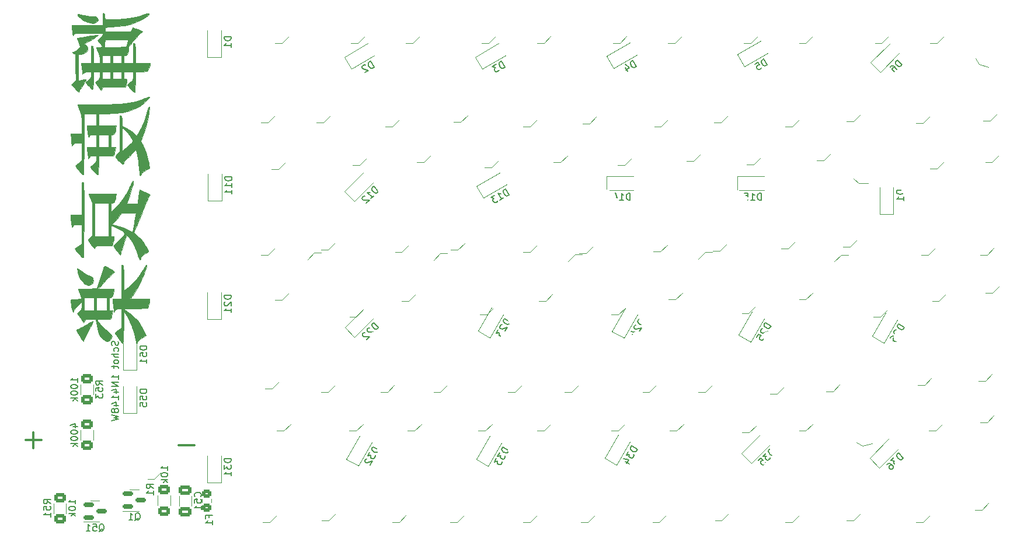
<source format=gbo>
G04 #@! TF.GenerationSoftware,KiCad,Pcbnew,(6.0.1)*
G04 #@! TF.CreationDate,2022-02-20T21:27:20+09:00*
G04 #@! TF.ProjectId,kidoairaku,6b69646f-6169-4726-916b-752e6b696361,rev?*
G04 #@! TF.SameCoordinates,Original*
G04 #@! TF.FileFunction,Legend,Bot*
G04 #@! TF.FilePolarity,Positive*
%FSLAX46Y46*%
G04 Gerber Fmt 4.6, Leading zero omitted, Abs format (unit mm)*
G04 Created by KiCad (PCBNEW (6.0.1)) date 2022-02-20 21:27:20*
%MOMM*%
%LPD*%
G01*
G04 APERTURE LIST*
G04 Aperture macros list*
%AMRoundRect*
0 Rectangle with rounded corners*
0 $1 Rounding radius*
0 $2 $3 $4 $5 $6 $7 $8 $9 X,Y pos of 4 corners*
0 Add a 4 corners polygon primitive as box body*
4,1,4,$2,$3,$4,$5,$6,$7,$8,$9,$2,$3,0*
0 Add four circle primitives for the rounded corners*
1,1,$1+$1,$2,$3*
1,1,$1+$1,$4,$5*
1,1,$1+$1,$6,$7*
1,1,$1+$1,$8,$9*
0 Add four rect primitives between the rounded corners*
20,1,$1+$1,$2,$3,$4,$5,0*
20,1,$1+$1,$4,$5,$6,$7,0*
20,1,$1+$1,$6,$7,$8,$9,0*
20,1,$1+$1,$8,$9,$2,$3,0*%
%AMRotRect*
0 Rectangle, with rotation*
0 The origin of the aperture is its center*
0 $1 length*
0 $2 width*
0 $3 Rotation angle, in degrees counterclockwise*
0 Add horizontal line*
21,1,$1,$2,0,0,$3*%
%AMOutline4P*
0 Free polygon, 4 corners , with rotation*
0 The origin of the aperture is its center*
0 number of corners: always 4*
0 $1 to $8 corner X, Y*
0 $9 Rotation angle, in degrees counterclockwise*
0 create outline with 4 corners*
4,1,4,$1,$2,$3,$4,$5,$6,$7,$8,$1,$2,$9*%
G04 Aperture macros list end*
%ADD10C,0.300000*%
%ADD11C,0.150000*%
%ADD12C,0.120000*%
%ADD13C,0.010000*%
%ADD14C,2.200000*%
%ADD15R,2.000000X2.000000*%
%ADD16C,2.000000*%
%ADD17C,1.700000*%
%ADD18C,4.000000*%
%ADD19C,4.300000*%
%ADD20Outline4P,-0.650000X-0.410000X0.650000X-0.410000X0.350000X0.410000X-0.350000X0.410000X0.000000*%
%ADD21Outline4P,-0.350000X-0.410000X0.350000X-0.410000X0.650000X0.410000X-0.650000X0.410000X180.000000*%
%ADD22Outline4P,-0.650000X-0.410000X0.650000X-0.410000X0.350000X0.410000X-0.350000X0.410000X180.000000*%
%ADD23Outline4P,-0.350000X-0.410000X0.350000X-0.410000X0.650000X0.410000X-0.650000X0.410000X0.000000*%
%ADD24Outline4P,-0.650000X-0.410000X0.650000X-0.410000X0.350000X0.410000X-0.350000X0.410000X315.000000*%
%ADD25Outline4P,-0.350000X-0.410000X0.350000X-0.410000X0.650000X0.410000X-0.650000X0.410000X135.000000*%
%ADD26Outline4P,-0.650000X-0.410000X0.650000X-0.410000X0.350000X0.410000X-0.350000X0.410000X135.000000*%
%ADD27Outline4P,-0.350000X-0.410000X0.350000X-0.410000X0.650000X0.410000X-0.650000X0.410000X315.000000*%
%ADD28Outline4P,-0.650000X-0.410000X0.650000X-0.410000X0.350000X0.410000X-0.350000X0.410000X330.000000*%
%ADD29Outline4P,-0.350000X-0.410000X0.350000X-0.410000X0.650000X0.410000X-0.650000X0.410000X150.000000*%
%ADD30Outline4P,-0.650000X-0.410000X0.650000X-0.410000X0.350000X0.410000X-0.350000X0.410000X150.000000*%
%ADD31Outline4P,-0.350000X-0.410000X0.350000X-0.410000X0.650000X0.410000X-0.650000X0.410000X330.000000*%
%ADD32C,1.800000*%
%ADD33C,1.500000*%
%ADD34C,1.524000*%
%ADD35Outline4P,-0.650000X-0.410000X0.650000X-0.410000X0.350000X0.410000X-0.350000X0.410000X300.000000*%
%ADD36Outline4P,-0.350000X-0.410000X0.350000X-0.410000X0.650000X0.410000X-0.650000X0.410000X120.000000*%
%ADD37Outline4P,-0.650000X-0.410000X0.650000X-0.410000X0.350000X0.410000X-0.350000X0.410000X120.000000*%
%ADD38Outline4P,-0.350000X-0.410000X0.350000X-0.410000X0.650000X0.410000X-0.650000X0.410000X300.000000*%
%ADD39RoundRect,0.249997X0.650003X-0.412503X0.650003X0.412503X-0.650003X0.412503X-0.650003X-0.412503X0*%
%ADD40R,1.200000X0.900000*%
%ADD41RotRect,0.900000X1.200000X30.000000*%
%ADD42RotRect,0.900000X1.200000X45.000000*%
%ADD43R,0.900000X1.200000*%
%ADD44RotRect,0.900000X1.200000X60.000000*%
%ADD45RoundRect,0.150000X-0.587500X-0.150000X0.587500X-0.150000X0.587500X0.150000X-0.587500X0.150000X0*%
%ADD46RoundRect,0.249999X0.625001X-0.400001X0.625001X0.400001X-0.625001X0.400001X-0.625001X-0.400001X0*%
%ADD47RoundRect,0.250000X-0.625000X0.400000X-0.625000X-0.400000X0.625000X-0.400000X0.625000X0.400000X0*%
%ADD48RoundRect,0.250000X-0.450000X0.325000X-0.450000X-0.325000X0.450000X-0.325000X0.450000X0.325000X0*%
G04 APERTURE END LIST*
D10*
X58107142Y-143285714D02*
X60392857Y-143285714D01*
X59250000Y-142142857D02*
X59250000Y-144428571D01*
X80357142Y-144035714D02*
X82642857Y-144035714D01*
D11*
G04 #@! TO.C,C51*
X83507142Y-151469642D02*
X83554761Y-151422023D01*
X83602380Y-151279166D01*
X83602380Y-151183928D01*
X83554761Y-151041071D01*
X83459523Y-150945833D01*
X83364285Y-150898214D01*
X83173809Y-150850595D01*
X83030952Y-150850595D01*
X82840476Y-150898214D01*
X82745238Y-150945833D01*
X82650000Y-151041071D01*
X82602380Y-151183928D01*
X82602380Y-151279166D01*
X82650000Y-151422023D01*
X82697619Y-151469642D01*
X82602380Y-152374404D02*
X82602380Y-151898214D01*
X83078571Y-151850595D01*
X83030952Y-151898214D01*
X82983333Y-151993452D01*
X82983333Y-152231547D01*
X83030952Y-152326785D01*
X83078571Y-152374404D01*
X83173809Y-152422023D01*
X83411904Y-152422023D01*
X83507142Y-152374404D01*
X83554761Y-152326785D01*
X83602380Y-152231547D01*
X83602380Y-151993452D01*
X83554761Y-151898214D01*
X83507142Y-151850595D01*
X83602380Y-153374404D02*
X83602380Y-152802976D01*
X83602380Y-153088690D02*
X82602380Y-153088690D01*
X82745238Y-152993452D01*
X82840476Y-152898214D01*
X82888095Y-152802976D01*
G04 #@! TO.C,D1*
X87952380Y-84761904D02*
X86952380Y-84761904D01*
X86952380Y-85000000D01*
X87000000Y-85142857D01*
X87095238Y-85238095D01*
X87190476Y-85285714D01*
X87380952Y-85333333D01*
X87523809Y-85333333D01*
X87714285Y-85285714D01*
X87809523Y-85238095D01*
X87904761Y-85142857D01*
X87952380Y-85000000D01*
X87952380Y-84761904D01*
X87952380Y-86285714D02*
X87952380Y-85714285D01*
X87952380Y-86000000D02*
X86952380Y-86000000D01*
X87095238Y-85904761D01*
X87190476Y-85809523D01*
X87238095Y-85714285D01*
G04 #@! TO.C,D2*
X108665399Y-89179776D02*
X108165399Y-88313751D01*
X107959203Y-88432798D01*
X107859294Y-88545466D01*
X107824435Y-88675564D01*
X107830814Y-88781852D01*
X107884813Y-88970619D01*
X107956242Y-89094337D01*
X108092719Y-89235485D01*
X108181578Y-89294154D01*
X108311675Y-89329013D01*
X108459203Y-89298824D01*
X108665399Y-89179776D01*
X107388232Y-88872420D02*
X107323183Y-88854990D01*
X107216895Y-88861370D01*
X107010699Y-88980418D01*
X106952030Y-89069276D01*
X106934600Y-89134325D01*
X106940980Y-89240613D01*
X106988599Y-89323091D01*
X107101266Y-89423000D01*
X107881852Y-89632157D01*
X107345741Y-89941681D01*
G04 #@! TO.C,D3*
X127636457Y-89179776D02*
X127136457Y-88313751D01*
X126930261Y-88432798D01*
X126830352Y-88545466D01*
X126795493Y-88675564D01*
X126801872Y-88781852D01*
X126855871Y-88970619D01*
X126927300Y-89094337D01*
X127063777Y-89235485D01*
X127152636Y-89294154D01*
X127282733Y-89329013D01*
X127430261Y-89298824D01*
X127636457Y-89179776D01*
X126352910Y-88766132D02*
X125816799Y-89075656D01*
X126295951Y-89238903D01*
X126172233Y-89310332D01*
X126113564Y-89399190D01*
X126096134Y-89464239D01*
X126102514Y-89570527D01*
X126221561Y-89776724D01*
X126310420Y-89835393D01*
X126375469Y-89852823D01*
X126481757Y-89846443D01*
X126729192Y-89703586D01*
X126787862Y-89614727D01*
X126805291Y-89549679D01*
G04 #@! TO.C,D4*
X146686457Y-89079776D02*
X146186457Y-88213751D01*
X145980261Y-88332798D01*
X145880352Y-88445466D01*
X145845493Y-88575564D01*
X145851872Y-88681852D01*
X145905871Y-88870619D01*
X145977300Y-88994337D01*
X146113777Y-89135485D01*
X146202636Y-89194154D01*
X146332733Y-89229013D01*
X146480261Y-89198824D01*
X146686457Y-89079776D01*
X145115945Y-89216712D02*
X145449278Y-89794062D01*
X145131665Y-88767750D02*
X145695004Y-89267292D01*
X145158893Y-89576815D01*
G04 #@! TO.C,D5*
X165686457Y-88829776D02*
X165186457Y-87963751D01*
X164980261Y-88082798D01*
X164880352Y-88195466D01*
X164845493Y-88325564D01*
X164851872Y-88431852D01*
X164905871Y-88620619D01*
X164977300Y-88744337D01*
X165113777Y-88885485D01*
X165202636Y-88944154D01*
X165332733Y-88979013D01*
X165480261Y-88948824D01*
X165686457Y-88829776D01*
X163908039Y-88701846D02*
X164320432Y-88463751D01*
X164599766Y-88852334D01*
X164534718Y-88834905D01*
X164428429Y-88841284D01*
X164222233Y-88960332D01*
X164163564Y-89049190D01*
X164146134Y-89114239D01*
X164152514Y-89220527D01*
X164271561Y-89426724D01*
X164360420Y-89485393D01*
X164425469Y-89502823D01*
X164531757Y-89496443D01*
X164737953Y-89377395D01*
X164796622Y-89288537D01*
X164814052Y-89223488D01*
G04 #@! TO.C,D6*
X185222733Y-88845457D02*
X184515627Y-88138350D01*
X184347268Y-88306709D01*
X184279924Y-88441396D01*
X184279924Y-88576083D01*
X184313596Y-88677098D01*
X184414611Y-88845457D01*
X184515627Y-88946472D01*
X184683985Y-89047488D01*
X184785001Y-89081159D01*
X184919688Y-89081159D01*
X185054375Y-89013816D01*
X185222733Y-88845457D01*
X183505474Y-89148503D02*
X183640161Y-89013816D01*
X183741176Y-88980144D01*
X183808520Y-88980144D01*
X183976878Y-89013816D01*
X184145237Y-89114831D01*
X184414611Y-89384205D01*
X184448283Y-89485220D01*
X184448283Y-89552564D01*
X184414611Y-89653579D01*
X184279924Y-89788266D01*
X184178909Y-89821938D01*
X184111565Y-89821938D01*
X184010550Y-89788266D01*
X183842191Y-89619907D01*
X183808520Y-89518892D01*
X183808520Y-89451549D01*
X183842191Y-89350533D01*
X183976878Y-89215846D01*
X184077894Y-89182175D01*
X184145237Y-89182175D01*
X184246252Y-89215846D01*
G04 #@! TO.C,D11*
X88050380Y-105085714D02*
X87050380Y-105085714D01*
X87050380Y-105323809D01*
X87098000Y-105466666D01*
X87193238Y-105561904D01*
X87288476Y-105609523D01*
X87478952Y-105657142D01*
X87621809Y-105657142D01*
X87812285Y-105609523D01*
X87907523Y-105561904D01*
X88002761Y-105466666D01*
X88050380Y-105323809D01*
X88050380Y-105085714D01*
X88050380Y-106609523D02*
X88050380Y-106038095D01*
X88050380Y-106323809D02*
X87050380Y-106323809D01*
X87193238Y-106228571D01*
X87288476Y-106133333D01*
X87336095Y-106038095D01*
X88050380Y-107561904D02*
X88050380Y-106990476D01*
X88050380Y-107276190D02*
X87050380Y-107276190D01*
X87193238Y-107180952D01*
X87288476Y-107085714D01*
X87336095Y-106990476D01*
G04 #@! TO.C,D12*
X109292725Y-107175465D02*
X108585618Y-106468359D01*
X108417259Y-106636717D01*
X108349916Y-106771404D01*
X108349916Y-106906091D01*
X108383588Y-107007107D01*
X108484603Y-107175465D01*
X108585618Y-107276481D01*
X108753977Y-107377496D01*
X108854992Y-107411168D01*
X108989679Y-107411168D01*
X109124366Y-107343824D01*
X109292725Y-107175465D01*
X108215229Y-108252962D02*
X108619290Y-107848901D01*
X108417259Y-108050931D02*
X107710152Y-107343824D01*
X107878511Y-107377496D01*
X108013198Y-107377496D01*
X108114214Y-107343824D01*
X107306091Y-107882572D02*
X107238748Y-107882572D01*
X107137733Y-107916244D01*
X106969374Y-108084603D01*
X106935702Y-108185618D01*
X106935702Y-108252962D01*
X106969374Y-108353977D01*
X107036717Y-108421320D01*
X107171404Y-108488664D01*
X107979526Y-108488664D01*
X107541794Y-108926397D01*
G04 #@! TO.C,D13*
X128248850Y-107691681D02*
X127748850Y-106825656D01*
X127542654Y-106944703D01*
X127442745Y-107057371D01*
X127407886Y-107187469D01*
X127414266Y-107293757D01*
X127468264Y-107482524D01*
X127539693Y-107606242D01*
X127676170Y-107747389D01*
X127765029Y-107806058D01*
X127895126Y-107840918D01*
X128042654Y-107810729D01*
X128248850Y-107691681D01*
X126929192Y-108453586D02*
X127424064Y-108167872D01*
X127176628Y-108310729D02*
X126676628Y-107444703D01*
X126830536Y-107520802D01*
X126960633Y-107555662D01*
X127066921Y-107549282D01*
X126140517Y-107754227D02*
X125604406Y-108063751D01*
X126083558Y-108226999D01*
X125959840Y-108298427D01*
X125901171Y-108387286D01*
X125883741Y-108452334D01*
X125890121Y-108558623D01*
X126009168Y-108764819D01*
X126098027Y-108823488D01*
X126163075Y-108840918D01*
X126269364Y-108834538D01*
X126516799Y-108691681D01*
X126575469Y-108602823D01*
X126592898Y-108537774D01*
G04 #@! TO.C,D14*
X145814285Y-108452380D02*
X145814285Y-107452380D01*
X145576190Y-107452380D01*
X145433333Y-107500000D01*
X145338095Y-107595238D01*
X145290476Y-107690476D01*
X145242857Y-107880952D01*
X145242857Y-108023809D01*
X145290476Y-108214285D01*
X145338095Y-108309523D01*
X145433333Y-108404761D01*
X145576190Y-108452380D01*
X145814285Y-108452380D01*
X144290476Y-108452380D02*
X144861904Y-108452380D01*
X144576190Y-108452380D02*
X144576190Y-107452380D01*
X144671428Y-107595238D01*
X144766666Y-107690476D01*
X144861904Y-107738095D01*
X143433333Y-107785714D02*
X143433333Y-108452380D01*
X143671428Y-107404761D02*
X143909523Y-108119047D01*
X143290476Y-108119047D01*
G04 #@! TO.C,D15*
X164814285Y-108452380D02*
X164814285Y-107452380D01*
X164576190Y-107452380D01*
X164433333Y-107500000D01*
X164338095Y-107595238D01*
X164290476Y-107690476D01*
X164242857Y-107880952D01*
X164242857Y-108023809D01*
X164290476Y-108214285D01*
X164338095Y-108309523D01*
X164433333Y-108404761D01*
X164576190Y-108452380D01*
X164814285Y-108452380D01*
X163290476Y-108452380D02*
X163861904Y-108452380D01*
X163576190Y-108452380D02*
X163576190Y-107452380D01*
X163671428Y-107595238D01*
X163766666Y-107690476D01*
X163861904Y-107738095D01*
X162385714Y-107452380D02*
X162861904Y-107452380D01*
X162909523Y-107928571D01*
X162861904Y-107880952D01*
X162766666Y-107833333D01*
X162528571Y-107833333D01*
X162433333Y-107880952D01*
X162385714Y-107928571D01*
X162338095Y-108023809D01*
X162338095Y-108261904D01*
X162385714Y-108357142D01*
X162433333Y-108404761D01*
X162528571Y-108452380D01*
X162766666Y-108452380D01*
X162861904Y-108404761D01*
X162909523Y-108357142D01*
G04 #@! TO.C,D16*
X185452380Y-107035714D02*
X184452380Y-107035714D01*
X184452380Y-107273809D01*
X184500000Y-107416666D01*
X184595238Y-107511904D01*
X184690476Y-107559523D01*
X184880952Y-107607142D01*
X185023809Y-107607142D01*
X185214285Y-107559523D01*
X185309523Y-107511904D01*
X185404761Y-107416666D01*
X185452380Y-107273809D01*
X185452380Y-107035714D01*
X185452380Y-108559523D02*
X185452380Y-107988095D01*
X185452380Y-108273809D02*
X184452380Y-108273809D01*
X184595238Y-108178571D01*
X184690476Y-108083333D01*
X184738095Y-107988095D01*
X184452380Y-109416666D02*
X184452380Y-109226190D01*
X184500000Y-109130952D01*
X184547619Y-109083333D01*
X184690476Y-108988095D01*
X184880952Y-108940476D01*
X185261904Y-108940476D01*
X185357142Y-108988095D01*
X185404761Y-109035714D01*
X185452380Y-109130952D01*
X185452380Y-109321428D01*
X185404761Y-109416666D01*
X185357142Y-109464285D01*
X185261904Y-109511904D01*
X185023809Y-109511904D01*
X184928571Y-109464285D01*
X184880952Y-109416666D01*
X184833333Y-109321428D01*
X184833333Y-109130952D01*
X184880952Y-109035714D01*
X184928571Y-108988095D01*
X185023809Y-108940476D01*
G04 #@! TO.C,D21*
X87952380Y-122285714D02*
X86952380Y-122285714D01*
X86952380Y-122523809D01*
X87000000Y-122666666D01*
X87095238Y-122761904D01*
X87190476Y-122809523D01*
X87380952Y-122857142D01*
X87523809Y-122857142D01*
X87714285Y-122809523D01*
X87809523Y-122761904D01*
X87904761Y-122666666D01*
X87952380Y-122523809D01*
X87952380Y-122285714D01*
X87047619Y-123238095D02*
X87000000Y-123285714D01*
X86952380Y-123380952D01*
X86952380Y-123619047D01*
X87000000Y-123714285D01*
X87047619Y-123761904D01*
X87142857Y-123809523D01*
X87238095Y-123809523D01*
X87380952Y-123761904D01*
X87952380Y-123190476D01*
X87952380Y-123809523D01*
X87952380Y-124761904D02*
X87952380Y-124190476D01*
X87952380Y-124476190D02*
X86952380Y-124476190D01*
X87095238Y-124380952D01*
X87190476Y-124285714D01*
X87238095Y-124190476D01*
G04 #@! TO.C,D22*
X109325999Y-126942191D02*
X108618892Y-126235085D01*
X108450533Y-126403443D01*
X108383190Y-126538130D01*
X108383190Y-126672817D01*
X108416862Y-126773833D01*
X108517877Y-126942191D01*
X108618892Y-127043207D01*
X108787251Y-127144222D01*
X108888266Y-127177894D01*
X109022953Y-127177894D01*
X109157640Y-127110550D01*
X109325999Y-126942191D01*
X108012800Y-126975863D02*
X107945457Y-126975863D01*
X107844442Y-127009535D01*
X107676083Y-127177894D01*
X107642411Y-127278909D01*
X107642411Y-127346252D01*
X107676083Y-127447268D01*
X107743426Y-127514611D01*
X107878113Y-127581955D01*
X108686236Y-127581955D01*
X108248503Y-128019688D01*
X107339365Y-127649298D02*
X107272022Y-127649298D01*
X107171007Y-127682970D01*
X107002648Y-127851329D01*
X106968976Y-127952344D01*
X106968976Y-128019688D01*
X107002648Y-128120703D01*
X107069991Y-128188046D01*
X107204678Y-128255390D01*
X108012800Y-128255390D01*
X107575068Y-128693123D01*
G04 #@! TO.C,D23*
X128455967Y-126145646D02*
X127589941Y-125645646D01*
X127470894Y-125851842D01*
X127440704Y-125999370D01*
X127475564Y-126129467D01*
X127534233Y-126218326D01*
X127675381Y-126354803D01*
X127799099Y-126426232D01*
X127987865Y-126480230D01*
X128094154Y-126486610D01*
X128224251Y-126451751D01*
X128336919Y-126351842D01*
X128455967Y-126145646D01*
X127196229Y-126518051D02*
X127131181Y-126535481D01*
X127042322Y-126594150D01*
X126923275Y-126800346D01*
X126916895Y-126906634D01*
X126934325Y-126971683D01*
X126992994Y-127060542D01*
X127075472Y-127108161D01*
X127223000Y-127138350D01*
X128003586Y-126929192D01*
X127694062Y-127465303D01*
X126661370Y-127253979D02*
X126351846Y-127790090D01*
X126848427Y-127691891D01*
X126776999Y-127815609D01*
X126770619Y-127921897D01*
X126788049Y-127986945D01*
X126846718Y-128075804D01*
X127052914Y-128194851D01*
X127159202Y-128201231D01*
X127224251Y-128183801D01*
X127313110Y-128125132D01*
X127455967Y-127877697D01*
X127462346Y-127771408D01*
X127444917Y-127706360D01*
G04 #@! TO.C,D24*
X147905967Y-126203530D02*
X147039941Y-125703530D01*
X146920894Y-125909726D01*
X146890704Y-126057254D01*
X146925564Y-126187351D01*
X146984233Y-126276210D01*
X147125381Y-126412687D01*
X147249099Y-126484116D01*
X147437865Y-126538114D01*
X147544154Y-126544494D01*
X147674251Y-126509635D01*
X147786919Y-126409726D01*
X147905967Y-126203530D01*
X146646229Y-126575935D02*
X146581181Y-126593365D01*
X146492322Y-126652034D01*
X146373275Y-126858230D01*
X146366895Y-126964518D01*
X146384325Y-127029567D01*
X146442994Y-127118426D01*
X146525472Y-127166045D01*
X146673000Y-127196234D01*
X147453586Y-126987076D01*
X147144062Y-127523187D01*
X146138140Y-127932162D02*
X146715491Y-128265495D01*
X145927273Y-127535489D02*
X146664911Y-127686435D01*
X146355387Y-128222546D01*
G04 #@! TO.C,D25*
X166255967Y-126745646D02*
X165389941Y-126245646D01*
X165270894Y-126451842D01*
X165240704Y-126599370D01*
X165275564Y-126729467D01*
X165334233Y-126818326D01*
X165475381Y-126954803D01*
X165599099Y-127026232D01*
X165787865Y-127080230D01*
X165894154Y-127086610D01*
X166024251Y-127051751D01*
X166136919Y-126951842D01*
X166255967Y-126745646D01*
X164996229Y-127118051D02*
X164931181Y-127135481D01*
X164842322Y-127194150D01*
X164723275Y-127400346D01*
X164716895Y-127506634D01*
X164734325Y-127571683D01*
X164792994Y-127660542D01*
X164875472Y-127708161D01*
X165023000Y-127738350D01*
X165803586Y-127529192D01*
X165494062Y-128065303D01*
X164175656Y-128348850D02*
X164413751Y-127936457D01*
X164849953Y-128133313D01*
X164784905Y-128150743D01*
X164696046Y-128209412D01*
X164576999Y-128415609D01*
X164570619Y-128521897D01*
X164588049Y-128586945D01*
X164646718Y-128675804D01*
X164852914Y-128794851D01*
X164959202Y-128801231D01*
X165024251Y-128783801D01*
X165113110Y-128725132D01*
X165232157Y-128518936D01*
X165238537Y-128412648D01*
X165221107Y-128347599D01*
G04 #@! TO.C,D26*
X185605967Y-126903530D02*
X184739941Y-126403530D01*
X184620894Y-126609726D01*
X184590704Y-126757254D01*
X184625564Y-126887351D01*
X184684233Y-126976210D01*
X184825381Y-127112687D01*
X184949099Y-127184116D01*
X185137865Y-127238114D01*
X185244154Y-127244494D01*
X185374251Y-127209635D01*
X185486919Y-127109726D01*
X185605967Y-126903530D01*
X184346229Y-127275935D02*
X184281181Y-127293365D01*
X184192322Y-127352034D01*
X184073275Y-127558230D01*
X184066895Y-127664518D01*
X184084325Y-127729567D01*
X184142994Y-127818426D01*
X184225472Y-127866045D01*
X184373000Y-127896234D01*
X185153586Y-127687076D01*
X184844062Y-128223187D01*
X183549465Y-128465495D02*
X183644703Y-128300538D01*
X183733562Y-128241869D01*
X183798610Y-128224439D01*
X183969947Y-128213389D01*
X184158714Y-128267388D01*
X184488629Y-128457864D01*
X184547298Y-128546722D01*
X184564727Y-128611771D01*
X184558348Y-128718059D01*
X184463110Y-128883016D01*
X184374251Y-128941685D01*
X184309202Y-128959115D01*
X184202914Y-128952735D01*
X183996718Y-128833688D01*
X183938049Y-128744829D01*
X183920619Y-128679781D01*
X183926999Y-128573493D01*
X184022237Y-128408535D01*
X184111095Y-128349866D01*
X184176144Y-128332436D01*
X184282432Y-128338816D01*
G04 #@! TO.C,D31*
X87952380Y-145979714D02*
X86952380Y-145979714D01*
X86952380Y-146217809D01*
X87000000Y-146360666D01*
X87095238Y-146455904D01*
X87190476Y-146503523D01*
X87380952Y-146551142D01*
X87523809Y-146551142D01*
X87714285Y-146503523D01*
X87809523Y-146455904D01*
X87904761Y-146360666D01*
X87952380Y-146217809D01*
X87952380Y-145979714D01*
X86952380Y-146884476D02*
X86952380Y-147503523D01*
X87333333Y-147170190D01*
X87333333Y-147313047D01*
X87380952Y-147408285D01*
X87428571Y-147455904D01*
X87523809Y-147503523D01*
X87761904Y-147503523D01*
X87857142Y-147455904D01*
X87904761Y-147408285D01*
X87952380Y-147313047D01*
X87952380Y-147027333D01*
X87904761Y-146932095D01*
X87857142Y-146884476D01*
X87952380Y-148455904D02*
X87952380Y-147884476D01*
X87952380Y-148170190D02*
X86952380Y-148170190D01*
X87095238Y-148074952D01*
X87190476Y-147979714D01*
X87238095Y-147884476D01*
G04 #@! TO.C,D32*
X109355967Y-144745646D02*
X108489941Y-144245646D01*
X108370894Y-144451842D01*
X108340704Y-144599370D01*
X108375564Y-144729467D01*
X108434233Y-144818326D01*
X108575381Y-144954803D01*
X108699099Y-145026232D01*
X108887865Y-145080230D01*
X108994154Y-145086610D01*
X109124251Y-145051751D01*
X109236919Y-144951842D01*
X109355967Y-144745646D01*
X108037560Y-145029192D02*
X107728037Y-145565303D01*
X108224618Y-145467105D01*
X108153189Y-145590822D01*
X108146809Y-145697111D01*
X108164239Y-145762159D01*
X108222908Y-145851018D01*
X108429105Y-145970065D01*
X108535393Y-145976445D01*
X108600442Y-145959015D01*
X108689300Y-145900346D01*
X108832157Y-145652910D01*
X108838537Y-145546622D01*
X108821107Y-145481573D01*
X107620039Y-145942837D02*
X107554990Y-145960267D01*
X107466132Y-146018936D01*
X107347084Y-146225132D01*
X107340704Y-146331420D01*
X107358134Y-146396469D01*
X107416803Y-146485328D01*
X107499282Y-146532947D01*
X107646809Y-146563136D01*
X108427395Y-146353979D01*
X108117872Y-146890090D01*
G04 #@! TO.C,D33*
X128205967Y-144803530D02*
X127339941Y-144303530D01*
X127220894Y-144509726D01*
X127190704Y-144657254D01*
X127225564Y-144787351D01*
X127284233Y-144876210D01*
X127425381Y-145012687D01*
X127549099Y-145084116D01*
X127737865Y-145138114D01*
X127844154Y-145144494D01*
X127974251Y-145109635D01*
X128086919Y-145009726D01*
X128205967Y-144803530D01*
X126887560Y-145087076D02*
X126578037Y-145623187D01*
X127074618Y-145524989D01*
X127003189Y-145648706D01*
X126996809Y-145754995D01*
X127014239Y-145820043D01*
X127072908Y-145908902D01*
X127279105Y-146027949D01*
X127385393Y-146034329D01*
X127450442Y-146016899D01*
X127539300Y-145958230D01*
X127682157Y-145710794D01*
X127688537Y-145604506D01*
X127671107Y-145539457D01*
X126411370Y-145911863D02*
X126101846Y-146447974D01*
X126598427Y-146349775D01*
X126526999Y-146473493D01*
X126520619Y-146579781D01*
X126538049Y-146644829D01*
X126596718Y-146733688D01*
X126802914Y-146852735D01*
X126909202Y-146859115D01*
X126974251Y-146841685D01*
X127063110Y-146783016D01*
X127205967Y-146535581D01*
X127212346Y-146429292D01*
X127194917Y-146364244D01*
G04 #@! TO.C,D34*
X146855967Y-144645646D02*
X145989941Y-144145646D01*
X145870894Y-144351842D01*
X145840704Y-144499370D01*
X145875564Y-144629467D01*
X145934233Y-144718326D01*
X146075381Y-144854803D01*
X146199099Y-144926232D01*
X146387865Y-144980230D01*
X146494154Y-144986610D01*
X146624251Y-144951751D01*
X146736919Y-144851842D01*
X146855967Y-144645646D01*
X145537560Y-144929192D02*
X145228037Y-145465303D01*
X145724618Y-145367105D01*
X145653189Y-145490822D01*
X145646809Y-145597111D01*
X145664239Y-145662159D01*
X145722908Y-145751018D01*
X145929105Y-145870065D01*
X146035393Y-145876445D01*
X146100442Y-145859015D01*
X146189300Y-145800346D01*
X146332157Y-145552910D01*
X146338537Y-145446622D01*
X146321107Y-145381573D01*
X145088140Y-146374278D02*
X145665491Y-146707611D01*
X144877273Y-145977605D02*
X145614911Y-146128551D01*
X145305387Y-146664662D01*
G04 #@! TO.C,D35*
X166825999Y-145242191D02*
X166118892Y-144535085D01*
X165950533Y-144703443D01*
X165883190Y-144838130D01*
X165883190Y-144972817D01*
X165916862Y-145073833D01*
X166017877Y-145242191D01*
X166118892Y-145343207D01*
X166287251Y-145444222D01*
X166388266Y-145477894D01*
X166522953Y-145477894D01*
X166657640Y-145410550D01*
X166825999Y-145242191D01*
X165479129Y-145174848D02*
X165041396Y-145612581D01*
X165546472Y-145646252D01*
X165445457Y-145747268D01*
X165411785Y-145848283D01*
X165411785Y-145915627D01*
X165445457Y-146016642D01*
X165613816Y-146185001D01*
X165714831Y-146218672D01*
X165782175Y-146218672D01*
X165883190Y-146185001D01*
X166085220Y-145982970D01*
X166118892Y-145881955D01*
X166118892Y-145814611D01*
X164401633Y-146252344D02*
X164738350Y-145915627D01*
X165108739Y-146218672D01*
X165041396Y-146218672D01*
X164940381Y-146252344D01*
X164772022Y-146420703D01*
X164738350Y-146521718D01*
X164738350Y-146589062D01*
X164772022Y-146690077D01*
X164940381Y-146858436D01*
X165041396Y-146892107D01*
X165108739Y-146892107D01*
X165209755Y-146858436D01*
X165378113Y-146690077D01*
X165411785Y-146589062D01*
X165411785Y-146521718D01*
G04 #@! TO.C,D36*
X185425999Y-145875465D02*
X184718892Y-145168359D01*
X184550533Y-145336717D01*
X184483190Y-145471404D01*
X184483190Y-145606091D01*
X184516862Y-145707107D01*
X184617877Y-145875465D01*
X184718892Y-145976481D01*
X184887251Y-146077496D01*
X184988266Y-146111168D01*
X185122953Y-146111168D01*
X185257640Y-146043824D01*
X185425999Y-145875465D01*
X184079129Y-145808122D02*
X183641396Y-146245855D01*
X184146472Y-146279526D01*
X184045457Y-146380542D01*
X184011785Y-146481557D01*
X184011785Y-146548901D01*
X184045457Y-146649916D01*
X184213816Y-146818275D01*
X184314831Y-146851946D01*
X184382175Y-146851946D01*
X184483190Y-146818275D01*
X184685220Y-146616244D01*
X184718892Y-146515229D01*
X184718892Y-146447885D01*
X183035304Y-146851946D02*
X183169991Y-146717259D01*
X183271007Y-146683588D01*
X183338350Y-146683588D01*
X183506709Y-146717259D01*
X183675068Y-146818275D01*
X183944442Y-147087649D01*
X183978113Y-147188664D01*
X183978113Y-147256007D01*
X183944442Y-147357023D01*
X183809755Y-147491710D01*
X183708739Y-147525381D01*
X183641396Y-147525381D01*
X183540381Y-147491710D01*
X183372022Y-147323351D01*
X183338350Y-147222336D01*
X183338350Y-147154992D01*
X183372022Y-147053977D01*
X183506709Y-146919290D01*
X183607724Y-146885618D01*
X183675068Y-146885618D01*
X183776083Y-146919290D01*
G04 #@! TO.C,D51*
X75702380Y-129635714D02*
X74702380Y-129635714D01*
X74702380Y-129873809D01*
X74750000Y-130016666D01*
X74845238Y-130111904D01*
X74940476Y-130159523D01*
X75130952Y-130207142D01*
X75273809Y-130207142D01*
X75464285Y-130159523D01*
X75559523Y-130111904D01*
X75654761Y-130016666D01*
X75702380Y-129873809D01*
X75702380Y-129635714D01*
X74702380Y-131111904D02*
X74702380Y-130635714D01*
X75178571Y-130588095D01*
X75130952Y-130635714D01*
X75083333Y-130730952D01*
X75083333Y-130969047D01*
X75130952Y-131064285D01*
X75178571Y-131111904D01*
X75273809Y-131159523D01*
X75511904Y-131159523D01*
X75607142Y-131111904D01*
X75654761Y-131064285D01*
X75702380Y-130969047D01*
X75702380Y-130730952D01*
X75654761Y-130635714D01*
X75607142Y-130588095D01*
X75702380Y-132111904D02*
X75702380Y-131540476D01*
X75702380Y-131826190D02*
X74702380Y-131826190D01*
X74845238Y-131730952D01*
X74940476Y-131635714D01*
X74988095Y-131540476D01*
X71554761Y-128945238D02*
X71602380Y-129088095D01*
X71602380Y-129326190D01*
X71554761Y-129421428D01*
X71507142Y-129469047D01*
X71411904Y-129516666D01*
X71316666Y-129516666D01*
X71221428Y-129469047D01*
X71173809Y-129421428D01*
X71126190Y-129326190D01*
X71078571Y-129135714D01*
X71030952Y-129040476D01*
X70983333Y-128992857D01*
X70888095Y-128945238D01*
X70792857Y-128945238D01*
X70697619Y-128992857D01*
X70650000Y-129040476D01*
X70602380Y-129135714D01*
X70602380Y-129373809D01*
X70650000Y-129516666D01*
X71554761Y-130373809D02*
X71602380Y-130278571D01*
X71602380Y-130088095D01*
X71554761Y-129992857D01*
X71507142Y-129945238D01*
X71411904Y-129897619D01*
X71126190Y-129897619D01*
X71030952Y-129945238D01*
X70983333Y-129992857D01*
X70935714Y-130088095D01*
X70935714Y-130278571D01*
X70983333Y-130373809D01*
X71602380Y-130802380D02*
X70602380Y-130802380D01*
X71602380Y-131230952D02*
X71078571Y-131230952D01*
X70983333Y-131183333D01*
X70935714Y-131088095D01*
X70935714Y-130945238D01*
X70983333Y-130850000D01*
X71030952Y-130802380D01*
X71602380Y-131850000D02*
X71554761Y-131754761D01*
X71507142Y-131707142D01*
X71411904Y-131659523D01*
X71126190Y-131659523D01*
X71030952Y-131707142D01*
X70983333Y-131754761D01*
X70935714Y-131850000D01*
X70935714Y-131992857D01*
X70983333Y-132088095D01*
X71030952Y-132135714D01*
X71126190Y-132183333D01*
X71411904Y-132183333D01*
X71507142Y-132135714D01*
X71554761Y-132088095D01*
X71602380Y-131992857D01*
X71602380Y-131850000D01*
X70935714Y-132469047D02*
X70935714Y-132850000D01*
X70602380Y-132611904D02*
X71459523Y-132611904D01*
X71554761Y-132659523D01*
X71602380Y-132754761D01*
X71602380Y-132850000D01*
G04 #@! TO.C,Q51*
X68771428Y-156547619D02*
X68866666Y-156500000D01*
X68961904Y-156404761D01*
X69104761Y-156261904D01*
X69200000Y-156214285D01*
X69295238Y-156214285D01*
X69247619Y-156452380D02*
X69342857Y-156404761D01*
X69438095Y-156309523D01*
X69485714Y-156119047D01*
X69485714Y-155785714D01*
X69438095Y-155595238D01*
X69342857Y-155500000D01*
X69247619Y-155452380D01*
X69057142Y-155452380D01*
X68961904Y-155500000D01*
X68866666Y-155595238D01*
X68819047Y-155785714D01*
X68819047Y-156119047D01*
X68866666Y-156309523D01*
X68961904Y-156404761D01*
X69057142Y-156452380D01*
X69247619Y-156452380D01*
X67914285Y-155452380D02*
X68390476Y-155452380D01*
X68438095Y-155928571D01*
X68390476Y-155880952D01*
X68295238Y-155833333D01*
X68057142Y-155833333D01*
X67961904Y-155880952D01*
X67914285Y-155928571D01*
X67866666Y-156023809D01*
X67866666Y-156261904D01*
X67914285Y-156357142D01*
X67961904Y-156404761D01*
X68057142Y-156452380D01*
X68295238Y-156452380D01*
X68390476Y-156404761D01*
X68438095Y-156357142D01*
X66914285Y-156452380D02*
X67485714Y-156452380D01*
X67200000Y-156452380D02*
X67200000Y-155452380D01*
X67295238Y-155595238D01*
X67390476Y-155690476D01*
X67485714Y-155738095D01*
G04 #@! TO.C,R51*
X61752380Y-152507142D02*
X61276190Y-152173809D01*
X61752380Y-151935714D02*
X60752380Y-151935714D01*
X60752380Y-152316666D01*
X60800000Y-152411904D01*
X60847619Y-152459523D01*
X60942857Y-152507142D01*
X61085714Y-152507142D01*
X61180952Y-152459523D01*
X61228571Y-152411904D01*
X61276190Y-152316666D01*
X61276190Y-151935714D01*
X60752380Y-153411904D02*
X60752380Y-152935714D01*
X61228571Y-152888095D01*
X61180952Y-152935714D01*
X61133333Y-153030952D01*
X61133333Y-153269047D01*
X61180952Y-153364285D01*
X61228571Y-153411904D01*
X61323809Y-153459523D01*
X61561904Y-153459523D01*
X61657142Y-153411904D01*
X61704761Y-153364285D01*
X61752380Y-153269047D01*
X61752380Y-153030952D01*
X61704761Y-152935714D01*
X61657142Y-152888095D01*
X61752380Y-154411904D02*
X61752380Y-153840476D01*
X61752380Y-154126190D02*
X60752380Y-154126190D01*
X60895238Y-154030952D01*
X60990476Y-153935714D01*
X61038095Y-153840476D01*
X65384380Y-152530761D02*
X65384380Y-151959333D01*
X65384380Y-152245047D02*
X64384380Y-152245047D01*
X64527238Y-152149809D01*
X64622476Y-152054571D01*
X64670095Y-151959333D01*
X64384380Y-153149809D02*
X64384380Y-153245047D01*
X64432000Y-153340285D01*
X64479619Y-153387904D01*
X64574857Y-153435523D01*
X64765333Y-153483142D01*
X65003428Y-153483142D01*
X65193904Y-153435523D01*
X65289142Y-153387904D01*
X65336761Y-153340285D01*
X65384380Y-153245047D01*
X65384380Y-153149809D01*
X65336761Y-153054571D01*
X65289142Y-153006952D01*
X65193904Y-152959333D01*
X65003428Y-152911714D01*
X64765333Y-152911714D01*
X64574857Y-152959333D01*
X64479619Y-153006952D01*
X64432000Y-153054571D01*
X64384380Y-153149809D01*
X65384380Y-153911714D02*
X64384380Y-153911714D01*
X65003428Y-154006952D02*
X65384380Y-154292666D01*
X64717714Y-154292666D02*
X65098666Y-153911714D01*
G04 #@! TO.C,R52*
X64993714Y-141353333D02*
X65660380Y-141353333D01*
X64612761Y-141115238D02*
X65327047Y-140877142D01*
X65327047Y-141496190D01*
X64660380Y-142067619D02*
X64660380Y-142162857D01*
X64708000Y-142258095D01*
X64755619Y-142305714D01*
X64850857Y-142353333D01*
X65041333Y-142400952D01*
X65279428Y-142400952D01*
X65469904Y-142353333D01*
X65565142Y-142305714D01*
X65612761Y-142258095D01*
X65660380Y-142162857D01*
X65660380Y-142067619D01*
X65612761Y-141972380D01*
X65565142Y-141924761D01*
X65469904Y-141877142D01*
X65279428Y-141829523D01*
X65041333Y-141829523D01*
X64850857Y-141877142D01*
X64755619Y-141924761D01*
X64708000Y-141972380D01*
X64660380Y-142067619D01*
X64660380Y-143020000D02*
X64660380Y-143115238D01*
X64708000Y-143210476D01*
X64755619Y-143258095D01*
X64850857Y-143305714D01*
X65041333Y-143353333D01*
X65279428Y-143353333D01*
X65469904Y-143305714D01*
X65565142Y-143258095D01*
X65612761Y-143210476D01*
X65660380Y-143115238D01*
X65660380Y-143020000D01*
X65612761Y-142924761D01*
X65565142Y-142877142D01*
X65469904Y-142829523D01*
X65279428Y-142781904D01*
X65041333Y-142781904D01*
X64850857Y-142829523D01*
X64755619Y-142877142D01*
X64708000Y-142924761D01*
X64660380Y-143020000D01*
X65660380Y-143781904D02*
X64660380Y-143781904D01*
X65279428Y-143877142D02*
X65660380Y-144162857D01*
X64993714Y-144162857D02*
X65374666Y-143781904D01*
G04 #@! TO.C,R53*
X69300380Y-135273142D02*
X68824190Y-134939809D01*
X69300380Y-134701714D02*
X68300380Y-134701714D01*
X68300380Y-135082666D01*
X68348000Y-135177904D01*
X68395619Y-135225523D01*
X68490857Y-135273142D01*
X68633714Y-135273142D01*
X68728952Y-135225523D01*
X68776571Y-135177904D01*
X68824190Y-135082666D01*
X68824190Y-134701714D01*
X68300380Y-136177904D02*
X68300380Y-135701714D01*
X68776571Y-135654095D01*
X68728952Y-135701714D01*
X68681333Y-135796952D01*
X68681333Y-136035047D01*
X68728952Y-136130285D01*
X68776571Y-136177904D01*
X68871809Y-136225523D01*
X69109904Y-136225523D01*
X69205142Y-136177904D01*
X69252761Y-136130285D01*
X69300380Y-136035047D01*
X69300380Y-135796952D01*
X69252761Y-135701714D01*
X69205142Y-135654095D01*
X68300380Y-136558857D02*
X68300380Y-137177904D01*
X68681333Y-136844571D01*
X68681333Y-136987428D01*
X68728952Y-137082666D01*
X68776571Y-137130285D01*
X68871809Y-137177904D01*
X69109904Y-137177904D01*
X69205142Y-137130285D01*
X69252761Y-137082666D01*
X69300380Y-136987428D01*
X69300380Y-136701714D01*
X69252761Y-136606476D01*
X69205142Y-136558857D01*
X65660380Y-134844571D02*
X65660380Y-134273142D01*
X65660380Y-134558857D02*
X64660380Y-134558857D01*
X64803238Y-134463619D01*
X64898476Y-134368380D01*
X64946095Y-134273142D01*
X64660380Y-135463619D02*
X64660380Y-135558857D01*
X64708000Y-135654095D01*
X64755619Y-135701714D01*
X64850857Y-135749333D01*
X65041333Y-135796952D01*
X65279428Y-135796952D01*
X65469904Y-135749333D01*
X65565142Y-135701714D01*
X65612761Y-135654095D01*
X65660380Y-135558857D01*
X65660380Y-135463619D01*
X65612761Y-135368380D01*
X65565142Y-135320761D01*
X65469904Y-135273142D01*
X65279428Y-135225523D01*
X65041333Y-135225523D01*
X64850857Y-135273142D01*
X64755619Y-135320761D01*
X64708000Y-135368380D01*
X64660380Y-135463619D01*
X64660380Y-136416000D02*
X64660380Y-136511238D01*
X64708000Y-136606476D01*
X64755619Y-136654095D01*
X64850857Y-136701714D01*
X65041333Y-136749333D01*
X65279428Y-136749333D01*
X65469904Y-136701714D01*
X65565142Y-136654095D01*
X65612761Y-136606476D01*
X65660380Y-136511238D01*
X65660380Y-136416000D01*
X65612761Y-136320761D01*
X65565142Y-136273142D01*
X65469904Y-136225523D01*
X65279428Y-136177904D01*
X65041333Y-136177904D01*
X64850857Y-136225523D01*
X64755619Y-136273142D01*
X64708000Y-136320761D01*
X64660380Y-136416000D01*
X65660380Y-137177904D02*
X64660380Y-137177904D01*
X65279428Y-137273142D02*
X65660380Y-137558857D01*
X64993714Y-137558857D02*
X65374666Y-137177904D01*
G04 #@! TO.C,D55*
X75702380Y-135935714D02*
X74702380Y-135935714D01*
X74702380Y-136173809D01*
X74750000Y-136316666D01*
X74845238Y-136411904D01*
X74940476Y-136459523D01*
X75130952Y-136507142D01*
X75273809Y-136507142D01*
X75464285Y-136459523D01*
X75559523Y-136411904D01*
X75654761Y-136316666D01*
X75702380Y-136173809D01*
X75702380Y-135935714D01*
X74702380Y-137411904D02*
X74702380Y-136935714D01*
X75178571Y-136888095D01*
X75130952Y-136935714D01*
X75083333Y-137030952D01*
X75083333Y-137269047D01*
X75130952Y-137364285D01*
X75178571Y-137411904D01*
X75273809Y-137459523D01*
X75511904Y-137459523D01*
X75607142Y-137411904D01*
X75654761Y-137364285D01*
X75702380Y-137269047D01*
X75702380Y-137030952D01*
X75654761Y-136935714D01*
X75607142Y-136888095D01*
X74702380Y-138364285D02*
X74702380Y-137888095D01*
X75178571Y-137840476D01*
X75130952Y-137888095D01*
X75083333Y-137983333D01*
X75083333Y-138221428D01*
X75130952Y-138316666D01*
X75178571Y-138364285D01*
X75273809Y-138411904D01*
X75511904Y-138411904D01*
X75607142Y-138364285D01*
X75654761Y-138316666D01*
X75702380Y-138221428D01*
X75702380Y-137983333D01*
X75654761Y-137888095D01*
X75607142Y-137840476D01*
X71602380Y-134435714D02*
X71602380Y-133864285D01*
X71602380Y-134150000D02*
X70602380Y-134150000D01*
X70745238Y-134054761D01*
X70840476Y-133959523D01*
X70888095Y-133864285D01*
X71602380Y-134864285D02*
X70602380Y-134864285D01*
X71602380Y-135435714D01*
X70602380Y-135435714D01*
X70935714Y-136340476D02*
X71602380Y-136340476D01*
X70554761Y-136102380D02*
X71269047Y-135864285D01*
X71269047Y-136483333D01*
X71602380Y-137388095D02*
X71602380Y-136816666D01*
X71602380Y-137102380D02*
X70602380Y-137102380D01*
X70745238Y-137007142D01*
X70840476Y-136911904D01*
X70888095Y-136816666D01*
X70935714Y-138245238D02*
X71602380Y-138245238D01*
X70554761Y-138007142D02*
X71269047Y-137769047D01*
X71269047Y-138388095D01*
X71030952Y-138911904D02*
X70983333Y-138816666D01*
X70935714Y-138769047D01*
X70840476Y-138721428D01*
X70792857Y-138721428D01*
X70697619Y-138769047D01*
X70650000Y-138816666D01*
X70602380Y-138911904D01*
X70602380Y-139102380D01*
X70650000Y-139197619D01*
X70697619Y-139245238D01*
X70792857Y-139292857D01*
X70840476Y-139292857D01*
X70935714Y-139245238D01*
X70983333Y-139197619D01*
X71030952Y-139102380D01*
X71030952Y-138911904D01*
X71078571Y-138816666D01*
X71126190Y-138769047D01*
X71221428Y-138721428D01*
X71411904Y-138721428D01*
X71507142Y-138769047D01*
X71554761Y-138816666D01*
X71602380Y-138911904D01*
X71602380Y-139102380D01*
X71554761Y-139197619D01*
X71507142Y-139245238D01*
X71411904Y-139292857D01*
X71221428Y-139292857D01*
X71126190Y-139245238D01*
X71078571Y-139197619D01*
X71030952Y-139102380D01*
X70602380Y-139626190D02*
X71602380Y-139864285D01*
X70888095Y-140054761D01*
X71602380Y-140245238D01*
X70602380Y-140483333D01*
G04 #@! TO.C,Q1*
X73995238Y-154947619D02*
X74090476Y-154900000D01*
X74185714Y-154804761D01*
X74328571Y-154661904D01*
X74423809Y-154614285D01*
X74519047Y-154614285D01*
X74471428Y-154852380D02*
X74566666Y-154804761D01*
X74661904Y-154709523D01*
X74709523Y-154519047D01*
X74709523Y-154185714D01*
X74661904Y-153995238D01*
X74566666Y-153900000D01*
X74471428Y-153852380D01*
X74280952Y-153852380D01*
X74185714Y-153900000D01*
X74090476Y-153995238D01*
X74042857Y-154185714D01*
X74042857Y-154519047D01*
X74090476Y-154709523D01*
X74185714Y-154804761D01*
X74280952Y-154852380D01*
X74471428Y-154852380D01*
X73090476Y-154852380D02*
X73661904Y-154852380D01*
X73376190Y-154852380D02*
X73376190Y-153852380D01*
X73471428Y-153995238D01*
X73566666Y-154090476D01*
X73661904Y-154138095D01*
G04 #@! TO.C,R1*
X76652380Y-150283333D02*
X76176190Y-149950000D01*
X76652380Y-149711904D02*
X75652380Y-149711904D01*
X75652380Y-150092857D01*
X75700000Y-150188095D01*
X75747619Y-150235714D01*
X75842857Y-150283333D01*
X75985714Y-150283333D01*
X76080952Y-150235714D01*
X76128571Y-150188095D01*
X76176190Y-150092857D01*
X76176190Y-149711904D01*
X76652380Y-151235714D02*
X76652380Y-150664285D01*
X76652380Y-150950000D02*
X75652380Y-150950000D01*
X75795238Y-150854761D01*
X75890476Y-150759523D01*
X75938095Y-150664285D01*
X78752380Y-147654761D02*
X78752380Y-147083333D01*
X78752380Y-147369047D02*
X77752380Y-147369047D01*
X77895238Y-147273809D01*
X77990476Y-147178571D01*
X78038095Y-147083333D01*
X77752380Y-148273809D02*
X77752380Y-148369047D01*
X77800000Y-148464285D01*
X77847619Y-148511904D01*
X77942857Y-148559523D01*
X78133333Y-148607142D01*
X78371428Y-148607142D01*
X78561904Y-148559523D01*
X78657142Y-148511904D01*
X78704761Y-148464285D01*
X78752380Y-148369047D01*
X78752380Y-148273809D01*
X78704761Y-148178571D01*
X78657142Y-148130952D01*
X78561904Y-148083333D01*
X78371428Y-148035714D01*
X78133333Y-148035714D01*
X77942857Y-148083333D01*
X77847619Y-148130952D01*
X77800000Y-148178571D01*
X77752380Y-148273809D01*
X78752380Y-149035714D02*
X77752380Y-149035714D01*
X78371428Y-149130952D02*
X78752380Y-149416666D01*
X78085714Y-149416666D02*
X78466666Y-149035714D01*
G04 #@! TO.C,F1*
X84728571Y-154516666D02*
X84728571Y-154183333D01*
X85252380Y-154183333D02*
X84252380Y-154183333D01*
X84252380Y-154659523D01*
X85252380Y-155564285D02*
X85252380Y-154992857D01*
X85252380Y-155278571D02*
X84252380Y-155278571D01*
X84395238Y-155183333D01*
X84490476Y-155088095D01*
X84538095Y-154992857D01*
D12*
G04 #@! TO.C,D101*
X190300000Y-85700000D02*
X189300000Y-85700000D01*
X191300000Y-84700000D02*
X190300000Y-85700000D01*
G04 #@! TO.C,D102*
X182300000Y-85700000D02*
X181300000Y-85700000D01*
X183300000Y-84700000D02*
X182300000Y-85700000D01*
G04 #@! TO.C,D103*
X171300000Y-85700000D02*
X170300000Y-85700000D01*
X172300000Y-84700000D02*
X171300000Y-85700000D01*
G04 #@! TO.C,D104*
X163300000Y-85700000D02*
X162300000Y-85700000D01*
X164300000Y-84700000D02*
X163300000Y-85700000D01*
G04 #@! TO.C,D105*
X152300000Y-85700000D02*
X151300000Y-85700000D01*
X153300000Y-84700000D02*
X152300000Y-85700000D01*
G04 #@! TO.C,D106*
X144300000Y-85700000D02*
X143300000Y-85700000D01*
X145300000Y-84700000D02*
X144300000Y-85700000D01*
G04 #@! TO.C,D107*
X133300000Y-85700000D02*
X132300000Y-85700000D01*
X134300000Y-84700000D02*
X133300000Y-85700000D01*
G04 #@! TO.C,D108*
X126300000Y-84700000D02*
X125300000Y-85700000D01*
X125300000Y-85700000D02*
X124300000Y-85700000D01*
G04 #@! TO.C,D109*
X115300000Y-84700000D02*
X114300000Y-85700000D01*
X114300000Y-85700000D02*
X113300000Y-85700000D01*
G04 #@! TO.C,D110*
X107300000Y-84700000D02*
X106300000Y-85700000D01*
X106300000Y-85700000D02*
X105300000Y-85700000D01*
G04 #@! TO.C,D111*
X96300000Y-84700000D02*
X95300000Y-85700000D01*
X95300000Y-85700000D02*
X94300000Y-85700000D01*
G04 #@! TO.C,D112*
X199000000Y-95950000D02*
X198000000Y-96950000D01*
X198000000Y-96950000D02*
X197000000Y-96950000D01*
G04 #@! TO.C,D113*
X189300000Y-96300000D02*
X188300000Y-97300000D01*
X188300000Y-97300000D02*
X187300000Y-97300000D01*
G04 #@! TO.C,D114*
X179200000Y-96050000D02*
X178200000Y-97050000D01*
X178200000Y-97050000D02*
X177200000Y-97050000D01*
G04 #@! TO.C,D115*
X170300000Y-96800000D02*
X169300000Y-97800000D01*
X169300000Y-97800000D02*
X168300000Y-97800000D01*
G04 #@! TO.C,D116*
X159000000Y-97200000D02*
X158000000Y-97200000D01*
X160000000Y-96200000D02*
X159000000Y-97200000D01*
G04 #@! TO.C,D117*
X151300000Y-96800000D02*
X150300000Y-97800000D01*
X150300000Y-97800000D02*
X149300000Y-97800000D01*
G04 #@! TO.C,D118*
X140900000Y-96400000D02*
X139900000Y-97400000D01*
X139900000Y-97400000D02*
X138900000Y-97400000D01*
G04 #@! TO.C,D119*
X131300000Y-97800000D02*
X130300000Y-97800000D01*
X132300000Y-96800000D02*
X131300000Y-97800000D01*
G04 #@! TO.C,D120*
X121200000Y-97150000D02*
X120200000Y-97150000D01*
X122200000Y-96150000D02*
X121200000Y-97150000D01*
G04 #@! TO.C,D121*
X111300000Y-97800000D02*
X110300000Y-97800000D01*
X112300000Y-96800000D02*
X111300000Y-97800000D01*
G04 #@! TO.C,D122*
X101300000Y-97200000D02*
X100300000Y-97200000D01*
X102300000Y-96200000D02*
X101300000Y-97200000D01*
G04 #@! TO.C,D123*
X93300000Y-97200000D02*
X92300000Y-97200000D01*
X94300000Y-96200000D02*
X93300000Y-97200000D01*
G04 #@! TO.C,D124*
X190300000Y-103900000D02*
X189300000Y-103900000D01*
X191300000Y-102900000D02*
X190300000Y-103900000D01*
G04 #@! TO.C,D125*
X178931371Y-106035534D02*
X178224264Y-105328427D01*
X180345584Y-106035534D02*
X178931371Y-106035534D01*
G04 #@! TO.C,D126*
X174900000Y-101700000D02*
X173900000Y-102700000D01*
X173900000Y-102700000D02*
X172900000Y-102700000D01*
G04 #@! TO.C,D127*
X164700000Y-102300000D02*
X163700000Y-103300000D01*
X163700000Y-103300000D02*
X162700000Y-103300000D01*
G04 #@! TO.C,D128*
X156000000Y-101800000D02*
X155000000Y-102800000D01*
X155000000Y-102800000D02*
X154000000Y-102800000D01*
G04 #@! TO.C,D129*
X145000000Y-103400000D02*
X144000000Y-103400000D01*
X146000000Y-102400000D02*
X145000000Y-103400000D01*
G04 #@! TO.C,D130*
X135700000Y-103000000D02*
X134700000Y-103000000D01*
X136700000Y-102000000D02*
X135700000Y-103000000D01*
G04 #@! TO.C,D131*
X126700000Y-102700000D02*
X125700000Y-103700000D01*
X125700000Y-103700000D02*
X124700000Y-103700000D01*
G04 #@! TO.C,D132*
X115900000Y-102950000D02*
X114900000Y-102950000D01*
X116900000Y-101950000D02*
X115900000Y-102950000D01*
G04 #@! TO.C,D133*
X106600000Y-103400000D02*
X105600000Y-103400000D01*
X107600000Y-102400000D02*
X106600000Y-103400000D01*
G04 #@! TO.C,D134*
X95800000Y-102950000D02*
X94800000Y-103950000D01*
X94800000Y-103950000D02*
X93800000Y-103950000D01*
G04 #@! TO.C,D135*
X197550000Y-116450000D02*
X196550000Y-116450000D01*
X198550000Y-115450000D02*
X197550000Y-116450000D01*
G04 #@! TO.C,D136*
X189050000Y-116450000D02*
X188050000Y-116450000D01*
X190050000Y-115450000D02*
X189050000Y-116450000D01*
G04 #@! TO.C,D137*
X177700000Y-115200000D02*
X176700000Y-115200000D01*
X178700000Y-114200000D02*
X177700000Y-115200000D01*
G04 #@! TO.C,D138*
X168700000Y-115500000D02*
X167700000Y-115500000D01*
X169700000Y-114500000D02*
X168700000Y-115500000D01*
G04 #@! TO.C,D139*
X158800000Y-115800000D02*
X157800000Y-115800000D01*
X159800000Y-114800000D02*
X158800000Y-115800000D01*
G04 #@! TO.C,D140*
X150200000Y-115950000D02*
X149200000Y-115950000D01*
X151200000Y-114950000D02*
X150200000Y-115950000D01*
G04 #@! TO.C,D141*
X139400000Y-116150000D02*
X138400000Y-116150000D01*
X140400000Y-115150000D02*
X139400000Y-116150000D01*
G04 #@! TO.C,D142*
X132300000Y-115000000D02*
X131300000Y-116000000D01*
X131300000Y-116000000D02*
X130300000Y-116000000D01*
G04 #@! TO.C,D143*
X120800000Y-115700000D02*
X119800000Y-115700000D01*
X121800000Y-114700000D02*
X120800000Y-115700000D01*
G04 #@! TO.C,D144*
X112700000Y-116000000D02*
X111700000Y-116000000D01*
X113700000Y-115000000D02*
X112700000Y-116000000D01*
G04 #@! TO.C,D145*
X103000000Y-114650000D02*
X102000000Y-115650000D01*
X102000000Y-115650000D02*
X101000000Y-115650000D01*
G04 #@! TO.C,D146*
X94300000Y-115450000D02*
X93300000Y-116450000D01*
X93300000Y-116450000D02*
X92300000Y-116450000D01*
G04 #@! TO.C,D147*
X199350000Y-120950000D02*
X198350000Y-121950000D01*
X198350000Y-121950000D02*
X197350000Y-121950000D01*
G04 #@! TO.C,D148*
X183100000Y-124400000D02*
X182100000Y-125400000D01*
X182100000Y-125400000D02*
X181100000Y-125400000D01*
G04 #@! TO.C,D149*
X171300000Y-122900000D02*
X170300000Y-122900000D01*
X172300000Y-121900000D02*
X171300000Y-122900000D01*
G04 #@! TO.C,D150*
X163000000Y-124900000D02*
X162000000Y-124900000D01*
X164000000Y-123900000D02*
X163000000Y-124900000D01*
G04 #@! TO.C,D151*
X152400000Y-122900000D02*
X151400000Y-122900000D01*
X153400000Y-121900000D02*
X152400000Y-122900000D01*
G04 #@! TO.C,D152*
X145100000Y-124100000D02*
X144100000Y-125100000D01*
X144100000Y-125100000D02*
X143100000Y-125100000D01*
G04 #@! TO.C,D153*
X133550000Y-123100000D02*
X132550000Y-123100000D01*
X134550000Y-122100000D02*
X133550000Y-123100000D01*
G04 #@! TO.C,D154*
X125000000Y-125100000D02*
X124000000Y-125100000D01*
X126000000Y-124100000D02*
X125000000Y-125100000D01*
G04 #@! TO.C,D155*
X114700000Y-122100000D02*
X113700000Y-123100000D01*
X113700000Y-123100000D02*
X112700000Y-123100000D01*
G04 #@! TO.C,D156*
X106100000Y-125400000D02*
X105100000Y-125400000D01*
X107100000Y-124400000D02*
X106100000Y-125400000D01*
G04 #@! TO.C,D157*
X96300000Y-121950000D02*
X95300000Y-122950000D01*
X95300000Y-122950000D02*
X94300000Y-122950000D01*
G04 #@! TO.C,D158*
X197300000Y-134700000D02*
X196300000Y-134700000D01*
X198300000Y-133700000D02*
X197300000Y-134700000D01*
G04 #@! TO.C,D159*
X188500000Y-135300000D02*
X187500000Y-135300000D01*
X189500000Y-134300000D02*
X188500000Y-135300000D01*
G04 #@! TO.C,D160*
X175200000Y-136200000D02*
X174200000Y-136200000D01*
X176200000Y-135200000D02*
X175200000Y-136200000D01*
G04 #@! TO.C,D161*
X168100000Y-135600000D02*
X167100000Y-136600000D01*
X167100000Y-136600000D02*
X166100000Y-136600000D01*
G04 #@! TO.C,D162*
X157700000Y-135350000D02*
X156700000Y-136350000D01*
X156700000Y-136350000D02*
X155700000Y-136350000D01*
G04 #@! TO.C,D163*
X149600000Y-135300000D02*
X148600000Y-136300000D01*
X148600000Y-136300000D02*
X147600000Y-136300000D01*
G04 #@! TO.C,D164*
X138300000Y-135300000D02*
X137300000Y-136300000D01*
X137300000Y-136300000D02*
X136300000Y-136300000D01*
G04 #@! TO.C,D165*
X129100000Y-136300000D02*
X128100000Y-136300000D01*
X130100000Y-135300000D02*
X129100000Y-136300000D01*
G04 #@! TO.C,D166*
X119300000Y-135300000D02*
X118300000Y-136300000D01*
X118300000Y-136300000D02*
X117300000Y-136300000D01*
G04 #@! TO.C,D167*
X110600000Y-136300000D02*
X109600000Y-136300000D01*
X111600000Y-135300000D02*
X110600000Y-136300000D01*
G04 #@! TO.C,D168*
X103000000Y-135300000D02*
X102000000Y-136300000D01*
X102000000Y-136300000D02*
X101000000Y-136300000D01*
G04 #@! TO.C,D169*
X94900000Y-134800000D02*
X93900000Y-135800000D01*
X93900000Y-135800000D02*
X92900000Y-135800000D01*
G04 #@! TO.C,D170*
X198550000Y-139700000D02*
X197550000Y-140700000D01*
X197550000Y-140700000D02*
X196550000Y-140700000D01*
G04 #@! TO.C,D171*
X180873909Y-143756218D02*
X179507884Y-144122243D01*
X179507884Y-144122243D02*
X178641858Y-143622243D01*
G04 #@! TO.C,D172*
X172300000Y-140950000D02*
X171300000Y-141950000D01*
X171300000Y-141950000D02*
X170300000Y-141950000D01*
G04 #@! TO.C,D173*
X163050000Y-142200000D02*
X162050000Y-142200000D01*
X164050000Y-141200000D02*
X163050000Y-142200000D01*
G04 #@! TO.C,D174*
X152550000Y-141950000D02*
X151550000Y-141950000D01*
X153550000Y-140950000D02*
X152550000Y-141950000D01*
G04 #@! TO.C,D175*
X145050000Y-140950000D02*
X144050000Y-141950000D01*
X144050000Y-141950000D02*
X143050000Y-141950000D01*
G04 #@! TO.C,D176*
X134300000Y-140950000D02*
X133300000Y-141950000D01*
X133300000Y-141950000D02*
X132300000Y-141950000D01*
G04 #@! TO.C,D177*
X125800000Y-140950000D02*
X124800000Y-141950000D01*
X124800000Y-141950000D02*
X123800000Y-141950000D01*
G04 #@! TO.C,D178*
X114550000Y-141950000D02*
X113550000Y-141950000D01*
X115550000Y-140950000D02*
X114550000Y-141950000D01*
G04 #@! TO.C,D179*
X107050000Y-140950000D02*
X106050000Y-141950000D01*
X106050000Y-141950000D02*
X105050000Y-141950000D01*
G04 #@! TO.C,D180*
X95550000Y-141950000D02*
X94550000Y-141950000D01*
X96550000Y-140950000D02*
X95550000Y-141950000D01*
G04 #@! TO.C,D181*
X197800000Y-152450000D02*
X196800000Y-153450000D01*
X196800000Y-153450000D02*
X195800000Y-153450000D01*
G04 #@! TO.C,D182*
X189300000Y-154200000D02*
X188300000Y-155200000D01*
X188300000Y-155200000D02*
X187300000Y-155200000D01*
G04 #@! TO.C,D183*
X179200000Y-153950000D02*
X178200000Y-154950000D01*
X178200000Y-154950000D02*
X177200000Y-154950000D01*
G04 #@! TO.C,D184*
X169300000Y-155200000D02*
X168300000Y-155200000D01*
X170300000Y-154200000D02*
X169300000Y-155200000D01*
G04 #@! TO.C,D185*
X159100000Y-154950000D02*
X158100000Y-154950000D01*
X160100000Y-153950000D02*
X159100000Y-154950000D01*
G04 #@! TO.C,D186*
X151050000Y-154200000D02*
X150050000Y-155200000D01*
X150050000Y-155200000D02*
X149050000Y-155200000D01*
G04 #@! TO.C,D187*
X140700000Y-154200000D02*
X139700000Y-155200000D01*
X139700000Y-155200000D02*
X138700000Y-155200000D01*
G04 #@! TO.C,D188*
X132300000Y-154200000D02*
X131300000Y-155200000D01*
X131300000Y-155200000D02*
X130300000Y-155200000D01*
G04 #@! TO.C,D189*
X120700000Y-155200000D02*
X119700000Y-155200000D01*
X121700000Y-154200000D02*
X120700000Y-155200000D01*
G04 #@! TO.C,D190*
X113300000Y-154200000D02*
X112300000Y-155200000D01*
X112300000Y-155200000D02*
X111300000Y-155200000D01*
G04 #@! TO.C,D191*
X103100000Y-153950000D02*
X102100000Y-154950000D01*
X102100000Y-154950000D02*
X101100000Y-154950000D01*
G04 #@! TO.C,D192*
X94550000Y-154200000D02*
X93550000Y-155200000D01*
X93550000Y-155200000D02*
X92550000Y-155200000D01*
G04 #@! TO.C,D99*
X76800000Y-148950000D02*
X75800000Y-148950000D01*
X77800000Y-147950000D02*
X76800000Y-148950000D01*
G04 #@! TO.C,D213*
X199300000Y-101950000D02*
X198300000Y-102950000D01*
X198300000Y-102950000D02*
X197300000Y-102950000D01*
G04 #@! TO.C,D214*
X190600000Y-123100000D02*
X189600000Y-123100000D01*
X191600000Y-122100000D02*
X190600000Y-123100000D01*
G04 #@! TO.C,D215*
X191100000Y-140950000D02*
X190100000Y-141950000D01*
X190100000Y-141950000D02*
X189100000Y-141950000D01*
G04 #@! TO.C,D216*
X100000000Y-116100000D02*
X101000000Y-116100000D01*
X99000000Y-117100000D02*
X100000000Y-116100000D01*
G04 #@! TO.C,D217*
X118300000Y-116200000D02*
X119300000Y-116200000D01*
X117300000Y-117200000D02*
X118300000Y-116200000D01*
G04 #@! TO.C,D218*
X136800000Y-117350000D02*
X137800000Y-116350000D01*
X137800000Y-116350000D02*
X138800000Y-116350000D01*
G04 #@! TO.C,D219*
X156700000Y-116000000D02*
X157700000Y-116000000D01*
X155700000Y-117000000D02*
X156700000Y-116000000D01*
G04 #@! TO.C,D220*
X175400000Y-117400000D02*
X176400000Y-116400000D01*
X176400000Y-116400000D02*
X177400000Y-116400000D01*
G04 #@! TO.C,D221*
X196377757Y-88757884D02*
X195877757Y-87891858D01*
X197743782Y-89123909D02*
X196377757Y-88757884D01*
G04 #@! TO.C,C51*
X80390000Y-152823752D02*
X80390000Y-151401248D01*
X82210000Y-152823752D02*
X82210000Y-151401248D01*
G04 #@! TO.C,D1*
X86500000Y-87750000D02*
X86500000Y-83850000D01*
X84500000Y-87750000D02*
X84500000Y-83850000D01*
X86500000Y-87750000D02*
X84500000Y-87750000D01*
G04 #@! TO.C,D2*
X105351443Y-89416025D02*
X108728942Y-87466025D01*
X105351443Y-89416025D02*
X104351443Y-87683975D01*
X104351443Y-87683975D02*
X107728942Y-85733975D01*
G04 #@! TO.C,D3*
X123322501Y-87683975D02*
X126700000Y-85733975D01*
X124322501Y-89416025D02*
X127700000Y-87466025D01*
X124322501Y-89416025D02*
X123322501Y-87683975D01*
G04 #@! TO.C,D4*
X143372501Y-89316025D02*
X146750000Y-87366025D01*
X143372501Y-89316025D02*
X142372501Y-87583975D01*
X142372501Y-87583975D02*
X145750000Y-85633975D01*
G04 #@! TO.C,D5*
X162372501Y-89066025D02*
X165750000Y-87116025D01*
X161372501Y-87333975D02*
X164750000Y-85383975D01*
X162372501Y-89066025D02*
X161372501Y-87333975D01*
G04 #@! TO.C,D6*
X182082843Y-89931371D02*
X184840559Y-87173655D01*
X182082843Y-89931371D02*
X180668629Y-88517157D01*
X180668629Y-88517157D02*
X183426345Y-85759441D01*
G04 #@! TO.C,D11*
X86598000Y-108550000D02*
X86598000Y-104650000D01*
X86598000Y-108550000D02*
X84598000Y-108550000D01*
X84598000Y-108550000D02*
X84598000Y-104650000D01*
G04 #@! TO.C,D12*
X104401903Y-107183883D02*
X107159619Y-104426167D01*
X105816117Y-108598097D02*
X108573833Y-105840381D01*
X105816117Y-108598097D02*
X104401903Y-107183883D01*
G04 #@! TO.C,D13*
X124522501Y-108166025D02*
X123522501Y-106433975D01*
X124522501Y-108166025D02*
X127900000Y-106216025D01*
X123522501Y-106433975D02*
X126900000Y-104483975D01*
G04 #@! TO.C,D14*
X142350000Y-107000000D02*
X146250000Y-107000000D01*
X142350000Y-107000000D02*
X142350000Y-105000000D01*
X142350000Y-105000000D02*
X146250000Y-105000000D01*
G04 #@! TO.C,D15*
X161350000Y-107000000D02*
X161350000Y-105000000D01*
X161350000Y-107000000D02*
X165250000Y-107000000D01*
X161350000Y-105000000D02*
X165250000Y-105000000D01*
G04 #@! TO.C,D16*
X182000000Y-110500000D02*
X182000000Y-106600000D01*
X184000000Y-110500000D02*
X182000000Y-110500000D01*
X184000000Y-110500000D02*
X184000000Y-106600000D01*
G04 #@! TO.C,D21*
X84500000Y-125750000D02*
X84500000Y-121850000D01*
X86500000Y-125750000D02*
X86500000Y-121850000D01*
X86500000Y-125750000D02*
X84500000Y-125750000D01*
G04 #@! TO.C,D22*
X105849391Y-128364823D02*
X108607107Y-125607107D01*
X104435177Y-126950609D02*
X107192893Y-124192893D01*
X105849391Y-128364823D02*
X104435177Y-126950609D01*
G04 #@! TO.C,D23*
X125466025Y-128419615D02*
X127416025Y-125042116D01*
X125466025Y-128419615D02*
X123733975Y-127419615D01*
X123733975Y-127419615D02*
X125683975Y-124042116D01*
G04 #@! TO.C,D24*
X144916025Y-128477499D02*
X146866025Y-125100000D01*
X144916025Y-128477499D02*
X143183975Y-127477499D01*
X143183975Y-127477499D02*
X145133975Y-124100000D01*
G04 #@! TO.C,D25*
X163266025Y-129019615D02*
X161533975Y-128019615D01*
X161533975Y-128019615D02*
X163483975Y-124642116D01*
X163266025Y-129019615D02*
X165216025Y-125642116D01*
G04 #@! TO.C,D26*
X182616025Y-129177499D02*
X184566025Y-125800000D01*
X182616025Y-129177499D02*
X180883975Y-128177499D01*
X180883975Y-128177499D02*
X182833975Y-124800000D01*
G04 #@! TO.C,D31*
X84500000Y-149444000D02*
X84500000Y-145544000D01*
X86500000Y-149444000D02*
X86500000Y-145544000D01*
X86500000Y-149444000D02*
X84500000Y-149444000D01*
G04 #@! TO.C,D32*
X106366025Y-147019615D02*
X104633975Y-146019615D01*
X104633975Y-146019615D02*
X106583975Y-142642116D01*
X106366025Y-147019615D02*
X108316025Y-143642116D01*
G04 #@! TO.C,D33*
X125216025Y-147077499D02*
X123483975Y-146077499D01*
X125216025Y-147077499D02*
X127166025Y-143700000D01*
X123483975Y-146077499D02*
X125433975Y-142700000D01*
G04 #@! TO.C,D34*
X143866025Y-146919615D02*
X145816025Y-143542116D01*
X143866025Y-146919615D02*
X142133975Y-145919615D01*
X142133975Y-145919615D02*
X144083975Y-142542116D01*
G04 #@! TO.C,D35*
X163349391Y-146664823D02*
X166107107Y-143907107D01*
X161935177Y-145250609D02*
X164692893Y-142492893D01*
X163349391Y-146664823D02*
X161935177Y-145250609D01*
G04 #@! TO.C,D36*
X181949391Y-147298097D02*
X180535177Y-145883883D01*
X180535177Y-145883883D02*
X183292893Y-143126167D01*
X181949391Y-147298097D02*
X184707107Y-144540381D01*
G04 #@! TO.C,D51*
X74250000Y-133100000D02*
X74250000Y-129200000D01*
X72250000Y-133100000D02*
X72250000Y-129200000D01*
X74250000Y-133100000D02*
X72250000Y-133100000D01*
G04 #@! TO.C,Q51*
X68200000Y-152040000D02*
X67550000Y-152040000D01*
X68200000Y-155160000D02*
X66525000Y-155160000D01*
X68200000Y-152040000D02*
X68850000Y-152040000D01*
X68200000Y-155160000D02*
X68850000Y-155160000D01*
G04 #@! TO.C,R51*
X64010000Y-153915064D02*
X64010000Y-152460936D01*
X62190000Y-153915064D02*
X62190000Y-152460936D01*
G04 #@! TO.C,R52*
X67938000Y-143247064D02*
X67938000Y-141792936D01*
X66118000Y-143247064D02*
X66118000Y-141792936D01*
G04 #@! TO.C,R53*
X66118000Y-136643064D02*
X66118000Y-135188936D01*
X67938000Y-136643064D02*
X67938000Y-135188936D01*
G04 #@! TO.C,D55*
X74250000Y-139400000D02*
X72250000Y-139400000D01*
X74250000Y-139400000D02*
X74250000Y-135500000D01*
X72250000Y-139400000D02*
X72250000Y-135500000D01*
D13*
G04 #@! TO.C,G\u002A\u002A\u002A*
X65645197Y-118625223D02*
X65705861Y-118888507D01*
X65705861Y-118888507D02*
X65784269Y-119180171D01*
X65784269Y-119180171D02*
X65869403Y-119455829D01*
X65869403Y-119455829D02*
X65940893Y-119649348D01*
X65940893Y-119649348D02*
X66144607Y-120010895D01*
X66144607Y-120010895D02*
X66427087Y-120356786D01*
X66427087Y-120356786D02*
X66735502Y-120626473D01*
X66735502Y-120626473D02*
X66859628Y-120702230D01*
X66859628Y-120702230D02*
X67191287Y-120788258D01*
X67191287Y-120788258D02*
X67532778Y-120737683D01*
X67532778Y-120737683D02*
X67782278Y-120590872D01*
X67782278Y-120590872D02*
X67887204Y-120404880D01*
X67887204Y-120404880D02*
X67934719Y-120138287D01*
X67934719Y-120138287D02*
X67917073Y-119872381D01*
X67917073Y-119872381D02*
X67864014Y-119733618D01*
X67864014Y-119733618D02*
X67756317Y-119644313D01*
X67756317Y-119644313D02*
X67540082Y-119514578D01*
X67540082Y-119514578D02*
X67261743Y-119372228D01*
X67261743Y-119372228D02*
X67256701Y-119369840D01*
X67256701Y-119369840D02*
X66897341Y-119181032D01*
X66897341Y-119181032D02*
X66498639Y-118943372D01*
X66498639Y-118943372D02*
X66190386Y-118738389D01*
X66190386Y-118738389D02*
X65934030Y-118558988D01*
X65934030Y-118558988D02*
X65734403Y-118425885D01*
X65734403Y-118425885D02*
X65628021Y-118363269D01*
X65628021Y-118363269D02*
X65621171Y-118361333D01*
X65621171Y-118361333D02*
X65613294Y-118434703D01*
X65613294Y-118434703D02*
X65645197Y-118625223D01*
X65645197Y-118625223D02*
X65645197Y-118625223D01*
G36*
X65628021Y-118363269D02*
G01*
X65734403Y-118425885D01*
X65934030Y-118558988D01*
X66190386Y-118738389D01*
X66498639Y-118943372D01*
X66897341Y-119181032D01*
X67256701Y-119369840D01*
X67261743Y-119372228D01*
X67540082Y-119514578D01*
X67756317Y-119644313D01*
X67864014Y-119733618D01*
X67917073Y-119872381D01*
X67934719Y-120138287D01*
X67887204Y-120404880D01*
X67782278Y-120590872D01*
X67532778Y-120737683D01*
X67191287Y-120788258D01*
X66859628Y-120702230D01*
X66735502Y-120626473D01*
X66427087Y-120356786D01*
X66144607Y-120010895D01*
X65940893Y-119649348D01*
X65869403Y-119455829D01*
X65784269Y-119180171D01*
X65705861Y-118888507D01*
X65645197Y-118625223D01*
X65613294Y-118434703D01*
X65621171Y-118361333D01*
X65628021Y-118363269D01*
G37*
X65628021Y-118363269D02*
X65734403Y-118425885D01*
X65934030Y-118558988D01*
X66190386Y-118738389D01*
X66498639Y-118943372D01*
X66897341Y-119181032D01*
X67256701Y-119369840D01*
X67261743Y-119372228D01*
X67540082Y-119514578D01*
X67756317Y-119644313D01*
X67864014Y-119733618D01*
X67917073Y-119872381D01*
X67934719Y-120138287D01*
X67887204Y-120404880D01*
X67782278Y-120590872D01*
X67532778Y-120737683D01*
X67191287Y-120788258D01*
X66859628Y-120702230D01*
X66735502Y-120626473D01*
X66427087Y-120356786D01*
X66144607Y-120010895D01*
X65940893Y-119649348D01*
X65869403Y-119455829D01*
X65784269Y-119180171D01*
X65705861Y-118888507D01*
X65645197Y-118625223D01*
X65613294Y-118434703D01*
X65621171Y-118361333D01*
X65628021Y-118363269D01*
X65276342Y-92232048D02*
X65548601Y-92529415D01*
X65548601Y-92529415D02*
X65730649Y-92706386D01*
X65730649Y-92706386D02*
X65839327Y-92773768D01*
X65839327Y-92773768D02*
X65891475Y-92742369D01*
X65891475Y-92742369D02*
X65904000Y-92634842D01*
X65904000Y-92634842D02*
X65953103Y-92482062D01*
X65953103Y-92482062D02*
X66079103Y-92259362D01*
X66079103Y-92259362D02*
X66186913Y-92105675D01*
X66186913Y-92105675D02*
X66435002Y-91765541D01*
X66435002Y-91765541D02*
X66645492Y-91450893D01*
X66645492Y-91450893D02*
X66800834Y-91190632D01*
X66800834Y-91190632D02*
X66883477Y-91013659D01*
X66883477Y-91013659D02*
X66887022Y-90952799D01*
X66887022Y-90952799D02*
X66784523Y-90947155D01*
X66784523Y-90947155D02*
X66562306Y-90981551D01*
X66562306Y-90981551D02*
X66262915Y-91047610D01*
X66262915Y-91047610D02*
X65928896Y-91136955D01*
X65928896Y-91136955D02*
X65882834Y-91150534D01*
X65882834Y-91150534D02*
X65835463Y-91154675D01*
X65835463Y-91154675D02*
X65799390Y-91122043D01*
X65799390Y-91122043D02*
X65773087Y-91032973D01*
X65773087Y-91032973D02*
X65755027Y-90867797D01*
X65755027Y-90867797D02*
X65743685Y-90606849D01*
X65743685Y-90606849D02*
X65737534Y-90230463D01*
X65737534Y-90230463D02*
X65735046Y-89718973D01*
X65735046Y-89718973D02*
X65734667Y-89241705D01*
X65734667Y-89241705D02*
X65734667Y-87288667D01*
X65734667Y-87288667D02*
X66094500Y-87288350D01*
X66094500Y-87288350D02*
X66487327Y-87230721D01*
X66487327Y-87230721D02*
X66799820Y-87076595D01*
X66799820Y-87076595D02*
X67016304Y-86852987D01*
X67016304Y-86852987D02*
X67121103Y-86586914D01*
X67121103Y-86586914D02*
X67098541Y-86305389D01*
X67098541Y-86305389D02*
X66932943Y-86035428D01*
X66932943Y-86035428D02*
X66860968Y-85967423D01*
X66860968Y-85967423D02*
X66651628Y-85789179D01*
X66651628Y-85789179D02*
X67060981Y-85551134D01*
X67060981Y-85551134D02*
X67421023Y-85335331D01*
X67421023Y-85335331D02*
X67779167Y-85109598D01*
X67779167Y-85109598D02*
X68106432Y-84893538D01*
X68106432Y-84893538D02*
X68373834Y-84706756D01*
X68373834Y-84706756D02*
X68552392Y-84568856D01*
X68552392Y-84568856D02*
X68613334Y-84501107D01*
X68613334Y-84501107D02*
X68535503Y-84491503D01*
X68535503Y-84491503D02*
X68322996Y-84510703D01*
X68322996Y-84510703D02*
X68007292Y-84554853D01*
X68007292Y-84554853D02*
X67619870Y-84620101D01*
X67619870Y-84620101D02*
X67576167Y-84628046D01*
X67576167Y-84628046D02*
X67120903Y-84708909D01*
X67120903Y-84708909D02*
X66673713Y-84784049D01*
X66673713Y-84784049D02*
X66289543Y-84844471D01*
X66289543Y-84844471D02*
X66047095Y-84878343D01*
X66047095Y-84878343D02*
X65770808Y-84920198D01*
X65770808Y-84920198D02*
X65632240Y-84967913D01*
X65632240Y-84967913D02*
X65599990Y-85035786D01*
X65599990Y-85035786D02*
X65611731Y-85076556D01*
X65611731Y-85076556D02*
X65668578Y-85227459D01*
X65668578Y-85227459D02*
X65758412Y-85478482D01*
X65758412Y-85478482D02*
X65840935Y-85715064D01*
X65840935Y-85715064D02*
X66013599Y-86215795D01*
X66013599Y-86215795D02*
X65625061Y-86582898D01*
X65625061Y-86582898D02*
X65392173Y-86776888D01*
X65392173Y-86776888D02*
X65179720Y-86909940D01*
X65179720Y-86909940D02*
X65055206Y-86950000D01*
X65055206Y-86950000D02*
X64923820Y-86987682D01*
X64923820Y-86987682D02*
X64921238Y-87073049D01*
X64921238Y-87073049D02*
X65032333Y-87164584D01*
X65032333Y-87164584D02*
X65148277Y-87205433D01*
X65148277Y-87205433D02*
X65353667Y-87253871D01*
X65353667Y-87253871D02*
X65377809Y-89197435D01*
X65377809Y-89197435D02*
X65401951Y-91141000D01*
X65401951Y-91141000D02*
X65088818Y-91406596D01*
X65088818Y-91406596D02*
X64775684Y-91672191D01*
X64775684Y-91672191D02*
X65276342Y-92232048D01*
X65276342Y-92232048D02*
X65276342Y-92232048D01*
G36*
X68613334Y-84501107D02*
G01*
X68552392Y-84568856D01*
X68373834Y-84706756D01*
X68106432Y-84893538D01*
X67779167Y-85109598D01*
X67421023Y-85335331D01*
X67060981Y-85551134D01*
X66651628Y-85789179D01*
X66860968Y-85967423D01*
X66932943Y-86035428D01*
X67098541Y-86305389D01*
X67121103Y-86586914D01*
X67016304Y-86852987D01*
X66799820Y-87076595D01*
X66487327Y-87230721D01*
X66094500Y-87288350D01*
X65734667Y-87288667D01*
X65734667Y-89241705D01*
X65735046Y-89718973D01*
X65737534Y-90230463D01*
X65743685Y-90606849D01*
X65755027Y-90867797D01*
X65773087Y-91032973D01*
X65799390Y-91122043D01*
X65835463Y-91154675D01*
X65882834Y-91150534D01*
X65928896Y-91136955D01*
X66262915Y-91047610D01*
X66562306Y-90981551D01*
X66784523Y-90947155D01*
X66887022Y-90952799D01*
X66883477Y-91013659D01*
X66800834Y-91190632D01*
X66645492Y-91450893D01*
X66435002Y-91765541D01*
X66186913Y-92105675D01*
X66079103Y-92259362D01*
X65953103Y-92482062D01*
X65904000Y-92634842D01*
X65891475Y-92742369D01*
X65839327Y-92773768D01*
X65730649Y-92706386D01*
X65548601Y-92529415D01*
X65276342Y-92232048D01*
X64775684Y-91672191D01*
X65088818Y-91406596D01*
X65401951Y-91141000D01*
X65377809Y-89197435D01*
X65353667Y-87253871D01*
X65148277Y-87205433D01*
X65032333Y-87164584D01*
X64921238Y-87073049D01*
X64923820Y-86987682D01*
X65055206Y-86950000D01*
X65179720Y-86909940D01*
X65392173Y-86776888D01*
X65625061Y-86582898D01*
X66013599Y-86215795D01*
X65840935Y-85715064D01*
X65758412Y-85478482D01*
X65668578Y-85227459D01*
X65611731Y-85076556D01*
X65599990Y-85035786D01*
X65632240Y-84967913D01*
X65770808Y-84920198D01*
X66047095Y-84878343D01*
X66289543Y-84844471D01*
X66673713Y-84784049D01*
X67120903Y-84708909D01*
X67576167Y-84628046D01*
X67619870Y-84620101D01*
X68007292Y-84554853D01*
X68322996Y-84510703D01*
X68535503Y-84491503D01*
X68613334Y-84501107D01*
G37*
X68613334Y-84501107D02*
X68552392Y-84568856D01*
X68373834Y-84706756D01*
X68106432Y-84893538D01*
X67779167Y-85109598D01*
X67421023Y-85335331D01*
X67060981Y-85551134D01*
X66651628Y-85789179D01*
X66860968Y-85967423D01*
X66932943Y-86035428D01*
X67098541Y-86305389D01*
X67121103Y-86586914D01*
X67016304Y-86852987D01*
X66799820Y-87076595D01*
X66487327Y-87230721D01*
X66094500Y-87288350D01*
X65734667Y-87288667D01*
X65734667Y-89241705D01*
X65735046Y-89718973D01*
X65737534Y-90230463D01*
X65743685Y-90606849D01*
X65755027Y-90867797D01*
X65773087Y-91032973D01*
X65799390Y-91122043D01*
X65835463Y-91154675D01*
X65882834Y-91150534D01*
X65928896Y-91136955D01*
X66262915Y-91047610D01*
X66562306Y-90981551D01*
X66784523Y-90947155D01*
X66887022Y-90952799D01*
X66883477Y-91013659D01*
X66800834Y-91190632D01*
X66645492Y-91450893D01*
X66435002Y-91765541D01*
X66186913Y-92105675D01*
X66079103Y-92259362D01*
X65953103Y-92482062D01*
X65904000Y-92634842D01*
X65891475Y-92742369D01*
X65839327Y-92773768D01*
X65730649Y-92706386D01*
X65548601Y-92529415D01*
X65276342Y-92232048D01*
X64775684Y-91672191D01*
X65088818Y-91406596D01*
X65401951Y-91141000D01*
X65377809Y-89197435D01*
X65353667Y-87253871D01*
X65148277Y-87205433D01*
X65032333Y-87164584D01*
X64921238Y-87073049D01*
X64923820Y-86987682D01*
X65055206Y-86950000D01*
X65179720Y-86909940D01*
X65392173Y-86776888D01*
X65625061Y-86582898D01*
X66013599Y-86215795D01*
X65840935Y-85715064D01*
X65758412Y-85478482D01*
X65668578Y-85227459D01*
X65611731Y-85076556D01*
X65599990Y-85035786D01*
X65632240Y-84967913D01*
X65770808Y-84920198D01*
X66047095Y-84878343D01*
X66289543Y-84844471D01*
X66673713Y-84784049D01*
X67120903Y-84708909D01*
X67576167Y-84628046D01*
X67619870Y-84620101D01*
X68007292Y-84554853D01*
X68322996Y-84510703D01*
X68535503Y-84491503D01*
X68613334Y-84501107D01*
X71212169Y-102252548D02*
X71356179Y-102433826D01*
X71356179Y-102433826D02*
X71562251Y-102672709D01*
X71562251Y-102672709D02*
X71653171Y-102773818D01*
X71653171Y-102773818D02*
X71938672Y-103065561D01*
X71938672Y-103065561D02*
X72141558Y-103217713D01*
X72141558Y-103217713D02*
X72270560Y-103233263D01*
X72270560Y-103233263D02*
X72334412Y-103115202D01*
X72334412Y-103115202D02*
X72344530Y-103010503D01*
X72344530Y-103010503D02*
X72423548Y-102836712D01*
X72423548Y-102836712D02*
X72646892Y-102596626D01*
X72646892Y-102596626D02*
X72859713Y-102414123D01*
X72859713Y-102414123D02*
X73174241Y-102135609D01*
X73174241Y-102135609D02*
X73491354Y-101815145D01*
X73491354Y-101815145D02*
X73720353Y-101549193D01*
X73720353Y-101549193D02*
X73903468Y-101330839D01*
X73903468Y-101330839D02*
X74050045Y-101189478D01*
X74050045Y-101189478D02*
X74129236Y-101154713D01*
X74129236Y-101154713D02*
X74130356Y-101155736D01*
X74130356Y-101155736D02*
X74183601Y-101281018D01*
X74183601Y-101281018D02*
X74249349Y-101541405D01*
X74249349Y-101541405D02*
X74322113Y-101903628D01*
X74322113Y-101903628D02*
X74396407Y-102334419D01*
X74396407Y-102334419D02*
X74466745Y-102800507D01*
X74466745Y-102800507D02*
X74527642Y-103268623D01*
X74527642Y-103268623D02*
X74573610Y-103705497D01*
X74573610Y-103705497D02*
X74593250Y-103962907D01*
X74593250Y-103962907D02*
X74621395Y-104338094D01*
X74621395Y-104338094D02*
X74654363Y-104641660D01*
X74654363Y-104641660D02*
X74687777Y-104839573D01*
X74687777Y-104839573D02*
X74713699Y-104899333D01*
X74713699Y-104899333D02*
X74792652Y-104833238D01*
X74792652Y-104833238D02*
X74912058Y-104668288D01*
X74912058Y-104668288D02*
X74951662Y-104603767D01*
X74951662Y-104603767D02*
X75226692Y-104278716D01*
X75226692Y-104278716D02*
X75597580Y-104026452D01*
X75597580Y-104026452D02*
X75911763Y-103912611D01*
X75911763Y-103912611D02*
X76008659Y-103888127D01*
X76008659Y-103888127D02*
X76072123Y-103846624D01*
X76072123Y-103846624D02*
X76101036Y-103763533D01*
X76101036Y-103763533D02*
X76094278Y-103614284D01*
X76094278Y-103614284D02*
X76050729Y-103374307D01*
X76050729Y-103374307D02*
X75969269Y-103019034D01*
X75969269Y-103019034D02*
X75848778Y-102523895D01*
X75848778Y-102523895D02*
X75848389Y-102522305D01*
X75848389Y-102522305D02*
X75639207Y-101758803D01*
X75639207Y-101758803D02*
X75408165Y-101106729D01*
X75408165Y-101106729D02*
X75134014Y-100508178D01*
X75134014Y-100508178D02*
X75052191Y-100352581D01*
X75052191Y-100352581D02*
X74814708Y-99912162D01*
X74814708Y-99912162D02*
X75095834Y-99209581D01*
X75095834Y-99209581D02*
X75579596Y-97788428D01*
X75579596Y-97788428D02*
X75908816Y-96338351D01*
X75908816Y-96338351D02*
X75928335Y-96221000D01*
X75928335Y-96221000D02*
X75991008Y-95834628D01*
X75991008Y-95834628D02*
X76047550Y-95488139D01*
X76047550Y-95488139D02*
X76089902Y-95230811D01*
X76089902Y-95230811D02*
X76104846Y-95141500D01*
X76104846Y-95141500D02*
X76107211Y-94974272D01*
X76107211Y-94974272D02*
X76059226Y-94908667D01*
X76059226Y-94908667D02*
X75960176Y-94976058D01*
X75960176Y-94976058D02*
X75943092Y-95014500D01*
X75943092Y-95014500D02*
X75704055Y-95814232D01*
X75704055Y-95814232D02*
X75492244Y-96478359D01*
X75492244Y-96478359D02*
X75296489Y-97036198D01*
X75296489Y-97036198D02*
X75105620Y-97517067D01*
X75105620Y-97517067D02*
X74908468Y-97950283D01*
X74908468Y-97950283D02*
X74693864Y-98365164D01*
X74693864Y-98365164D02*
X74607176Y-98520999D01*
X74607176Y-98520999D02*
X74264003Y-99127665D01*
X74264003Y-99127665D02*
X73745835Y-98688831D01*
X73745835Y-98688831D02*
X73398329Y-98421495D01*
X73398329Y-98421495D02*
X72998374Y-98153224D01*
X72998374Y-98153224D02*
X72656480Y-97955165D01*
X72656480Y-97955165D02*
X72150465Y-97693974D01*
X72150465Y-97693974D02*
X72150465Y-97956667D01*
X72150465Y-97956667D02*
X72282139Y-98021701D01*
X72282139Y-98021701D02*
X72481415Y-98196018D01*
X72481415Y-98196018D02*
X72721323Y-98448433D01*
X72721323Y-98448433D02*
X72974894Y-98747765D01*
X72974894Y-98747765D02*
X73215158Y-99062831D01*
X73215158Y-99062831D02*
X73415146Y-99362449D01*
X73415146Y-99362449D02*
X73505178Y-99523000D01*
X73505178Y-99523000D02*
X73599857Y-99739502D01*
X73599857Y-99739502D02*
X73617724Y-99909997D01*
X73617724Y-99909997D02*
X73543981Y-100075888D01*
X73543981Y-100075888D02*
X73363826Y-100278576D01*
X73363826Y-100278576D02*
X73169677Y-100461589D01*
X73169677Y-100461589D02*
X72883695Y-100714270D01*
X72883695Y-100714270D02*
X72603783Y-100944942D01*
X72603783Y-100944942D02*
X72362886Y-101128099D01*
X72362886Y-101128099D02*
X72193946Y-101238236D01*
X72193946Y-101238236D02*
X72140175Y-101258667D01*
X72140175Y-101258667D02*
X72123101Y-101178280D01*
X72123101Y-101178280D02*
X72108155Y-100954234D01*
X72108155Y-100954234D02*
X72096200Y-100612195D01*
X72096200Y-100612195D02*
X72088099Y-100177832D01*
X72088099Y-100177832D02*
X72084715Y-99676813D01*
X72084715Y-99676813D02*
X72084667Y-99607667D01*
X72084667Y-99607667D02*
X72087870Y-99099827D01*
X72087870Y-99099827D02*
X72096799Y-98655284D01*
X72096799Y-98655284D02*
X72110431Y-98299704D01*
X72110431Y-98299704D02*
X72127741Y-98058756D01*
X72127741Y-98058756D02*
X72147708Y-97958107D01*
X72147708Y-97958107D02*
X72150465Y-97956667D01*
X72150465Y-97956667D02*
X72150465Y-97693974D01*
X72150465Y-97693974D02*
X72085293Y-97660333D01*
X72085293Y-97660333D02*
X72084980Y-96970892D01*
X72084980Y-96970892D02*
X72074967Y-96593659D01*
X72074967Y-96593659D02*
X72037880Y-96355798D01*
X72037880Y-96355798D02*
X71962523Y-96228091D01*
X71962523Y-96228091D02*
X71837701Y-96181322D01*
X71837701Y-96181322D02*
X71781409Y-96178667D01*
X71781409Y-96178667D02*
X71772629Y-96259920D01*
X71772629Y-96259920D02*
X71764642Y-96490031D01*
X71764642Y-96490031D02*
X71757728Y-96848523D01*
X71757728Y-96848523D02*
X71752165Y-97314922D01*
X71752165Y-97314922D02*
X71748233Y-97868751D01*
X71748233Y-97868751D02*
X71746212Y-98489535D01*
X71746212Y-98489535D02*
X71746000Y-98773447D01*
X71746000Y-98773447D02*
X71746000Y-101368227D01*
X71746000Y-101368227D02*
X71449667Y-101729862D01*
X71449667Y-101729862D02*
X71286483Y-101941576D01*
X71286483Y-101941576D02*
X71180455Y-102103331D01*
X71180455Y-102103331D02*
X71157017Y-102161916D01*
X71157017Y-102161916D02*
X71212169Y-102252548D01*
X71212169Y-102252548D02*
X71212169Y-102252548D01*
G36*
X72998374Y-98153224D02*
G01*
X73398329Y-98421495D01*
X73745835Y-98688831D01*
X74264003Y-99127665D01*
X74607176Y-98520999D01*
X74693864Y-98365164D01*
X74908468Y-97950283D01*
X75105620Y-97517067D01*
X75296489Y-97036198D01*
X75492244Y-96478359D01*
X75704055Y-95814232D01*
X75943092Y-95014500D01*
X75960176Y-94976058D01*
X76059226Y-94908667D01*
X76107211Y-94974272D01*
X76104846Y-95141500D01*
X76089902Y-95230811D01*
X76047550Y-95488139D01*
X75991008Y-95834628D01*
X75928335Y-96221000D01*
X75908816Y-96338351D01*
X75579596Y-97788428D01*
X75095834Y-99209581D01*
X74814708Y-99912162D01*
X75052191Y-100352581D01*
X75134014Y-100508178D01*
X75408165Y-101106729D01*
X75639207Y-101758803D01*
X75848389Y-102522305D01*
X75848778Y-102523895D01*
X75969269Y-103019034D01*
X76050729Y-103374307D01*
X76094278Y-103614284D01*
X76101036Y-103763533D01*
X76072123Y-103846624D01*
X76008659Y-103888127D01*
X75911763Y-103912611D01*
X75597580Y-104026452D01*
X75226692Y-104278716D01*
X74951662Y-104603767D01*
X74912058Y-104668288D01*
X74792652Y-104833238D01*
X74713699Y-104899333D01*
X74687777Y-104839573D01*
X74654363Y-104641660D01*
X74621395Y-104338094D01*
X74593250Y-103962907D01*
X74573610Y-103705497D01*
X74527642Y-103268623D01*
X74466745Y-102800507D01*
X74396407Y-102334419D01*
X74322113Y-101903628D01*
X74249349Y-101541405D01*
X74183601Y-101281018D01*
X74130356Y-101155736D01*
X74129236Y-101154713D01*
X74050045Y-101189478D01*
X73903468Y-101330839D01*
X73720353Y-101549193D01*
X73491354Y-101815145D01*
X73174241Y-102135609D01*
X72859713Y-102414123D01*
X72646892Y-102596626D01*
X72423548Y-102836712D01*
X72344530Y-103010503D01*
X72334412Y-103115202D01*
X72270560Y-103233263D01*
X72141558Y-103217713D01*
X71938672Y-103065561D01*
X71653171Y-102773818D01*
X71562251Y-102672709D01*
X71356179Y-102433826D01*
X71212169Y-102252548D01*
X71157017Y-102161916D01*
X71180455Y-102103331D01*
X71286483Y-101941576D01*
X71449667Y-101729862D01*
X71746000Y-101368227D01*
X71746000Y-99607667D01*
X72084667Y-99607667D01*
X72084715Y-99676813D01*
X72088099Y-100177832D01*
X72096200Y-100612195D01*
X72108155Y-100954234D01*
X72123101Y-101178280D01*
X72140175Y-101258667D01*
X72193946Y-101238236D01*
X72362886Y-101128099D01*
X72603783Y-100944942D01*
X72883695Y-100714270D01*
X73169677Y-100461589D01*
X73363826Y-100278576D01*
X73543981Y-100075888D01*
X73617724Y-99909997D01*
X73599857Y-99739502D01*
X73505178Y-99523000D01*
X73415146Y-99362449D01*
X73215158Y-99062831D01*
X72974894Y-98747765D01*
X72721323Y-98448433D01*
X72481415Y-98196018D01*
X72282139Y-98021701D01*
X72150465Y-97956667D01*
X72147708Y-97958107D01*
X72127741Y-98058756D01*
X72110431Y-98299704D01*
X72096799Y-98655284D01*
X72087870Y-99099827D01*
X72084667Y-99607667D01*
X71746000Y-99607667D01*
X71746000Y-98773447D01*
X71746212Y-98489535D01*
X71748233Y-97868751D01*
X71752165Y-97314922D01*
X71757728Y-96848523D01*
X71764642Y-96490031D01*
X71772629Y-96259920D01*
X71781409Y-96178667D01*
X71837701Y-96181322D01*
X71962523Y-96228091D01*
X72037880Y-96355798D01*
X72074967Y-96593659D01*
X72084980Y-96970892D01*
X72085293Y-97660333D01*
X72150465Y-97693974D01*
X72656480Y-97955165D01*
X72998374Y-98153224D01*
G37*
X72998374Y-98153224D02*
X73398329Y-98421495D01*
X73745835Y-98688831D01*
X74264003Y-99127665D01*
X74607176Y-98520999D01*
X74693864Y-98365164D01*
X74908468Y-97950283D01*
X75105620Y-97517067D01*
X75296489Y-97036198D01*
X75492244Y-96478359D01*
X75704055Y-95814232D01*
X75943092Y-95014500D01*
X75960176Y-94976058D01*
X76059226Y-94908667D01*
X76107211Y-94974272D01*
X76104846Y-95141500D01*
X76089902Y-95230811D01*
X76047550Y-95488139D01*
X75991008Y-95834628D01*
X75928335Y-96221000D01*
X75908816Y-96338351D01*
X75579596Y-97788428D01*
X75095834Y-99209581D01*
X74814708Y-99912162D01*
X75052191Y-100352581D01*
X75134014Y-100508178D01*
X75408165Y-101106729D01*
X75639207Y-101758803D01*
X75848389Y-102522305D01*
X75848778Y-102523895D01*
X75969269Y-103019034D01*
X76050729Y-103374307D01*
X76094278Y-103614284D01*
X76101036Y-103763533D01*
X76072123Y-103846624D01*
X76008659Y-103888127D01*
X75911763Y-103912611D01*
X75597580Y-104026452D01*
X75226692Y-104278716D01*
X74951662Y-104603767D01*
X74912058Y-104668288D01*
X74792652Y-104833238D01*
X74713699Y-104899333D01*
X74687777Y-104839573D01*
X74654363Y-104641660D01*
X74621395Y-104338094D01*
X74593250Y-103962907D01*
X74573610Y-103705497D01*
X74527642Y-103268623D01*
X74466745Y-102800507D01*
X74396407Y-102334419D01*
X74322113Y-101903628D01*
X74249349Y-101541405D01*
X74183601Y-101281018D01*
X74130356Y-101155736D01*
X74129236Y-101154713D01*
X74050045Y-101189478D01*
X73903468Y-101330839D01*
X73720353Y-101549193D01*
X73491354Y-101815145D01*
X73174241Y-102135609D01*
X72859713Y-102414123D01*
X72646892Y-102596626D01*
X72423548Y-102836712D01*
X72344530Y-103010503D01*
X72334412Y-103115202D01*
X72270560Y-103233263D01*
X72141558Y-103217713D01*
X71938672Y-103065561D01*
X71653171Y-102773818D01*
X71562251Y-102672709D01*
X71356179Y-102433826D01*
X71212169Y-102252548D01*
X71157017Y-102161916D01*
X71180455Y-102103331D01*
X71286483Y-101941576D01*
X71449667Y-101729862D01*
X71746000Y-101368227D01*
X71746000Y-99607667D01*
X72084667Y-99607667D01*
X72084715Y-99676813D01*
X72088099Y-100177832D01*
X72096200Y-100612195D01*
X72108155Y-100954234D01*
X72123101Y-101178280D01*
X72140175Y-101258667D01*
X72193946Y-101238236D01*
X72362886Y-101128099D01*
X72603783Y-100944942D01*
X72883695Y-100714270D01*
X73169677Y-100461589D01*
X73363826Y-100278576D01*
X73543981Y-100075888D01*
X73617724Y-99909997D01*
X73599857Y-99739502D01*
X73505178Y-99523000D01*
X73415146Y-99362449D01*
X73215158Y-99062831D01*
X72974894Y-98747765D01*
X72721323Y-98448433D01*
X72481415Y-98196018D01*
X72282139Y-98021701D01*
X72150465Y-97956667D01*
X72147708Y-97958107D01*
X72127741Y-98058756D01*
X72110431Y-98299704D01*
X72096799Y-98655284D01*
X72087870Y-99099827D01*
X72084667Y-99607667D01*
X71746000Y-99607667D01*
X71746000Y-98773447D01*
X71746212Y-98489535D01*
X71748233Y-97868751D01*
X71752165Y-97314922D01*
X71757728Y-96848523D01*
X71764642Y-96490031D01*
X71772629Y-96259920D01*
X71781409Y-96178667D01*
X71837701Y-96181322D01*
X71962523Y-96228091D01*
X72037880Y-96355798D01*
X72074967Y-96593659D01*
X72084980Y-96970892D01*
X72085293Y-97660333D01*
X72150465Y-97693974D01*
X72656480Y-97955165D01*
X72998374Y-98153224D01*
X64856190Y-83542167D02*
X64887888Y-83873855D01*
X64887888Y-83873855D02*
X64924283Y-84186823D01*
X64924283Y-84186823D02*
X64943814Y-84325333D01*
X64943814Y-84325333D02*
X64978978Y-84517028D01*
X64978978Y-84517028D02*
X65018230Y-84559666D01*
X65018230Y-84559666D02*
X65091788Y-84471495D01*
X65091788Y-84471495D02*
X65119069Y-84431167D01*
X65119069Y-84431167D02*
X65163555Y-84371287D01*
X65163555Y-84371287D02*
X65220259Y-84325487D01*
X65220259Y-84325487D02*
X65310471Y-84291879D01*
X65310471Y-84291879D02*
X65455487Y-84268578D01*
X65455487Y-84268578D02*
X65676599Y-84253695D01*
X65676599Y-84253695D02*
X65995099Y-84245345D01*
X65995099Y-84245345D02*
X66432283Y-84241640D01*
X66432283Y-84241640D02*
X67009441Y-84240695D01*
X67009441Y-84240695D02*
X67268994Y-84240667D01*
X67268994Y-84240667D02*
X69290667Y-84240667D01*
X69290667Y-84240667D02*
X69290341Y-84431167D01*
X69290341Y-84431167D02*
X69213057Y-84623460D01*
X69213057Y-84623460D02*
X68989319Y-84862398D01*
X68989319Y-84862398D02*
X68909683Y-84929420D01*
X68909683Y-84929420D02*
X68529351Y-85237174D01*
X68529351Y-85237174D02*
X68915495Y-85733753D01*
X68915495Y-85733753D02*
X69301639Y-86230333D01*
X69301639Y-86230333D02*
X69206000Y-86235487D01*
X69206000Y-86235487D02*
X69206000Y-87458000D01*
X69206000Y-87458000D02*
X70391334Y-87458000D01*
X70391334Y-87458000D02*
X70391334Y-88558667D01*
X70391334Y-88558667D02*
X69206000Y-88558667D01*
X69206000Y-88558667D02*
X69206000Y-89828667D01*
X69206000Y-89828667D02*
X70391334Y-89828667D01*
X70391334Y-89828667D02*
X70391334Y-90844667D01*
X70391334Y-90844667D02*
X69206000Y-90844667D01*
X69206000Y-90844667D02*
X69206000Y-89828667D01*
X69206000Y-89828667D02*
X69206000Y-88558667D01*
X69206000Y-88558667D02*
X69206000Y-87458000D01*
X69206000Y-87458000D02*
X69206000Y-86235487D01*
X69206000Y-86235487D02*
X68830486Y-86255725D01*
X68830486Y-86255725D02*
X68573773Y-86273862D01*
X68573773Y-86273862D02*
X68402648Y-86294194D01*
X68402648Y-86294194D02*
X68359334Y-86307580D01*
X68359334Y-86307580D02*
X68389277Y-86392621D01*
X68389277Y-86392621D02*
X68468710Y-86594545D01*
X68468710Y-86594545D02*
X68582039Y-86873910D01*
X68582039Y-86873910D02*
X68613334Y-86950000D01*
X68613334Y-86950000D02*
X68782169Y-87431295D01*
X68782169Y-87431295D02*
X68858660Y-87853459D01*
X68858660Y-87853459D02*
X68867334Y-88062311D01*
X68867334Y-88062311D02*
X68867334Y-88558667D01*
X68867334Y-88558667D02*
X67936000Y-88558667D01*
X67936000Y-88558667D02*
X67936000Y-87340875D01*
X67936000Y-87340875D02*
X67934623Y-86863197D01*
X67934623Y-86863197D02*
X67928109Y-86528204D01*
X67928109Y-86528204D02*
X67912883Y-86309254D01*
X67912883Y-86309254D02*
X67885370Y-86179706D01*
X67885370Y-86179706D02*
X67841997Y-86112918D01*
X67841997Y-86112918D02*
X67779188Y-86082249D01*
X67779188Y-86082249D02*
X67766667Y-86078801D01*
X67766667Y-86078801D02*
X67701486Y-86068951D01*
X67701486Y-86068951D02*
X67655611Y-86095358D01*
X67655611Y-86095358D02*
X67625658Y-86182366D01*
X67625658Y-86182366D02*
X67608241Y-86354318D01*
X67608241Y-86354318D02*
X67599976Y-86635555D01*
X67599976Y-86635555D02*
X67597478Y-87050422D01*
X67597478Y-87050422D02*
X67597334Y-87296593D01*
X67597334Y-87296593D02*
X67597334Y-88558667D01*
X67597334Y-88558667D02*
X66224690Y-88558667D01*
X66224690Y-88558667D02*
X66285468Y-89341833D01*
X66285468Y-89341833D02*
X66316284Y-89688299D01*
X66316284Y-89688299D02*
X66348380Y-89966134D01*
X66348380Y-89966134D02*
X66376787Y-90135467D01*
X66376787Y-90135467D02*
X66388378Y-90167333D01*
X66388378Y-90167333D02*
X66459367Y-90138078D01*
X66459367Y-90138078D02*
X66558582Y-90019167D01*
X66558582Y-90019167D02*
X66666751Y-89903679D01*
X66666751Y-89903679D02*
X66825425Y-89846210D01*
X66825425Y-89846210D02*
X67089298Y-89828903D01*
X67089298Y-89828903D02*
X67141994Y-89828667D01*
X67141994Y-89828667D02*
X67597334Y-89828667D01*
X67597334Y-89828667D02*
X67597334Y-90279980D01*
X67597334Y-90279980D02*
X67589359Y-90544823D01*
X67589359Y-90544823D02*
X67542378Y-90712838D01*
X67542378Y-90712838D02*
X67421804Y-90849832D01*
X67421804Y-90849832D02*
X67216334Y-91004908D01*
X67216334Y-91004908D02*
X67007042Y-91163405D01*
X67007042Y-91163405D02*
X66868656Y-91283915D01*
X66868656Y-91283915D02*
X66835334Y-91328041D01*
X66835334Y-91328041D02*
X66885512Y-91414530D01*
X66885512Y-91414530D02*
X67015429Y-91587475D01*
X67015429Y-91587475D02*
X67152834Y-91756283D01*
X67152834Y-91756283D02*
X67356119Y-91999516D01*
X67356119Y-91999516D02*
X67536750Y-92216900D01*
X67536750Y-92216900D02*
X67617877Y-92315336D01*
X67617877Y-92315336D02*
X67726239Y-92416084D01*
X67726239Y-92416084D02*
X67808290Y-92410542D01*
X67808290Y-92410542D02*
X67867092Y-92286334D01*
X67867092Y-92286334D02*
X67905708Y-92031086D01*
X67905708Y-92031086D02*
X67927201Y-91632424D01*
X67927201Y-91632424D02*
X67934633Y-91077972D01*
X67934633Y-91077972D02*
X67934704Y-91035167D01*
X67934704Y-91035167D02*
X67936000Y-89828667D01*
X67936000Y-89828667D02*
X68867334Y-89828667D01*
X68867334Y-89828667D02*
X68867334Y-90322496D01*
X68867334Y-90322496D02*
X68859989Y-90607375D01*
X68859989Y-90607375D02*
X68818892Y-90787810D01*
X68818892Y-90787810D02*
X68715448Y-90928612D01*
X68715448Y-90928612D02*
X68529775Y-91087596D01*
X68529775Y-91087596D02*
X68192216Y-91358865D01*
X68192216Y-91358865D02*
X68635311Y-91950965D01*
X68635311Y-91950965D02*
X69078405Y-92543064D01*
X69078405Y-92543064D02*
X69199897Y-92286532D01*
X69199897Y-92286532D02*
X69321388Y-92030000D01*
X69321388Y-92030000D02*
X72596858Y-92030000D01*
X72596858Y-92030000D02*
X72679429Y-91812821D01*
X72679429Y-91812821D02*
X72731868Y-91588895D01*
X72731868Y-91588895D02*
X72760312Y-91300086D01*
X72760312Y-91300086D02*
X72762000Y-91220155D01*
X72762000Y-91220155D02*
X72752924Y-90987203D01*
X72752924Y-90987203D02*
X72708537Y-90877661D01*
X72708537Y-90877661D02*
X72603106Y-90845874D01*
X72603106Y-90845874D02*
X72550334Y-90844667D01*
X72550334Y-90844667D02*
X72433025Y-90833910D01*
X72433025Y-90833910D02*
X72369690Y-90775134D01*
X72369690Y-90775134D02*
X72343762Y-90628575D01*
X72343762Y-90628575D02*
X72338672Y-90354472D01*
X72338672Y-90354472D02*
X72338667Y-90336667D01*
X72338667Y-90336667D02*
X72338667Y-89828667D01*
X72338667Y-89828667D02*
X73693334Y-89828667D01*
X73693334Y-89828667D02*
X73692755Y-90442500D01*
X73692755Y-90442500D02*
X73688540Y-90762815D01*
X73688540Y-90762815D02*
X73665651Y-90962100D01*
X73665651Y-90962100D02*
X73607598Y-91088640D01*
X73607598Y-91088640D02*
X73497894Y-91190725D01*
X73497894Y-91190725D02*
X73417588Y-91248338D01*
X73417588Y-91248338D02*
X73127190Y-91451665D01*
X73127190Y-91451665D02*
X72956364Y-91585779D01*
X72956364Y-91585779D02*
X72888977Y-91682754D01*
X72888977Y-91682754D02*
X72908900Y-91774663D01*
X72908900Y-91774663D02*
X73000002Y-91893577D01*
X73000002Y-91893577D02*
X73058365Y-91962581D01*
X73058365Y-91962581D02*
X73378773Y-92340094D01*
X73378773Y-92340094D02*
X73611353Y-92598171D01*
X73611353Y-92598171D02*
X73771942Y-92751270D01*
X73771942Y-92751270D02*
X73876376Y-92813846D01*
X73876376Y-92813846D02*
X73940492Y-92800359D01*
X73940492Y-92800359D02*
X73955549Y-92781606D01*
X73955549Y-92781606D02*
X73980267Y-92661208D01*
X73980267Y-92661208D02*
X74001630Y-92402338D01*
X74001630Y-92402338D02*
X74018123Y-92035846D01*
X74018123Y-92035846D02*
X74028232Y-91592582D01*
X74028232Y-91592582D02*
X74030704Y-91249795D01*
X74030704Y-91249795D02*
X74032000Y-89834590D01*
X74032000Y-89834590D02*
X74899834Y-89810462D01*
X74899834Y-89810462D02*
X75767667Y-89786333D01*
X75767667Y-89786333D02*
X75958167Y-89408560D01*
X75958167Y-89408560D02*
X76072340Y-89134738D01*
X76072340Y-89134738D02*
X76140353Y-88880059D01*
X76140353Y-88880059D02*
X76148667Y-88794727D01*
X76148667Y-88794727D02*
X76148667Y-88558667D01*
X76148667Y-88558667D02*
X74032000Y-88558667D01*
X74032000Y-88558667D02*
X74032000Y-87170725D01*
X74032000Y-87170725D02*
X74029958Y-86646779D01*
X74029958Y-86646779D02*
X74022348Y-86268207D01*
X74022348Y-86268207D02*
X74006943Y-86011084D01*
X74006943Y-86011084D02*
X73981517Y-85851482D01*
X73981517Y-85851482D02*
X73943844Y-85765476D01*
X73943844Y-85765476D02*
X73898075Y-85731392D01*
X73898075Y-85731392D02*
X73763108Y-85686563D01*
X73763108Y-85686563D02*
X73728742Y-85680000D01*
X73728742Y-85680000D02*
X73717122Y-85760083D01*
X73717122Y-85760083D02*
X73707104Y-85982006D01*
X73707104Y-85982006D02*
X73699365Y-86318277D01*
X73699365Y-86318277D02*
X73694580Y-86741405D01*
X73694580Y-86741405D02*
X73693334Y-87119333D01*
X73693334Y-87119333D02*
X73693334Y-88558667D01*
X73693334Y-88558667D02*
X72338667Y-88558667D01*
X72338667Y-88558667D02*
X72338667Y-87458000D01*
X72338667Y-87458000D02*
X72589688Y-87458000D01*
X72589688Y-87458000D02*
X72779662Y-87425653D01*
X72779662Y-87425653D02*
X72909999Y-87309624D01*
X72909999Y-87309624D02*
X72998789Y-87081431D01*
X72998789Y-87081431D02*
X73064124Y-86712592D01*
X73064124Y-86712592D02*
X73064382Y-86710645D01*
X73064382Y-86710645D02*
X73088467Y-86434243D01*
X73088467Y-86434243D02*
X73065205Y-86297651D01*
X73065205Y-86297651D02*
X73020504Y-86272667D01*
X73020504Y-86272667D02*
X73040553Y-86215122D01*
X73040553Y-86215122D02*
X73156271Y-86058229D01*
X73156271Y-86058229D02*
X73346898Y-85825596D01*
X73346898Y-85825596D02*
X73591676Y-85540830D01*
X73591676Y-85540830D02*
X73869846Y-85227541D01*
X73869846Y-85227541D02*
X74160650Y-84909338D01*
X74160650Y-84909338D02*
X74443330Y-84609828D01*
X74443330Y-84609828D02*
X74697126Y-84352621D01*
X74697126Y-84352621D02*
X74775290Y-84276961D01*
X74775290Y-84276961D02*
X75052913Y-84012477D01*
X75052913Y-84012477D02*
X74376408Y-83703238D01*
X74376408Y-83703238D02*
X74069589Y-83564886D01*
X74069589Y-83564886D02*
X73825756Y-83458500D01*
X73825756Y-83458500D02*
X73682292Y-83400236D01*
X73682292Y-83400236D02*
X73660851Y-83394000D01*
X73660851Y-83394000D02*
X73611829Y-83465616D01*
X73611829Y-83465616D02*
X73540260Y-83642611D01*
X73540260Y-83642611D02*
X73524000Y-83690333D01*
X73524000Y-83690333D02*
X73426201Y-83986667D01*
X73426201Y-83986667D02*
X69643782Y-83986667D01*
X69643782Y-83986667D02*
X69643782Y-85172000D01*
X69643782Y-85172000D02*
X71329891Y-85172000D01*
X71329891Y-85172000D02*
X71933638Y-85174462D01*
X71933638Y-85174462D02*
X72385009Y-85182557D01*
X72385009Y-85182557D02*
X72700903Y-85197352D01*
X72700903Y-85197352D02*
X72898216Y-85219909D01*
X72898216Y-85219909D02*
X72993844Y-85251294D01*
X72993844Y-85251294D02*
X73009438Y-85277833D01*
X73009438Y-85277833D02*
X72979071Y-85413810D01*
X72979071Y-85413810D02*
X72908562Y-85645922D01*
X72908562Y-85645922D02*
X72854034Y-85807000D01*
X72854034Y-85807000D02*
X72705191Y-86230333D01*
X72705191Y-86230333D02*
X71146096Y-86253464D01*
X71146096Y-86253464D02*
X70730000Y-86259637D01*
X70730000Y-86259637D02*
X70730000Y-87458000D01*
X70730000Y-87458000D02*
X72000000Y-87458000D01*
X72000000Y-87458000D02*
X72000000Y-88558667D01*
X72000000Y-88558667D02*
X70730000Y-88558667D01*
X70730000Y-88558667D02*
X70730000Y-89828667D01*
X70730000Y-89828667D02*
X72000000Y-89828667D01*
X72000000Y-89828667D02*
X72000000Y-90844667D01*
X72000000Y-90844667D02*
X70730000Y-90844667D01*
X70730000Y-90844667D02*
X70730000Y-89828667D01*
X70730000Y-89828667D02*
X70730000Y-88558667D01*
X70730000Y-88558667D02*
X70730000Y-87458000D01*
X70730000Y-87458000D02*
X70730000Y-86259637D01*
X70730000Y-86259637D02*
X69587000Y-86276595D01*
X69587000Y-86276595D02*
X69615391Y-85724298D01*
X69615391Y-85724298D02*
X69643782Y-85172000D01*
X69643782Y-85172000D02*
X69643782Y-83986667D01*
X69643782Y-83986667D02*
X69629334Y-83986667D01*
X69629334Y-83986667D02*
X69629334Y-83696425D01*
X69629334Y-83696425D02*
X69637060Y-83527159D01*
X69637060Y-83527159D02*
X69688487Y-83435876D01*
X69688487Y-83435876D02*
X69825987Y-83390634D01*
X69825987Y-83390634D02*
X70073834Y-83361313D01*
X70073834Y-83361313D02*
X70376605Y-83334211D01*
X70376605Y-83334211D02*
X70771321Y-83303520D01*
X70771321Y-83303520D02*
X71180859Y-83275178D01*
X71180859Y-83275178D02*
X71247820Y-83270932D01*
X71247820Y-83270932D02*
X72422998Y-83135170D01*
X72422998Y-83135170D02*
X73502016Y-82882497D01*
X73502016Y-82882497D02*
X74474738Y-82516526D01*
X74474738Y-82516526D02*
X75331033Y-82040866D01*
X75331033Y-82040866D02*
X75887054Y-81617534D01*
X75887054Y-81617534D02*
X76028462Y-81460417D01*
X76028462Y-81460417D02*
X76026550Y-81370427D01*
X76026550Y-81370427D02*
X75895004Y-81351266D01*
X75895004Y-81351266D02*
X75647512Y-81406640D01*
X75647512Y-81406640D02*
X75416421Y-81490189D01*
X75416421Y-81490189D02*
X74585725Y-81764447D01*
X74585725Y-81764447D02*
X73615914Y-81975587D01*
X73615914Y-81975587D02*
X72526126Y-82120737D01*
X72526126Y-82120737D02*
X71335501Y-82197024D01*
X71335501Y-82197024D02*
X70628591Y-82208596D01*
X70628591Y-82208596D02*
X69638183Y-82208666D01*
X69638183Y-82208666D02*
X69612591Y-81764959D01*
X69612591Y-81764959D02*
X69582770Y-81487802D01*
X69582770Y-81487802D02*
X69525170Y-81342222D01*
X69525170Y-81342222D02*
X69438834Y-81293085D01*
X69438834Y-81293085D02*
X69372743Y-81295764D01*
X69372743Y-81295764D02*
X69329724Y-81352818D01*
X69329724Y-81352818D02*
X69304934Y-81492583D01*
X69304934Y-81492583D02*
X69293531Y-81743391D01*
X69293531Y-81743391D02*
X69290672Y-82133576D01*
X69290672Y-82133576D02*
X69290667Y-82160125D01*
X69290667Y-82160125D02*
X69290667Y-83055333D01*
X69290667Y-83055333D02*
X64815568Y-83055333D01*
X64815568Y-83055333D02*
X64856190Y-83542167D01*
X64856190Y-83542167D02*
X64856190Y-83542167D01*
G36*
X73524000Y-83690333D02*
G01*
X73540260Y-83642611D01*
X73611829Y-83465616D01*
X73660851Y-83394000D01*
X73682292Y-83400236D01*
X73825756Y-83458500D01*
X74069589Y-83564886D01*
X74376408Y-83703238D01*
X75052913Y-84012477D01*
X74775290Y-84276961D01*
X74697126Y-84352621D01*
X74443330Y-84609828D01*
X74160650Y-84909338D01*
X73869846Y-85227541D01*
X73591676Y-85540830D01*
X73346898Y-85825596D01*
X73156271Y-86058229D01*
X73040553Y-86215122D01*
X73020504Y-86272667D01*
X73065205Y-86297651D01*
X73088467Y-86434243D01*
X73064382Y-86710645D01*
X73064124Y-86712592D01*
X72998789Y-87081431D01*
X72909999Y-87309624D01*
X72779662Y-87425653D01*
X72589688Y-87458000D01*
X72338667Y-87458000D01*
X72338667Y-88558667D01*
X73693334Y-88558667D01*
X73693334Y-87119333D01*
X73694580Y-86741405D01*
X73699365Y-86318277D01*
X73707104Y-85982006D01*
X73717122Y-85760083D01*
X73728742Y-85680000D01*
X73763108Y-85686563D01*
X73898075Y-85731392D01*
X73943844Y-85765476D01*
X73981517Y-85851482D01*
X74006943Y-86011084D01*
X74022348Y-86268207D01*
X74029958Y-86646779D01*
X74032000Y-87170725D01*
X74032000Y-88558667D01*
X76148667Y-88558667D01*
X76148667Y-88794727D01*
X76140353Y-88880059D01*
X76072340Y-89134738D01*
X75958167Y-89408560D01*
X75767667Y-89786333D01*
X74899834Y-89810462D01*
X74032000Y-89834590D01*
X74030704Y-91249795D01*
X74028232Y-91592582D01*
X74018123Y-92035846D01*
X74001630Y-92402338D01*
X73980267Y-92661208D01*
X73955549Y-92781606D01*
X73940492Y-92800359D01*
X73876376Y-92813846D01*
X73771942Y-92751270D01*
X73611353Y-92598171D01*
X73378773Y-92340094D01*
X73058365Y-91962581D01*
X73000002Y-91893577D01*
X72908900Y-91774663D01*
X72888977Y-91682754D01*
X72956364Y-91585779D01*
X73127190Y-91451665D01*
X73417588Y-91248338D01*
X73497894Y-91190725D01*
X73607598Y-91088640D01*
X73665651Y-90962100D01*
X73688540Y-90762815D01*
X73692755Y-90442500D01*
X73693334Y-89828667D01*
X72338667Y-89828667D01*
X72338667Y-90336667D01*
X72338672Y-90354472D01*
X72343762Y-90628575D01*
X72369690Y-90775134D01*
X72433025Y-90833910D01*
X72550334Y-90844667D01*
X72603106Y-90845874D01*
X72708537Y-90877661D01*
X72752924Y-90987203D01*
X72762000Y-91220155D01*
X72760312Y-91300086D01*
X72731868Y-91588895D01*
X72679429Y-91812821D01*
X72596858Y-92030000D01*
X69321388Y-92030000D01*
X69199897Y-92286532D01*
X69078405Y-92543064D01*
X68635311Y-91950965D01*
X68192216Y-91358865D01*
X68529775Y-91087596D01*
X68715448Y-90928612D01*
X68777120Y-90844667D01*
X69206000Y-90844667D01*
X70391334Y-90844667D01*
X70730000Y-90844667D01*
X72000000Y-90844667D01*
X72000000Y-89828667D01*
X70730000Y-89828667D01*
X70730000Y-90844667D01*
X70391334Y-90844667D01*
X70391334Y-89828667D01*
X69206000Y-89828667D01*
X69206000Y-90844667D01*
X68777120Y-90844667D01*
X68818892Y-90787810D01*
X68859989Y-90607375D01*
X68867334Y-90322496D01*
X68867334Y-89828667D01*
X67936000Y-89828667D01*
X67934704Y-91035167D01*
X67934633Y-91077972D01*
X67927201Y-91632424D01*
X67905708Y-92031086D01*
X67867092Y-92286334D01*
X67808290Y-92410542D01*
X67726239Y-92416084D01*
X67617877Y-92315336D01*
X67536750Y-92216900D01*
X67356119Y-91999516D01*
X67152834Y-91756283D01*
X67015429Y-91587475D01*
X66885512Y-91414530D01*
X66835334Y-91328041D01*
X66868656Y-91283915D01*
X67007042Y-91163405D01*
X67216334Y-91004908D01*
X67421804Y-90849832D01*
X67542378Y-90712838D01*
X67589359Y-90544823D01*
X67597334Y-90279980D01*
X67597334Y-89828667D01*
X67141994Y-89828667D01*
X67089298Y-89828903D01*
X66825425Y-89846210D01*
X66666751Y-89903679D01*
X66558582Y-90019167D01*
X66459367Y-90138078D01*
X66388378Y-90167333D01*
X66376787Y-90135467D01*
X66348380Y-89966134D01*
X66316284Y-89688299D01*
X66285468Y-89341833D01*
X66224690Y-88558667D01*
X67597334Y-88558667D01*
X67597334Y-87296593D01*
X67597478Y-87050422D01*
X67599976Y-86635555D01*
X67608241Y-86354318D01*
X67625658Y-86182366D01*
X67655611Y-86095358D01*
X67701486Y-86068951D01*
X67766667Y-86078801D01*
X67779188Y-86082249D01*
X67841997Y-86112918D01*
X67885370Y-86179706D01*
X67912883Y-86309254D01*
X67928109Y-86528204D01*
X67934623Y-86863197D01*
X67936000Y-87340875D01*
X67936000Y-88558667D01*
X68867334Y-88558667D01*
X69206000Y-88558667D01*
X70391334Y-88558667D01*
X70730000Y-88558667D01*
X72000000Y-88558667D01*
X72000000Y-87458000D01*
X70730000Y-87458000D01*
X70730000Y-88558667D01*
X70391334Y-88558667D01*
X70391334Y-87458000D01*
X69206000Y-87458000D01*
X69206000Y-88558667D01*
X68867334Y-88558667D01*
X68867334Y-88062311D01*
X68858660Y-87853459D01*
X68782169Y-87431295D01*
X68613334Y-86950000D01*
X68582039Y-86873910D01*
X68468710Y-86594545D01*
X68389277Y-86392621D01*
X68359334Y-86307580D01*
X68402648Y-86294194D01*
X68550771Y-86276595D01*
X69587000Y-86276595D01*
X70730000Y-86259637D01*
X71146096Y-86253464D01*
X72705191Y-86230333D01*
X72854034Y-85807000D01*
X72908562Y-85645922D01*
X72979071Y-85413810D01*
X73009438Y-85277833D01*
X72993844Y-85251294D01*
X72898216Y-85219909D01*
X72700903Y-85197352D01*
X72385009Y-85182557D01*
X71933638Y-85174462D01*
X71329891Y-85172000D01*
X69643782Y-85172000D01*
X69615391Y-85724298D01*
X69587000Y-86276595D01*
X68550771Y-86276595D01*
X68573773Y-86273862D01*
X68830486Y-86255725D01*
X69206000Y-86235487D01*
X69301639Y-86230333D01*
X68915495Y-85733753D01*
X68529351Y-85237174D01*
X68909683Y-84929420D01*
X68989319Y-84862398D01*
X69213057Y-84623460D01*
X69290341Y-84431167D01*
X69290667Y-84240667D01*
X67268994Y-84240667D01*
X67009441Y-84240695D01*
X66432283Y-84241640D01*
X65995099Y-84245345D01*
X65676599Y-84253695D01*
X65455487Y-84268578D01*
X65310471Y-84291879D01*
X65220259Y-84325487D01*
X65163555Y-84371287D01*
X65119069Y-84431167D01*
X65091788Y-84471495D01*
X65018230Y-84559666D01*
X64978978Y-84517028D01*
X64943814Y-84325333D01*
X64924283Y-84186823D01*
X64887888Y-83873855D01*
X64856190Y-83542167D01*
X64815568Y-83055333D01*
X69290667Y-83055333D01*
X69290667Y-82160125D01*
X69290672Y-82133576D01*
X69293531Y-81743391D01*
X69304934Y-81492583D01*
X69329724Y-81352818D01*
X69372743Y-81295764D01*
X69438834Y-81293085D01*
X69525170Y-81342222D01*
X69582770Y-81487802D01*
X69612591Y-81764959D01*
X69638183Y-82208666D01*
X70628591Y-82208596D01*
X71335501Y-82197024D01*
X72526126Y-82120737D01*
X73615914Y-81975587D01*
X74585725Y-81764447D01*
X75416421Y-81490189D01*
X75647512Y-81406640D01*
X75895004Y-81351266D01*
X76026550Y-81370427D01*
X76028462Y-81460417D01*
X75887054Y-81617534D01*
X75331033Y-82040866D01*
X74474738Y-82516526D01*
X73502016Y-82882497D01*
X72422998Y-83135170D01*
X71247820Y-83270932D01*
X71180859Y-83275178D01*
X70771321Y-83303520D01*
X70376605Y-83334211D01*
X70073834Y-83361313D01*
X69825987Y-83390634D01*
X69688487Y-83435876D01*
X69637060Y-83527159D01*
X69629334Y-83696425D01*
X69629334Y-83986667D01*
X73426201Y-83986667D01*
X73524000Y-83690333D01*
G37*
X73524000Y-83690333D02*
X73540260Y-83642611D01*
X73611829Y-83465616D01*
X73660851Y-83394000D01*
X73682292Y-83400236D01*
X73825756Y-83458500D01*
X74069589Y-83564886D01*
X74376408Y-83703238D01*
X75052913Y-84012477D01*
X74775290Y-84276961D01*
X74697126Y-84352621D01*
X74443330Y-84609828D01*
X74160650Y-84909338D01*
X73869846Y-85227541D01*
X73591676Y-85540830D01*
X73346898Y-85825596D01*
X73156271Y-86058229D01*
X73040553Y-86215122D01*
X73020504Y-86272667D01*
X73065205Y-86297651D01*
X73088467Y-86434243D01*
X73064382Y-86710645D01*
X73064124Y-86712592D01*
X72998789Y-87081431D01*
X72909999Y-87309624D01*
X72779662Y-87425653D01*
X72589688Y-87458000D01*
X72338667Y-87458000D01*
X72338667Y-88558667D01*
X73693334Y-88558667D01*
X73693334Y-87119333D01*
X73694580Y-86741405D01*
X73699365Y-86318277D01*
X73707104Y-85982006D01*
X73717122Y-85760083D01*
X73728742Y-85680000D01*
X73763108Y-85686563D01*
X73898075Y-85731392D01*
X73943844Y-85765476D01*
X73981517Y-85851482D01*
X74006943Y-86011084D01*
X74022348Y-86268207D01*
X74029958Y-86646779D01*
X74032000Y-87170725D01*
X74032000Y-88558667D01*
X76148667Y-88558667D01*
X76148667Y-88794727D01*
X76140353Y-88880059D01*
X76072340Y-89134738D01*
X75958167Y-89408560D01*
X75767667Y-89786333D01*
X74899834Y-89810462D01*
X74032000Y-89834590D01*
X74030704Y-91249795D01*
X74028232Y-91592582D01*
X74018123Y-92035846D01*
X74001630Y-92402338D01*
X73980267Y-92661208D01*
X73955549Y-92781606D01*
X73940492Y-92800359D01*
X73876376Y-92813846D01*
X73771942Y-92751270D01*
X73611353Y-92598171D01*
X73378773Y-92340094D01*
X73058365Y-91962581D01*
X73000002Y-91893577D01*
X72908900Y-91774663D01*
X72888977Y-91682754D01*
X72956364Y-91585779D01*
X73127190Y-91451665D01*
X73417588Y-91248338D01*
X73497894Y-91190725D01*
X73607598Y-91088640D01*
X73665651Y-90962100D01*
X73688540Y-90762815D01*
X73692755Y-90442500D01*
X73693334Y-89828667D01*
X72338667Y-89828667D01*
X72338667Y-90336667D01*
X72338672Y-90354472D01*
X72343762Y-90628575D01*
X72369690Y-90775134D01*
X72433025Y-90833910D01*
X72550334Y-90844667D01*
X72603106Y-90845874D01*
X72708537Y-90877661D01*
X72752924Y-90987203D01*
X72762000Y-91220155D01*
X72760312Y-91300086D01*
X72731868Y-91588895D01*
X72679429Y-91812821D01*
X72596858Y-92030000D01*
X69321388Y-92030000D01*
X69199897Y-92286532D01*
X69078405Y-92543064D01*
X68635311Y-91950965D01*
X68192216Y-91358865D01*
X68529775Y-91087596D01*
X68715448Y-90928612D01*
X68777120Y-90844667D01*
X69206000Y-90844667D01*
X70391334Y-90844667D01*
X70730000Y-90844667D01*
X72000000Y-90844667D01*
X72000000Y-89828667D01*
X70730000Y-89828667D01*
X70730000Y-90844667D01*
X70391334Y-90844667D01*
X70391334Y-89828667D01*
X69206000Y-89828667D01*
X69206000Y-90844667D01*
X68777120Y-90844667D01*
X68818892Y-90787810D01*
X68859989Y-90607375D01*
X68867334Y-90322496D01*
X68867334Y-89828667D01*
X67936000Y-89828667D01*
X67934704Y-91035167D01*
X67934633Y-91077972D01*
X67927201Y-91632424D01*
X67905708Y-92031086D01*
X67867092Y-92286334D01*
X67808290Y-92410542D01*
X67726239Y-92416084D01*
X67617877Y-92315336D01*
X67536750Y-92216900D01*
X67356119Y-91999516D01*
X67152834Y-91756283D01*
X67015429Y-91587475D01*
X66885512Y-91414530D01*
X66835334Y-91328041D01*
X66868656Y-91283915D01*
X67007042Y-91163405D01*
X67216334Y-91004908D01*
X67421804Y-90849832D01*
X67542378Y-90712838D01*
X67589359Y-90544823D01*
X67597334Y-90279980D01*
X67597334Y-89828667D01*
X67141994Y-89828667D01*
X67089298Y-89828903D01*
X66825425Y-89846210D01*
X66666751Y-89903679D01*
X66558582Y-90019167D01*
X66459367Y-90138078D01*
X66388378Y-90167333D01*
X66376787Y-90135467D01*
X66348380Y-89966134D01*
X66316284Y-89688299D01*
X66285468Y-89341833D01*
X66224690Y-88558667D01*
X67597334Y-88558667D01*
X67597334Y-87296593D01*
X67597478Y-87050422D01*
X67599976Y-86635555D01*
X67608241Y-86354318D01*
X67625658Y-86182366D01*
X67655611Y-86095358D01*
X67701486Y-86068951D01*
X67766667Y-86078801D01*
X67779188Y-86082249D01*
X67841997Y-86112918D01*
X67885370Y-86179706D01*
X67912883Y-86309254D01*
X67928109Y-86528204D01*
X67934623Y-86863197D01*
X67936000Y-87340875D01*
X67936000Y-88558667D01*
X68867334Y-88558667D01*
X69206000Y-88558667D01*
X70391334Y-88558667D01*
X70730000Y-88558667D01*
X72000000Y-88558667D01*
X72000000Y-87458000D01*
X70730000Y-87458000D01*
X70730000Y-88558667D01*
X70391334Y-88558667D01*
X70391334Y-87458000D01*
X69206000Y-87458000D01*
X69206000Y-88558667D01*
X68867334Y-88558667D01*
X68867334Y-88062311D01*
X68858660Y-87853459D01*
X68782169Y-87431295D01*
X68613334Y-86950000D01*
X68582039Y-86873910D01*
X68468710Y-86594545D01*
X68389277Y-86392621D01*
X68359334Y-86307580D01*
X68402648Y-86294194D01*
X68550771Y-86276595D01*
X69587000Y-86276595D01*
X70730000Y-86259637D01*
X71146096Y-86253464D01*
X72705191Y-86230333D01*
X72854034Y-85807000D01*
X72908562Y-85645922D01*
X72979071Y-85413810D01*
X73009438Y-85277833D01*
X72993844Y-85251294D01*
X72898216Y-85219909D01*
X72700903Y-85197352D01*
X72385009Y-85182557D01*
X71933638Y-85174462D01*
X71329891Y-85172000D01*
X69643782Y-85172000D01*
X69615391Y-85724298D01*
X69587000Y-86276595D01*
X68550771Y-86276595D01*
X68573773Y-86273862D01*
X68830486Y-86255725D01*
X69206000Y-86235487D01*
X69301639Y-86230333D01*
X68915495Y-85733753D01*
X68529351Y-85237174D01*
X68909683Y-84929420D01*
X68989319Y-84862398D01*
X69213057Y-84623460D01*
X69290341Y-84431167D01*
X69290667Y-84240667D01*
X67268994Y-84240667D01*
X67009441Y-84240695D01*
X66432283Y-84241640D01*
X65995099Y-84245345D01*
X65676599Y-84253695D01*
X65455487Y-84268578D01*
X65310471Y-84291879D01*
X65220259Y-84325487D01*
X65163555Y-84371287D01*
X65119069Y-84431167D01*
X65091788Y-84471495D01*
X65018230Y-84559666D01*
X64978978Y-84517028D01*
X64943814Y-84325333D01*
X64924283Y-84186823D01*
X64887888Y-83873855D01*
X64856190Y-83542167D01*
X64815568Y-83055333D01*
X69290667Y-83055333D01*
X69290667Y-82160125D01*
X69290672Y-82133576D01*
X69293531Y-81743391D01*
X69304934Y-81492583D01*
X69329724Y-81352818D01*
X69372743Y-81295764D01*
X69438834Y-81293085D01*
X69525170Y-81342222D01*
X69582770Y-81487802D01*
X69612591Y-81764959D01*
X69638183Y-82208666D01*
X70628591Y-82208596D01*
X71335501Y-82197024D01*
X72526126Y-82120737D01*
X73615914Y-81975587D01*
X74585725Y-81764447D01*
X75416421Y-81490189D01*
X75647512Y-81406640D01*
X75895004Y-81351266D01*
X76026550Y-81370427D01*
X76028462Y-81460417D01*
X75887054Y-81617534D01*
X75331033Y-82040866D01*
X74474738Y-82516526D01*
X73502016Y-82882497D01*
X72422998Y-83135170D01*
X71247820Y-83270932D01*
X71180859Y-83275178D01*
X70771321Y-83303520D01*
X70376605Y-83334211D01*
X70073834Y-83361313D01*
X69825987Y-83390634D01*
X69688487Y-83435876D01*
X69637060Y-83527159D01*
X69629334Y-83696425D01*
X69629334Y-83986667D01*
X73426201Y-83986667D01*
X73524000Y-83690333D01*
X67221515Y-114343187D02*
X67344991Y-114535068D01*
X67344991Y-114535068D02*
X67515828Y-114777343D01*
X67515828Y-114777343D02*
X67705427Y-115031621D01*
X67705427Y-115031621D02*
X67885186Y-115259515D01*
X67885186Y-115259515D02*
X68026504Y-115422637D01*
X68026504Y-115422637D02*
X68099758Y-115482667D01*
X68099758Y-115482667D02*
X68177057Y-115414519D01*
X68177057Y-115414519D02*
X68259261Y-115271000D01*
X68259261Y-115271000D02*
X68302195Y-115187004D01*
X68302195Y-115187004D02*
X68360205Y-115128816D01*
X68360205Y-115128816D02*
X68461719Y-115091698D01*
X68461719Y-115091698D02*
X68635162Y-115070915D01*
X68635162Y-115070915D02*
X68908961Y-115061730D01*
X68908961Y-115061730D02*
X69311541Y-115059404D01*
X69311541Y-115059404D02*
X69529450Y-115059333D01*
X69529450Y-115059333D02*
X70703197Y-115059333D01*
X70703197Y-115059333D02*
X70794168Y-114741833D01*
X70794168Y-114741833D02*
X70869263Y-114438528D01*
X70869263Y-114438528D02*
X70934676Y-114109115D01*
X70934676Y-114109115D02*
X70942012Y-114064500D01*
X70942012Y-114064500D02*
X70971545Y-113839952D01*
X70971545Y-113839952D02*
X70947566Y-113736050D01*
X70947566Y-113736050D02*
X70843636Y-113706287D01*
X70843636Y-113706287D02*
X70737442Y-113704667D01*
X70737442Y-113704667D02*
X70476000Y-113704667D01*
X70476000Y-113704667D02*
X70476000Y-112942667D01*
X70476000Y-112942667D02*
X70481875Y-112564139D01*
X70481875Y-112564139D02*
X70502181Y-112328478D01*
X70502181Y-112328478D02*
X70540939Y-112209541D01*
X70540939Y-112209541D02*
X70593196Y-112180667D01*
X70593196Y-112180667D02*
X70734981Y-112220415D01*
X70734981Y-112220415D02*
X70980925Y-112325481D01*
X70980925Y-112325481D02*
X71289669Y-112474600D01*
X71289669Y-112474600D02*
X71619848Y-112646505D01*
X71619848Y-112646505D02*
X71930102Y-112819929D01*
X71930102Y-112819929D02*
X72179068Y-112973605D01*
X72179068Y-112973605D02*
X72286596Y-113051332D01*
X72286596Y-113051332D02*
X72402322Y-113156965D01*
X72402322Y-113156965D02*
X72459643Y-113258495D01*
X72459643Y-113258495D02*
X72447106Y-113376758D01*
X72447106Y-113376758D02*
X72353258Y-113532585D01*
X72353258Y-113532585D02*
X72166645Y-113746812D01*
X72166645Y-113746812D02*
X71875814Y-114040270D01*
X71875814Y-114040270D02*
X71591020Y-114316592D01*
X71591020Y-114316592D02*
X70828990Y-115051191D01*
X70828990Y-115051191D02*
X71308662Y-115728944D01*
X71308662Y-115728944D02*
X71517857Y-116017554D01*
X71517857Y-116017554D02*
X71692680Y-116245802D01*
X71692680Y-116245802D02*
X71809534Y-116383573D01*
X71809534Y-116383573D02*
X71842570Y-116410348D01*
X71842570Y-116410348D02*
X71891912Y-116339387D01*
X71891912Y-116339387D02*
X71939779Y-116161470D01*
X71939779Y-116161470D02*
X71943833Y-116138833D01*
X71943833Y-116138833D02*
X71988077Y-115960611D01*
X71988077Y-115960611D02*
X72077295Y-115660045D01*
X72077295Y-115660045D02*
X72199867Y-115274386D01*
X72199867Y-115274386D02*
X72344170Y-114840883D01*
X72344170Y-114840883D02*
X72395998Y-114689561D01*
X72395998Y-114689561D02*
X72801137Y-113515456D01*
X72801137Y-113515456D02*
X73121337Y-113885228D01*
X73121337Y-113885228D02*
X73402031Y-114266405D01*
X73402031Y-114266405D02*
X73697578Y-114765935D01*
X73697578Y-114765935D02*
X73984361Y-115337268D01*
X73984361Y-115337268D02*
X74238765Y-115933851D01*
X74238765Y-115933851D02*
X74414447Y-116434185D01*
X74414447Y-116434185D02*
X74522041Y-116751969D01*
X74522041Y-116751969D02*
X74620255Y-116990767D01*
X74620255Y-116990767D02*
X74694499Y-117117360D01*
X74694499Y-117117360D02*
X74719006Y-117127688D01*
X74719006Y-117127688D02*
X74787898Y-117011329D01*
X74787898Y-117011329D02*
X74794000Y-116959580D01*
X74794000Y-116959580D02*
X74856898Y-116802937D01*
X74856898Y-116802937D02*
X75017982Y-116592829D01*
X75017982Y-116592829D02*
X75235841Y-116371634D01*
X75235841Y-116371634D02*
X75469059Y-116181728D01*
X75469059Y-116181728D02*
X75662748Y-116070614D01*
X75662748Y-116070614D02*
X75853242Y-115992525D01*
X75853242Y-115992525D02*
X75959515Y-115944689D01*
X75959515Y-115944689D02*
X75964073Y-115941925D01*
X75964073Y-115941925D02*
X75948264Y-115857291D01*
X75948264Y-115857291D02*
X75860160Y-115665471D01*
X75860160Y-115665471D02*
X75718959Y-115401770D01*
X75718959Y-115401770D02*
X75543856Y-115101492D01*
X75543856Y-115101492D02*
X75354049Y-114799940D01*
X75354049Y-114799940D02*
X75294727Y-114710984D01*
X75294727Y-114710984D02*
X75075979Y-114425775D01*
X75075979Y-114425775D02*
X74782673Y-114092742D01*
X74782673Y-114092742D02*
X74469642Y-113773291D01*
X74469642Y-113773291D02*
X74392734Y-113700906D01*
X74392734Y-113700906D02*
X73812847Y-113166177D01*
X73812847Y-113166177D02*
X74287476Y-112059588D01*
X74287476Y-112059588D02*
X74486525Y-111583970D01*
X74486525Y-111583970D02*
X74719983Y-111007877D01*
X74719983Y-111007877D02*
X74964486Y-110390009D01*
X74964486Y-110390009D02*
X75196675Y-109789066D01*
X75196675Y-109789066D02*
X75300708Y-109513667D01*
X75300708Y-109513667D02*
X75483018Y-109039319D01*
X75483018Y-109039319D02*
X75656716Y-108610790D01*
X75656716Y-108610790D02*
X75809213Y-108257395D01*
X75809213Y-108257395D02*
X75927915Y-108008450D01*
X75927915Y-108008450D02*
X75993989Y-107899543D01*
X75993989Y-107899543D02*
X76107675Y-107756147D01*
X76107675Y-107756147D02*
X76148667Y-107678636D01*
X76148667Y-107678636D02*
X76076887Y-107625967D01*
X76076887Y-107625967D02*
X75883858Y-107521907D01*
X75883858Y-107521907D02*
X75603047Y-107383890D01*
X75603047Y-107383890D02*
X75407834Y-107292714D01*
X75407834Y-107292714D02*
X74667000Y-106952908D01*
X74667000Y-106952908D02*
X74572241Y-107555954D01*
X74572241Y-107555954D02*
X74514086Y-107930386D01*
X74514086Y-107930386D02*
X74457194Y-108303735D01*
X74457194Y-108303735D02*
X74418887Y-108561167D01*
X74418887Y-108561167D02*
X74360291Y-108963333D01*
X74360291Y-108963333D02*
X72759728Y-108963333D01*
X72759728Y-108963333D02*
X72896347Y-108645833D01*
X72896347Y-108645833D02*
X73039236Y-108287191D01*
X73039236Y-108287191D02*
X73189042Y-107866068D01*
X73189042Y-107866068D02*
X73337184Y-107412494D01*
X73337184Y-107412494D02*
X73475083Y-106956500D01*
X73475083Y-106956500D02*
X73594160Y-106528118D01*
X73594160Y-106528118D02*
X73685835Y-106157380D01*
X73685835Y-106157380D02*
X73741530Y-105874315D01*
X73741530Y-105874315D02*
X73752663Y-105708957D01*
X73752663Y-105708957D02*
X73742876Y-105682653D01*
X73742876Y-105682653D02*
X73720517Y-105657354D01*
X73720517Y-105657354D02*
X73699606Y-105652459D01*
X73699606Y-105652459D02*
X73666472Y-105691546D01*
X73666472Y-105691546D02*
X73607440Y-105798196D01*
X73607440Y-105798196D02*
X73508839Y-105995990D01*
X73508839Y-105995990D02*
X73356998Y-106308507D01*
X73356998Y-106308507D02*
X73239773Y-106550333D01*
X73239773Y-106550333D02*
X73022131Y-106977489D01*
X73022131Y-106977489D02*
X72777786Y-107423645D01*
X72777786Y-107423645D02*
X72544793Y-107820528D01*
X72544793Y-107820528D02*
X72437526Y-107989667D01*
X72437526Y-107989667D02*
X72259801Y-108235503D01*
X72259801Y-108235503D02*
X72022502Y-108532334D01*
X72022502Y-108532334D02*
X72022502Y-110318000D01*
X72022502Y-110318000D02*
X73069585Y-110318000D01*
X73069585Y-110318000D02*
X73551519Y-110323720D01*
X73551519Y-110323720D02*
X73877786Y-110341722D01*
X73877786Y-110341722D02*
X74061693Y-110373266D01*
X74061693Y-110373266D02*
X74116667Y-110417185D01*
X74116667Y-110417185D02*
X74102725Y-110531481D01*
X74102725Y-110531481D02*
X74064289Y-110781102D01*
X74064289Y-110781102D02*
X74006442Y-111134646D01*
X74006442Y-111134646D02*
X73934268Y-111560707D01*
X73934268Y-111560707D02*
X73892337Y-111802939D01*
X73892337Y-111802939D02*
X73668007Y-113089509D01*
X73668007Y-113089509D02*
X73024503Y-112767539D01*
X73024503Y-112767539D02*
X72309508Y-112464180D01*
X72309508Y-112464180D02*
X71448792Y-112198173D01*
X71448792Y-112198173D02*
X70869010Y-112057376D01*
X70869010Y-112057376D02*
X70627019Y-112003510D01*
X70627019Y-112003510D02*
X71087070Y-111520588D01*
X71087070Y-111520588D02*
X71349397Y-111230313D01*
X71349397Y-111230313D02*
X71598690Y-110929503D01*
X71598690Y-110929503D02*
X71781877Y-110682260D01*
X71781877Y-110682260D02*
X71784812Y-110677833D01*
X71784812Y-110677833D02*
X72022502Y-110318000D01*
X72022502Y-110318000D02*
X72022502Y-108532334D01*
X72022502Y-108532334D02*
X72019349Y-108536279D01*
X72019349Y-108536279D02*
X71739509Y-108866366D01*
X71739509Y-108866366D02*
X71443622Y-109200132D01*
X71443622Y-109200132D02*
X71155026Y-109511948D01*
X71155026Y-109511948D02*
X70897062Y-109776182D01*
X70897062Y-109776182D02*
X70693069Y-109967203D01*
X70693069Y-109967203D02*
X70566387Y-110059383D01*
X70566387Y-110059383D02*
X70548596Y-110064000D01*
X70548596Y-110064000D02*
X70512816Y-109986501D01*
X70512816Y-109986501D02*
X70486888Y-109782551D01*
X70486888Y-109782551D02*
X70476058Y-109494969D01*
X70476058Y-109494969D02*
X70476000Y-109471333D01*
X70476000Y-109471333D02*
X70478994Y-109161750D01*
X70478994Y-109161750D02*
X70496946Y-108984577D01*
X70496946Y-108984577D02*
X70543309Y-108902896D01*
X70543309Y-108902896D02*
X70631537Y-108879791D01*
X70631537Y-108879791D02*
X70691987Y-108878667D01*
X70691987Y-108878667D02*
X70855734Y-108840058D01*
X70855734Y-108840058D02*
X70977552Y-108697117D01*
X70977552Y-108697117D02*
X71042141Y-108561167D01*
X71042141Y-108561167D02*
X71142483Y-108256652D01*
X71142483Y-108256652D02*
X71212602Y-107926352D01*
X71212602Y-107926352D02*
X71218165Y-107883833D01*
X71218165Y-107883833D02*
X71260022Y-107524000D01*
X71260022Y-107524000D02*
X69259345Y-107524000D01*
X69259345Y-107524000D02*
X68697577Y-107524932D01*
X68697577Y-107524932D02*
X68196758Y-107527551D01*
X68196758Y-107527551D02*
X68105334Y-107528436D01*
X68105334Y-107528436D02*
X68105334Y-108878667D01*
X68105334Y-108878667D02*
X70137334Y-108878667D01*
X70137334Y-108878667D02*
X70137334Y-113704667D01*
X70137334Y-113704667D02*
X68105334Y-113704667D01*
X68105334Y-113704667D02*
X68105334Y-108878667D01*
X68105334Y-108878667D02*
X68105334Y-107528436D01*
X68105334Y-107528436D02*
X67780204Y-107531586D01*
X67780204Y-107531586D02*
X67471235Y-107536768D01*
X67471235Y-107536768D02*
X67293168Y-107542828D01*
X67293168Y-107542828D02*
X67258667Y-107547098D01*
X67258667Y-107547098D02*
X67286925Y-107631040D01*
X67286925Y-107631040D02*
X67362206Y-107834564D01*
X67362206Y-107834564D02*
X67470267Y-108119389D01*
X67470267Y-108119389D02*
X67512667Y-108229824D01*
X67512667Y-108229824D02*
X67766667Y-108889452D01*
X67766667Y-108889452D02*
X67766667Y-113586782D01*
X67766667Y-113586782D02*
X67470334Y-113874000D01*
X67470334Y-113874000D02*
X67297228Y-114056736D01*
X67297228Y-114056736D02*
X67190488Y-114198223D01*
X67190488Y-114198223D02*
X67174000Y-114240086D01*
X67174000Y-114240086D02*
X67221515Y-114343187D01*
X67221515Y-114343187D02*
X67221515Y-114343187D01*
G36*
X72437526Y-107989667D02*
G01*
X72544793Y-107820528D01*
X72777786Y-107423645D01*
X73022131Y-106977489D01*
X73239773Y-106550333D01*
X73356998Y-106308507D01*
X73508839Y-105995990D01*
X73607440Y-105798196D01*
X73666472Y-105691546D01*
X73699606Y-105652459D01*
X73720517Y-105657354D01*
X73742876Y-105682653D01*
X73752663Y-105708957D01*
X73741530Y-105874315D01*
X73685835Y-106157380D01*
X73594160Y-106528118D01*
X73475083Y-106956500D01*
X73337184Y-107412494D01*
X73189042Y-107866068D01*
X73039236Y-108287191D01*
X72896347Y-108645833D01*
X72759728Y-108963333D01*
X74360291Y-108963333D01*
X74418887Y-108561167D01*
X74457194Y-108303735D01*
X74514086Y-107930386D01*
X74572241Y-107555954D01*
X74667000Y-106952908D01*
X75407834Y-107292714D01*
X75603047Y-107383890D01*
X75883858Y-107521907D01*
X76076887Y-107625967D01*
X76148667Y-107678636D01*
X76107675Y-107756147D01*
X75993989Y-107899543D01*
X75927915Y-108008450D01*
X75809213Y-108257395D01*
X75656716Y-108610790D01*
X75483018Y-109039319D01*
X75300708Y-109513667D01*
X75196675Y-109789066D01*
X74964486Y-110390009D01*
X74719983Y-111007877D01*
X74486525Y-111583970D01*
X74287476Y-112059588D01*
X73812847Y-113166177D01*
X74392734Y-113700906D01*
X74469642Y-113773291D01*
X74782673Y-114092742D01*
X75075979Y-114425775D01*
X75294727Y-114710984D01*
X75354049Y-114799940D01*
X75543856Y-115101492D01*
X75718959Y-115401770D01*
X75860160Y-115665471D01*
X75948264Y-115857291D01*
X75964073Y-115941925D01*
X75959515Y-115944689D01*
X75853242Y-115992525D01*
X75662748Y-116070614D01*
X75469059Y-116181728D01*
X75235841Y-116371634D01*
X75017982Y-116592829D01*
X74856898Y-116802937D01*
X74794000Y-116959580D01*
X74787898Y-117011329D01*
X74719006Y-117127688D01*
X74694499Y-117117360D01*
X74620255Y-116990767D01*
X74522041Y-116751969D01*
X74414447Y-116434185D01*
X74238765Y-115933851D01*
X73984361Y-115337268D01*
X73697578Y-114765935D01*
X73402031Y-114266405D01*
X73121337Y-113885228D01*
X72801137Y-113515456D01*
X72395998Y-114689561D01*
X72344170Y-114840883D01*
X72199867Y-115274386D01*
X72077295Y-115660045D01*
X71988077Y-115960611D01*
X71943833Y-116138833D01*
X71939779Y-116161470D01*
X71891912Y-116339387D01*
X71842570Y-116410348D01*
X71809534Y-116383573D01*
X71692680Y-116245802D01*
X71517857Y-116017554D01*
X71308662Y-115728944D01*
X70828990Y-115051191D01*
X71591020Y-114316592D01*
X71875814Y-114040270D01*
X72166645Y-113746812D01*
X72353258Y-113532585D01*
X72447106Y-113376758D01*
X72459643Y-113258495D01*
X72402322Y-113156965D01*
X72286596Y-113051332D01*
X72179068Y-112973605D01*
X71930102Y-112819929D01*
X71619848Y-112646505D01*
X71289669Y-112474600D01*
X70980925Y-112325481D01*
X70734981Y-112220415D01*
X70593196Y-112180667D01*
X70540939Y-112209541D01*
X70502181Y-112328478D01*
X70481875Y-112564139D01*
X70476000Y-112942667D01*
X70476000Y-113704667D01*
X70737442Y-113704667D01*
X70843636Y-113706287D01*
X70947566Y-113736050D01*
X70971545Y-113839952D01*
X70942012Y-114064500D01*
X70934676Y-114109115D01*
X70869263Y-114438528D01*
X70794168Y-114741833D01*
X70703197Y-115059333D01*
X69529450Y-115059333D01*
X69311541Y-115059404D01*
X68908961Y-115061730D01*
X68635162Y-115070915D01*
X68461719Y-115091698D01*
X68360205Y-115128816D01*
X68302195Y-115187004D01*
X68259261Y-115271000D01*
X68177057Y-115414519D01*
X68099758Y-115482667D01*
X68026504Y-115422637D01*
X67885186Y-115259515D01*
X67705427Y-115031621D01*
X67515828Y-114777343D01*
X67344991Y-114535068D01*
X67221515Y-114343187D01*
X67174000Y-114240086D01*
X67190488Y-114198223D01*
X67297228Y-114056736D01*
X67470334Y-113874000D01*
X67645041Y-113704667D01*
X68105334Y-113704667D01*
X70137334Y-113704667D01*
X70137334Y-112003510D01*
X70627019Y-112003510D01*
X70869010Y-112057376D01*
X71448792Y-112198173D01*
X72309508Y-112464180D01*
X73024503Y-112767539D01*
X73668007Y-113089509D01*
X73892337Y-111802939D01*
X73934268Y-111560707D01*
X74006442Y-111134646D01*
X74064289Y-110781102D01*
X74102725Y-110531481D01*
X74116667Y-110417185D01*
X74061693Y-110373266D01*
X73877786Y-110341722D01*
X73551519Y-110323720D01*
X73069585Y-110318000D01*
X72022502Y-110318000D01*
X71784812Y-110677833D01*
X71781877Y-110682260D01*
X71598690Y-110929503D01*
X71349397Y-111230313D01*
X71087070Y-111520588D01*
X70627019Y-112003510D01*
X70137334Y-112003510D01*
X70137334Y-108878667D01*
X68105334Y-108878667D01*
X68105334Y-113704667D01*
X67645041Y-113704667D01*
X67766667Y-113586782D01*
X67766667Y-108889452D01*
X67512667Y-108229824D01*
X67470267Y-108119389D01*
X67362206Y-107834564D01*
X67286925Y-107631040D01*
X67258667Y-107547098D01*
X67293168Y-107542828D01*
X67471235Y-107536768D01*
X67780204Y-107531586D01*
X68105334Y-107528436D01*
X68196758Y-107527551D01*
X68697577Y-107524932D01*
X69259345Y-107524000D01*
X71260022Y-107524000D01*
X71218165Y-107883833D01*
X71212602Y-107926352D01*
X71142483Y-108256652D01*
X71042141Y-108561167D01*
X70977552Y-108697117D01*
X70855734Y-108840058D01*
X70691987Y-108878667D01*
X70631537Y-108879791D01*
X70543309Y-108902896D01*
X70496946Y-108984577D01*
X70478994Y-109161750D01*
X70476000Y-109471333D01*
X70476058Y-109494969D01*
X70486888Y-109782551D01*
X70512816Y-109986501D01*
X70548596Y-110064000D01*
X70566387Y-110059383D01*
X70693069Y-109967203D01*
X70897062Y-109776182D01*
X71155026Y-109511948D01*
X71443622Y-109200132D01*
X71739509Y-108866366D01*
X72019349Y-108536279D01*
X72022502Y-108532334D01*
X72259801Y-108235503D01*
X72437526Y-107989667D01*
G37*
X72437526Y-107989667D02*
X72544793Y-107820528D01*
X72777786Y-107423645D01*
X73022131Y-106977489D01*
X73239773Y-106550333D01*
X73356998Y-106308507D01*
X73508839Y-105995990D01*
X73607440Y-105798196D01*
X73666472Y-105691546D01*
X73699606Y-105652459D01*
X73720517Y-105657354D01*
X73742876Y-105682653D01*
X73752663Y-105708957D01*
X73741530Y-105874315D01*
X73685835Y-106157380D01*
X73594160Y-106528118D01*
X73475083Y-106956500D01*
X73337184Y-107412494D01*
X73189042Y-107866068D01*
X73039236Y-108287191D01*
X72896347Y-108645833D01*
X72759728Y-108963333D01*
X74360291Y-108963333D01*
X74418887Y-108561167D01*
X74457194Y-108303735D01*
X74514086Y-107930386D01*
X74572241Y-107555954D01*
X74667000Y-106952908D01*
X75407834Y-107292714D01*
X75603047Y-107383890D01*
X75883858Y-107521907D01*
X76076887Y-107625967D01*
X76148667Y-107678636D01*
X76107675Y-107756147D01*
X75993989Y-107899543D01*
X75927915Y-108008450D01*
X75809213Y-108257395D01*
X75656716Y-108610790D01*
X75483018Y-109039319D01*
X75300708Y-109513667D01*
X75196675Y-109789066D01*
X74964486Y-110390009D01*
X74719983Y-111007877D01*
X74486525Y-111583970D01*
X74287476Y-112059588D01*
X73812847Y-113166177D01*
X74392734Y-113700906D01*
X74469642Y-113773291D01*
X74782673Y-114092742D01*
X75075979Y-114425775D01*
X75294727Y-114710984D01*
X75354049Y-114799940D01*
X75543856Y-115101492D01*
X75718959Y-115401770D01*
X75860160Y-115665471D01*
X75948264Y-115857291D01*
X75964073Y-115941925D01*
X75959515Y-115944689D01*
X75853242Y-115992525D01*
X75662748Y-116070614D01*
X75469059Y-116181728D01*
X75235841Y-116371634D01*
X75017982Y-116592829D01*
X74856898Y-116802937D01*
X74794000Y-116959580D01*
X74787898Y-117011329D01*
X74719006Y-117127688D01*
X74694499Y-117117360D01*
X74620255Y-116990767D01*
X74522041Y-116751969D01*
X74414447Y-116434185D01*
X74238765Y-115933851D01*
X73984361Y-115337268D01*
X73697578Y-114765935D01*
X73402031Y-114266405D01*
X73121337Y-113885228D01*
X72801137Y-113515456D01*
X72395998Y-114689561D01*
X72344170Y-114840883D01*
X72199867Y-115274386D01*
X72077295Y-115660045D01*
X71988077Y-115960611D01*
X71943833Y-116138833D01*
X71939779Y-116161470D01*
X71891912Y-116339387D01*
X71842570Y-116410348D01*
X71809534Y-116383573D01*
X71692680Y-116245802D01*
X71517857Y-116017554D01*
X71308662Y-115728944D01*
X70828990Y-115051191D01*
X71591020Y-114316592D01*
X71875814Y-114040270D01*
X72166645Y-113746812D01*
X72353258Y-113532585D01*
X72447106Y-113376758D01*
X72459643Y-113258495D01*
X72402322Y-113156965D01*
X72286596Y-113051332D01*
X72179068Y-112973605D01*
X71930102Y-112819929D01*
X71619848Y-112646505D01*
X71289669Y-112474600D01*
X70980925Y-112325481D01*
X70734981Y-112220415D01*
X70593196Y-112180667D01*
X70540939Y-112209541D01*
X70502181Y-112328478D01*
X70481875Y-112564139D01*
X70476000Y-112942667D01*
X70476000Y-113704667D01*
X70737442Y-113704667D01*
X70843636Y-113706287D01*
X70947566Y-113736050D01*
X70971545Y-113839952D01*
X70942012Y-114064500D01*
X70934676Y-114109115D01*
X70869263Y-114438528D01*
X70794168Y-114741833D01*
X70703197Y-115059333D01*
X69529450Y-115059333D01*
X69311541Y-115059404D01*
X68908961Y-115061730D01*
X68635162Y-115070915D01*
X68461719Y-115091698D01*
X68360205Y-115128816D01*
X68302195Y-115187004D01*
X68259261Y-115271000D01*
X68177057Y-115414519D01*
X68099758Y-115482667D01*
X68026504Y-115422637D01*
X67885186Y-115259515D01*
X67705427Y-115031621D01*
X67515828Y-114777343D01*
X67344991Y-114535068D01*
X67221515Y-114343187D01*
X67174000Y-114240086D01*
X67190488Y-114198223D01*
X67297228Y-114056736D01*
X67470334Y-113874000D01*
X67645041Y-113704667D01*
X68105334Y-113704667D01*
X70137334Y-113704667D01*
X70137334Y-112003510D01*
X70627019Y-112003510D01*
X70869010Y-112057376D01*
X71448792Y-112198173D01*
X72309508Y-112464180D01*
X73024503Y-112767539D01*
X73668007Y-113089509D01*
X73892337Y-111802939D01*
X73934268Y-111560707D01*
X74006442Y-111134646D01*
X74064289Y-110781102D01*
X74102725Y-110531481D01*
X74116667Y-110417185D01*
X74061693Y-110373266D01*
X73877786Y-110341722D01*
X73551519Y-110323720D01*
X73069585Y-110318000D01*
X72022502Y-110318000D01*
X71784812Y-110677833D01*
X71781877Y-110682260D01*
X71598690Y-110929503D01*
X71349397Y-111230313D01*
X71087070Y-111520588D01*
X70627019Y-112003510D01*
X70137334Y-112003510D01*
X70137334Y-108878667D01*
X68105334Y-108878667D01*
X68105334Y-113704667D01*
X67645041Y-113704667D01*
X67766667Y-113586782D01*
X67766667Y-108889452D01*
X67512667Y-108229824D01*
X67470267Y-108119389D01*
X67362206Y-107834564D01*
X67286925Y-107631040D01*
X67258667Y-107547098D01*
X67293168Y-107542828D01*
X67471235Y-107536768D01*
X67780204Y-107531586D01*
X68105334Y-107528436D01*
X68196758Y-107527551D01*
X68697577Y-107524932D01*
X69259345Y-107524000D01*
X71260022Y-107524000D01*
X71218165Y-107883833D01*
X71212602Y-107926352D01*
X71142483Y-108256652D01*
X71042141Y-108561167D01*
X70977552Y-108697117D01*
X70855734Y-108840058D01*
X70691987Y-108878667D01*
X70631537Y-108879791D01*
X70543309Y-108902896D01*
X70496946Y-108984577D01*
X70478994Y-109161750D01*
X70476000Y-109471333D01*
X70476058Y-109494969D01*
X70486888Y-109782551D01*
X70512816Y-109986501D01*
X70548596Y-110064000D01*
X70566387Y-110059383D01*
X70693069Y-109967203D01*
X70897062Y-109776182D01*
X71155026Y-109511948D01*
X71443622Y-109200132D01*
X71739509Y-108866366D01*
X72019349Y-108536279D01*
X72022502Y-108532334D01*
X72259801Y-108235503D01*
X72437526Y-107989667D01*
X70789192Y-123250833D02*
X70827535Y-123630523D01*
X70827535Y-123630523D02*
X70872365Y-124049930D01*
X70872365Y-124049930D02*
X70894262Y-124245667D01*
X70894262Y-124245667D02*
X70952374Y-124753667D01*
X70952374Y-124753667D02*
X71116354Y-124479035D01*
X71116354Y-124479035D02*
X71246202Y-124300564D01*
X71246202Y-124300564D02*
X71396856Y-124221753D01*
X71396856Y-124221753D02*
X71640167Y-124203868D01*
X71640167Y-124203868D02*
X72000000Y-124203333D01*
X72000000Y-124203333D02*
X72000000Y-126987389D01*
X72000000Y-126987389D02*
X71534334Y-127351079D01*
X71534334Y-127351079D02*
X71303222Y-127538631D01*
X71303222Y-127538631D02*
X71136576Y-127687316D01*
X71136576Y-127687316D02*
X71068839Y-127766305D01*
X71068839Y-127766305D02*
X71068667Y-127767891D01*
X71068667Y-127767891D02*
X71116858Y-127847462D01*
X71116858Y-127847462D02*
X71245056Y-128027584D01*
X71245056Y-128027584D02*
X71428693Y-128275620D01*
X71428693Y-128275620D02*
X71643204Y-128558934D01*
X71643204Y-128558934D02*
X71864023Y-128844890D01*
X71864023Y-128844890D02*
X72066584Y-129100854D01*
X72066584Y-129100854D02*
X72140344Y-129191611D01*
X72140344Y-129191611D02*
X72185347Y-129210664D01*
X72185347Y-129210664D02*
X72222855Y-129139730D01*
X72222855Y-129139730D02*
X72253952Y-128965963D01*
X72253952Y-128965963D02*
X72279722Y-128676519D01*
X72279722Y-128676519D02*
X72301249Y-128258553D01*
X72301249Y-128258553D02*
X72319619Y-127699219D01*
X72319619Y-127699219D02*
X72335915Y-126985674D01*
X72335915Y-126985674D02*
X72338667Y-126842267D01*
X72338667Y-126842267D02*
X72381000Y-124584333D01*
X72381000Y-124584333D02*
X72777045Y-125219333D01*
X72777045Y-125219333D02*
X73006764Y-125619611D01*
X73006764Y-125619611D02*
X73238898Y-126075903D01*
X73238898Y-126075903D02*
X73425759Y-126494080D01*
X73425759Y-126494080D02*
X73436412Y-126520759D01*
X73436412Y-126520759D02*
X73580437Y-126917086D01*
X73580437Y-126917086D02*
X73726626Y-127373757D01*
X73726626Y-127373757D02*
X73863942Y-127849684D01*
X73863942Y-127849684D02*
X73981348Y-128303778D01*
X73981348Y-128303778D02*
X74067809Y-128694950D01*
X74067809Y-128694950D02*
X74112287Y-128982113D01*
X74112287Y-128982113D02*
X74115895Y-129050500D01*
X74115895Y-129050500D02*
X74143027Y-129219488D01*
X74143027Y-129219488D02*
X74201334Y-129283333D01*
X74201334Y-129283333D02*
X74283562Y-129221060D01*
X74283562Y-129221060D02*
X74286000Y-129201613D01*
X74286000Y-129201613D02*
X74350354Y-129055051D01*
X74350354Y-129055051D02*
X74516331Y-128855355D01*
X74516331Y-128855355D02*
X74743307Y-128641257D01*
X74743307Y-128641257D02*
X74990655Y-128451485D01*
X74990655Y-128451485D02*
X75196167Y-128333916D01*
X75196167Y-128333916D02*
X75409675Y-128222533D01*
X75409675Y-128222533D02*
X75538646Y-128122574D01*
X75538646Y-128122574D02*
X75556000Y-128088489D01*
X75556000Y-128088489D02*
X75517597Y-127950848D01*
X75517597Y-127950848D02*
X75415848Y-127706913D01*
X75415848Y-127706913D02*
X75270945Y-127397683D01*
X75270945Y-127397683D02*
X75103078Y-127064157D01*
X75103078Y-127064157D02*
X74932440Y-126747334D01*
X74932440Y-126747334D02*
X74779222Y-126488214D01*
X74779222Y-126488214D02*
X74734270Y-126419938D01*
X74734270Y-126419938D02*
X74361233Y-125947083D01*
X74361233Y-125947083D02*
X73889670Y-125454679D01*
X73889670Y-125454679D02*
X73374158Y-124995515D01*
X73374158Y-124995515D02*
X72889000Y-124635263D01*
X72889000Y-124635263D02*
X72296334Y-124245667D01*
X72296334Y-124245667D02*
X74071722Y-124203333D01*
X74071722Y-124203333D02*
X75847110Y-124161000D01*
X75847110Y-124161000D02*
X75949048Y-123822333D01*
X75949048Y-123822333D02*
X76019232Y-123500916D01*
X76019232Y-123500916D02*
X76056319Y-123161833D01*
X76056319Y-123161833D02*
X76057493Y-123123833D01*
X76057493Y-123123833D02*
X76064000Y-122764000D01*
X76064000Y-122764000D02*
X73277806Y-122764000D01*
X73277806Y-122764000D02*
X73782791Y-122065500D01*
X73782791Y-122065500D02*
X74036868Y-121686489D01*
X74036868Y-121686489D02*
X74319323Y-121221444D01*
X74319323Y-121221444D02*
X74589599Y-120738996D01*
X74589599Y-120738996D02*
X74745905Y-120435667D01*
X74745905Y-120435667D02*
X74931157Y-120039389D01*
X74931157Y-120039389D02*
X75117648Y-119606222D01*
X75117648Y-119606222D02*
X75294669Y-119165418D01*
X75294669Y-119165418D02*
X75451510Y-118746228D01*
X75451510Y-118746228D02*
X75577460Y-118377906D01*
X75577460Y-118377906D02*
X75661811Y-118089705D01*
X75661811Y-118089705D02*
X75693851Y-117910877D01*
X75693851Y-117910877D02*
X75685332Y-117869777D01*
X75685332Y-117869777D02*
X75661919Y-117845491D01*
X75661919Y-117845491D02*
X75637011Y-117848261D01*
X75637011Y-117848261D02*
X75591372Y-117904292D01*
X75591372Y-117904292D02*
X75505767Y-118039790D01*
X75505767Y-118039790D02*
X75360960Y-118280960D01*
X75360960Y-118280960D02*
X75262355Y-118446000D01*
X75262355Y-118446000D02*
X75030681Y-118812720D01*
X75030681Y-118812720D02*
X74762055Y-119208183D01*
X74762055Y-119208183D02*
X74556453Y-119490822D01*
X74556453Y-119490822D02*
X74307863Y-119793190D01*
X74307863Y-119793190D02*
X73993532Y-120140809D01*
X73993532Y-120140809D02*
X73644910Y-120502478D01*
X73644910Y-120502478D02*
X73293446Y-120846995D01*
X73293446Y-120846995D02*
X72970590Y-121143159D01*
X72970590Y-121143159D02*
X72707791Y-121359769D01*
X72707791Y-121359769D02*
X72594989Y-121436827D01*
X72594989Y-121436827D02*
X72338667Y-121588240D01*
X72338667Y-121588240D02*
X72338667Y-119772178D01*
X72338667Y-119772178D02*
X72337301Y-119164597D01*
X72337301Y-119164597D02*
X72332203Y-118705400D01*
X72332203Y-118705400D02*
X72321872Y-118373652D01*
X72321872Y-118373652D02*
X72304806Y-118148417D01*
X72304806Y-118148417D02*
X72279504Y-118008761D01*
X72279504Y-118008761D02*
X72244464Y-117933749D01*
X72244464Y-117933749D02*
X72204742Y-117904725D01*
X72204742Y-117904725D02*
X72069774Y-117859897D01*
X72069774Y-117859897D02*
X72035409Y-117853333D01*
X72035409Y-117853333D02*
X72026393Y-117934491D01*
X72026393Y-117934491D02*
X72018224Y-118163933D01*
X72018224Y-118163933D02*
X72011205Y-118520609D01*
X72011205Y-118520609D02*
X72005638Y-118983472D01*
X72005638Y-118983472D02*
X72001829Y-119531471D01*
X72001829Y-119531471D02*
X72000080Y-120143558D01*
X72000080Y-120143558D02*
X72000000Y-120308667D01*
X72000000Y-120308667D02*
X72000000Y-122764000D01*
X72000000Y-122764000D02*
X70742235Y-122764000D01*
X70742235Y-122764000D02*
X70789192Y-123250833D01*
X70789192Y-123250833D02*
X70789192Y-123250833D01*
G36*
X75685332Y-117869777D02*
G01*
X75693851Y-117910877D01*
X75661811Y-118089705D01*
X75577460Y-118377906D01*
X75451510Y-118746228D01*
X75294669Y-119165418D01*
X75117648Y-119606222D01*
X74931157Y-120039389D01*
X74745905Y-120435667D01*
X74589599Y-120738996D01*
X74319323Y-121221444D01*
X74036868Y-121686489D01*
X73782791Y-122065500D01*
X73277806Y-122764000D01*
X76064000Y-122764000D01*
X76057493Y-123123833D01*
X76056319Y-123161833D01*
X76019232Y-123500916D01*
X75949048Y-123822333D01*
X75847110Y-124161000D01*
X74071722Y-124203333D01*
X72296334Y-124245667D01*
X72889000Y-124635263D01*
X73374158Y-124995515D01*
X73889670Y-125454679D01*
X74361233Y-125947083D01*
X74734270Y-126419938D01*
X74779222Y-126488214D01*
X74932440Y-126747334D01*
X75103078Y-127064157D01*
X75270945Y-127397683D01*
X75415848Y-127706913D01*
X75517597Y-127950848D01*
X75556000Y-128088489D01*
X75538646Y-128122574D01*
X75409675Y-128222533D01*
X75196167Y-128333916D01*
X74990655Y-128451485D01*
X74743307Y-128641257D01*
X74516331Y-128855355D01*
X74350354Y-129055051D01*
X74286000Y-129201613D01*
X74283562Y-129221060D01*
X74201334Y-129283333D01*
X74143027Y-129219488D01*
X74115895Y-129050500D01*
X74112287Y-128982113D01*
X74067809Y-128694950D01*
X73981348Y-128303778D01*
X73863942Y-127849684D01*
X73726626Y-127373757D01*
X73580437Y-126917086D01*
X73436412Y-126520759D01*
X73425759Y-126494080D01*
X73238898Y-126075903D01*
X73006764Y-125619611D01*
X72777045Y-125219333D01*
X72381000Y-124584333D01*
X72338667Y-126842267D01*
X72335915Y-126985674D01*
X72319619Y-127699219D01*
X72301249Y-128258553D01*
X72279722Y-128676519D01*
X72253952Y-128965963D01*
X72222855Y-129139730D01*
X72185347Y-129210664D01*
X72140344Y-129191611D01*
X72066584Y-129100854D01*
X71864023Y-128844890D01*
X71643204Y-128558934D01*
X71428693Y-128275620D01*
X71245056Y-128027584D01*
X71116858Y-127847462D01*
X71068667Y-127767891D01*
X71068839Y-127766305D01*
X71136576Y-127687316D01*
X71303222Y-127538631D01*
X71534334Y-127351079D01*
X72000000Y-126987389D01*
X72000000Y-124203333D01*
X71640167Y-124203868D01*
X71396856Y-124221753D01*
X71246202Y-124300564D01*
X71116354Y-124479035D01*
X70952374Y-124753667D01*
X70894262Y-124245667D01*
X70872365Y-124049930D01*
X70827535Y-123630523D01*
X70789192Y-123250833D01*
X70742235Y-122764000D01*
X72000000Y-122764000D01*
X72000000Y-120308667D01*
X72000080Y-120143558D01*
X72001829Y-119531471D01*
X72005638Y-118983472D01*
X72011205Y-118520609D01*
X72018224Y-118163933D01*
X72026393Y-117934491D01*
X72035409Y-117853333D01*
X72069774Y-117859897D01*
X72204742Y-117904725D01*
X72244464Y-117933749D01*
X72279504Y-118008761D01*
X72304806Y-118148417D01*
X72321872Y-118373652D01*
X72332203Y-118705400D01*
X72337301Y-119164597D01*
X72338667Y-119772178D01*
X72338667Y-121588240D01*
X72594989Y-121436827D01*
X72707791Y-121359769D01*
X72970590Y-121143159D01*
X73293446Y-120846995D01*
X73644910Y-120502478D01*
X73993532Y-120140809D01*
X74307863Y-119793190D01*
X74556453Y-119490822D01*
X74762055Y-119208183D01*
X75030681Y-118812720D01*
X75262355Y-118446000D01*
X75360960Y-118280960D01*
X75505767Y-118039790D01*
X75591372Y-117904292D01*
X75637011Y-117848261D01*
X75661919Y-117845491D01*
X75685332Y-117869777D01*
G37*
X75685332Y-117869777D02*
X75693851Y-117910877D01*
X75661811Y-118089705D01*
X75577460Y-118377906D01*
X75451510Y-118746228D01*
X75294669Y-119165418D01*
X75117648Y-119606222D01*
X74931157Y-120039389D01*
X74745905Y-120435667D01*
X74589599Y-120738996D01*
X74319323Y-121221444D01*
X74036868Y-121686489D01*
X73782791Y-122065500D01*
X73277806Y-122764000D01*
X76064000Y-122764000D01*
X76057493Y-123123833D01*
X76056319Y-123161833D01*
X76019232Y-123500916D01*
X75949048Y-123822333D01*
X75847110Y-124161000D01*
X74071722Y-124203333D01*
X72296334Y-124245667D01*
X72889000Y-124635263D01*
X73374158Y-124995515D01*
X73889670Y-125454679D01*
X74361233Y-125947083D01*
X74734270Y-126419938D01*
X74779222Y-126488214D01*
X74932440Y-126747334D01*
X75103078Y-127064157D01*
X75270945Y-127397683D01*
X75415848Y-127706913D01*
X75517597Y-127950848D01*
X75556000Y-128088489D01*
X75538646Y-128122574D01*
X75409675Y-128222533D01*
X75196167Y-128333916D01*
X74990655Y-128451485D01*
X74743307Y-128641257D01*
X74516331Y-128855355D01*
X74350354Y-129055051D01*
X74286000Y-129201613D01*
X74283562Y-129221060D01*
X74201334Y-129283333D01*
X74143027Y-129219488D01*
X74115895Y-129050500D01*
X74112287Y-128982113D01*
X74067809Y-128694950D01*
X73981348Y-128303778D01*
X73863942Y-127849684D01*
X73726626Y-127373757D01*
X73580437Y-126917086D01*
X73436412Y-126520759D01*
X73425759Y-126494080D01*
X73238898Y-126075903D01*
X73006764Y-125619611D01*
X72777045Y-125219333D01*
X72381000Y-124584333D01*
X72338667Y-126842267D01*
X72335915Y-126985674D01*
X72319619Y-127699219D01*
X72301249Y-128258553D01*
X72279722Y-128676519D01*
X72253952Y-128965963D01*
X72222855Y-129139730D01*
X72185347Y-129210664D01*
X72140344Y-129191611D01*
X72066584Y-129100854D01*
X71864023Y-128844890D01*
X71643204Y-128558934D01*
X71428693Y-128275620D01*
X71245056Y-128027584D01*
X71116858Y-127847462D01*
X71068667Y-127767891D01*
X71068839Y-127766305D01*
X71136576Y-127687316D01*
X71303222Y-127538631D01*
X71534334Y-127351079D01*
X72000000Y-126987389D01*
X72000000Y-124203333D01*
X71640167Y-124203868D01*
X71396856Y-124221753D01*
X71246202Y-124300564D01*
X71116354Y-124479035D01*
X70952374Y-124753667D01*
X70894262Y-124245667D01*
X70872365Y-124049930D01*
X70827535Y-123630523D01*
X70789192Y-123250833D01*
X70742235Y-122764000D01*
X72000000Y-122764000D01*
X72000000Y-120308667D01*
X72000080Y-120143558D01*
X72001829Y-119531471D01*
X72005638Y-118983472D01*
X72011205Y-118520609D01*
X72018224Y-118163933D01*
X72026393Y-117934491D01*
X72035409Y-117853333D01*
X72069774Y-117859897D01*
X72204742Y-117904725D01*
X72244464Y-117933749D01*
X72279504Y-118008761D01*
X72304806Y-118148417D01*
X72321872Y-118373652D01*
X72332203Y-118705400D01*
X72337301Y-119164597D01*
X72338667Y-119772178D01*
X72338667Y-121588240D01*
X72594989Y-121436827D01*
X72707791Y-121359769D01*
X72970590Y-121143159D01*
X73293446Y-120846995D01*
X73644910Y-120502478D01*
X73993532Y-120140809D01*
X74307863Y-119793190D01*
X74556453Y-119490822D01*
X74762055Y-119208183D01*
X75030681Y-118812720D01*
X75262355Y-118446000D01*
X75360960Y-118280960D01*
X75505767Y-118039790D01*
X75591372Y-117904292D01*
X75637011Y-117848261D01*
X75661919Y-117845491D01*
X75685332Y-117869777D01*
X64685240Y-123263663D02*
X64724765Y-123557130D01*
X64724765Y-123557130D02*
X64780279Y-123882973D01*
X64780279Y-123882973D02*
X64844196Y-124199834D01*
X64844196Y-124199834D02*
X64908931Y-124466358D01*
X64908931Y-124466358D02*
X64966897Y-124641187D01*
X64966897Y-124641187D02*
X65005046Y-124686853D01*
X65005046Y-124686853D02*
X65094186Y-124587133D01*
X65094186Y-124587133D02*
X65124782Y-124486676D01*
X65124782Y-124486676D02*
X65193850Y-124353850D01*
X65193850Y-124353850D02*
X65357143Y-124142457D01*
X65357143Y-124142457D02*
X65585001Y-123889375D01*
X65585001Y-123889375D02*
X65696282Y-123776087D01*
X65696282Y-123776087D02*
X66242667Y-123234558D01*
X66242667Y-123234558D02*
X66242667Y-123780137D01*
X66242667Y-123780137D02*
X66236998Y-124081111D01*
X66236998Y-124081111D02*
X66203691Y-124273770D01*
X66203691Y-124273770D02*
X66118290Y-124419102D01*
X66118290Y-124419102D02*
X65956341Y-124578098D01*
X65956341Y-124578098D02*
X65904169Y-124624358D01*
X65904169Y-124624358D02*
X65565671Y-124923000D01*
X65565671Y-124923000D02*
X66067752Y-125586081D01*
X66067752Y-125586081D02*
X66569833Y-126249163D01*
X66569833Y-126249163D02*
X66704758Y-125988248D01*
X66704758Y-125988248D02*
X66839682Y-125727333D01*
X66839682Y-125727333D02*
X68342707Y-125727333D01*
X68342707Y-125727333D02*
X68397206Y-126256500D01*
X68397206Y-126256500D02*
X68520532Y-127074166D01*
X68520532Y-127074166D02*
X68707744Y-127739667D01*
X68707744Y-127739667D02*
X68961416Y-128258684D01*
X68961416Y-128258684D02*
X69284121Y-128636894D01*
X69284121Y-128636894D02*
X69561629Y-128825711D01*
X69561629Y-128825711D02*
X69914094Y-128935714D01*
X69914094Y-128935714D02*
X70229323Y-128883752D01*
X70229323Y-128883752D02*
X70437515Y-128736848D01*
X70437515Y-128736848D02*
X70614591Y-128462360D01*
X70614591Y-128462360D02*
X70636004Y-128173404D01*
X70636004Y-128173404D02*
X70502576Y-127906200D01*
X70502576Y-127906200D02*
X70416755Y-127822273D01*
X70416755Y-127822273D02*
X70056087Y-127508450D01*
X70056087Y-127508450D02*
X69689294Y-127164736D01*
X69689294Y-127164736D02*
X69338250Y-126814472D01*
X69338250Y-126814472D02*
X69024832Y-126481003D01*
X69024832Y-126481003D02*
X68770916Y-126187670D01*
X68770916Y-126187670D02*
X68598378Y-125957816D01*
X68598378Y-125957816D02*
X68529094Y-125814783D01*
X68529094Y-125814783D02*
X68528667Y-125807604D01*
X68528667Y-125807604D02*
X68608374Y-125774347D01*
X68608374Y-125774347D02*
X68827788Y-125748274D01*
X68827788Y-125748274D02*
X69157350Y-125731856D01*
X69157350Y-125731856D02*
X69488743Y-125727333D01*
X69488743Y-125727333D02*
X70448820Y-125727333D01*
X70448820Y-125727333D02*
X70553104Y-125498453D01*
X70553104Y-125498453D02*
X70627297Y-125271938D01*
X70627297Y-125271938D02*
X70689692Y-124975053D01*
X70689692Y-124975053D02*
X70705488Y-124863453D01*
X70705488Y-124863453D02*
X70753587Y-124457333D01*
X70753587Y-124457333D02*
X70222000Y-124457333D01*
X70222000Y-124457333D02*
X70222000Y-123526000D01*
X70222000Y-123526000D02*
X70223181Y-123119372D01*
X70223181Y-123119372D02*
X70230995Y-122852602D01*
X70230995Y-122852602D02*
X70251850Y-122696214D01*
X70251850Y-122696214D02*
X70292155Y-122620733D01*
X70292155Y-122620733D02*
X70358317Y-122596684D01*
X70358317Y-122596684D02*
X70424474Y-122594667D01*
X70424474Y-122594667D02*
X70575969Y-122554667D01*
X70575969Y-122554667D02*
X70693131Y-122409054D01*
X70693131Y-122409054D02*
X70763140Y-122254286D01*
X70763140Y-122254286D02*
X70851985Y-121960467D01*
X70851985Y-121960467D02*
X70897690Y-121669033D01*
X70897690Y-121669033D02*
X70899334Y-121619286D01*
X70899334Y-121619286D02*
X70899334Y-121324667D01*
X70899334Y-121324667D02*
X68602768Y-121324667D01*
X68602768Y-121324667D02*
X69433551Y-120458390D01*
X69433551Y-120458390D02*
X69770659Y-120107992D01*
X69770659Y-120107992D02*
X70100416Y-119767190D01*
X70100416Y-119767190D02*
X70388180Y-119471663D01*
X70388180Y-119471663D02*
X70599307Y-119257089D01*
X70599307Y-119257089D02*
X70624167Y-119232148D01*
X70624167Y-119232148D02*
X70814610Y-119036990D01*
X70814610Y-119036990D02*
X70945051Y-118894437D01*
X70945051Y-118894437D02*
X70984000Y-118841739D01*
X70984000Y-118841739D02*
X70917109Y-118786856D01*
X70917109Y-118786856D02*
X70737097Y-118663832D01*
X70737097Y-118663832D02*
X70474955Y-118493440D01*
X70474955Y-118493440D02*
X70285796Y-118373759D01*
X70285796Y-118373759D02*
X69914303Y-118153425D01*
X69914303Y-118153425D02*
X69672348Y-118039397D01*
X69672348Y-118039397D02*
X69558272Y-118030930D01*
X69558272Y-118030930D02*
X69550246Y-118042944D01*
X69550246Y-118042944D02*
X69513027Y-118153483D01*
X69513027Y-118153483D02*
X69431485Y-118398146D01*
X69431485Y-118398146D02*
X69314474Y-118750290D01*
X69314474Y-118750290D02*
X69170844Y-119183269D01*
X69170844Y-119183269D02*
X69009449Y-119670442D01*
X69009449Y-119670442D02*
X68994366Y-119716000D01*
X68994366Y-119716000D02*
X68475833Y-121282333D01*
X68475833Y-121282333D02*
X68359334Y-121284310D01*
X68359334Y-121284310D02*
X68359334Y-122594667D01*
X68359334Y-122594667D02*
X69883334Y-122594667D01*
X69883334Y-122594667D02*
X69883334Y-124457333D01*
X69883334Y-124457333D02*
X68359334Y-124457333D01*
X68359334Y-124457333D02*
X68359334Y-122594667D01*
X68359334Y-122594667D02*
X68359334Y-121284310D01*
X68359334Y-121284310D02*
X67105250Y-121305597D01*
X67105250Y-121305597D02*
X66645016Y-121315869D01*
X66645016Y-121315869D02*
X66581334Y-121318048D01*
X66581334Y-121318048D02*
X66581334Y-122594667D01*
X66581334Y-122594667D02*
X68020667Y-122594667D01*
X68020667Y-122594667D02*
X68020667Y-124457333D01*
X68020667Y-124457333D02*
X66581334Y-124457333D01*
X66581334Y-124457333D02*
X66581334Y-122594667D01*
X66581334Y-122594667D02*
X66581334Y-121318048D01*
X66581334Y-121318048D02*
X66250580Y-121329368D01*
X66250580Y-121329368D02*
X65950114Y-121344747D01*
X65950114Y-121344747D02*
X65771789Y-121360662D01*
X65771789Y-121360662D02*
X65734667Y-121371029D01*
X65734667Y-121371029D02*
X65765240Y-121463415D01*
X65765240Y-121463415D02*
X65846504Y-121671748D01*
X65846504Y-121671748D02*
X65962780Y-121956192D01*
X65962780Y-121956192D02*
X66001107Y-122047936D01*
X66001107Y-122047936D02*
X66118699Y-122347437D01*
X66118699Y-122347437D02*
X66196523Y-122584320D01*
X66196523Y-122584320D02*
X66221927Y-122718532D01*
X66221927Y-122718532D02*
X66217458Y-122732764D01*
X66217458Y-122732764D02*
X66115463Y-122761708D01*
X66115463Y-122761708D02*
X65886934Y-122795490D01*
X65886934Y-122795490D02*
X65574329Y-122828260D01*
X65574329Y-122828260D02*
X65448228Y-122838772D01*
X65448228Y-122838772D02*
X65116479Y-122869089D01*
X65116479Y-122869089D02*
X64854223Y-122901537D01*
X64854223Y-122901537D02*
X64703501Y-122930582D01*
X64703501Y-122930582D02*
X64684499Y-122939279D01*
X64684499Y-122939279D02*
X64669289Y-123043927D01*
X64669289Y-123043927D02*
X64685240Y-123263663D01*
X64685240Y-123263663D02*
X64685240Y-123263663D01*
G36*
X69672348Y-118039397D02*
G01*
X69914303Y-118153425D01*
X70285796Y-118373759D01*
X70474955Y-118493440D01*
X70737097Y-118663832D01*
X70917109Y-118786856D01*
X70984000Y-118841739D01*
X70945051Y-118894437D01*
X70814610Y-119036990D01*
X70624167Y-119232148D01*
X70599307Y-119257089D01*
X70388180Y-119471663D01*
X70100416Y-119767190D01*
X69770659Y-120107992D01*
X69433551Y-120458390D01*
X68602768Y-121324667D01*
X70899334Y-121324667D01*
X70899334Y-121619286D01*
X70897690Y-121669033D01*
X70851985Y-121960467D01*
X70763140Y-122254286D01*
X70693131Y-122409054D01*
X70575969Y-122554667D01*
X70424474Y-122594667D01*
X70358317Y-122596684D01*
X70292155Y-122620733D01*
X70251850Y-122696214D01*
X70230995Y-122852602D01*
X70223181Y-123119372D01*
X70222000Y-123526000D01*
X70222000Y-124457333D01*
X70753587Y-124457333D01*
X70705488Y-124863453D01*
X70689692Y-124975053D01*
X70627297Y-125271938D01*
X70553104Y-125498453D01*
X70448820Y-125727333D01*
X69488743Y-125727333D01*
X69157350Y-125731856D01*
X68827788Y-125748274D01*
X68608374Y-125774347D01*
X68528667Y-125807604D01*
X68529094Y-125814783D01*
X68598378Y-125957816D01*
X68770916Y-126187670D01*
X69024832Y-126481003D01*
X69338250Y-126814472D01*
X69689294Y-127164736D01*
X70056087Y-127508450D01*
X70416755Y-127822273D01*
X70502576Y-127906200D01*
X70636004Y-128173404D01*
X70614591Y-128462360D01*
X70437515Y-128736848D01*
X70229323Y-128883752D01*
X69914094Y-128935714D01*
X69561629Y-128825711D01*
X69284121Y-128636894D01*
X68961416Y-128258684D01*
X68707744Y-127739667D01*
X68520532Y-127074166D01*
X68397206Y-126256500D01*
X68342707Y-125727333D01*
X66839682Y-125727333D01*
X66704758Y-125988248D01*
X66569833Y-126249163D01*
X66067752Y-125586081D01*
X65565671Y-124923000D01*
X65904169Y-124624358D01*
X65956341Y-124578098D01*
X66079349Y-124457333D01*
X66581334Y-124457333D01*
X68020667Y-124457333D01*
X68359334Y-124457333D01*
X69883334Y-124457333D01*
X69883334Y-122594667D01*
X68359334Y-122594667D01*
X68359334Y-124457333D01*
X68020667Y-124457333D01*
X68020667Y-122594667D01*
X66581334Y-122594667D01*
X66581334Y-124457333D01*
X66079349Y-124457333D01*
X66118290Y-124419102D01*
X66203691Y-124273770D01*
X66236998Y-124081111D01*
X66242667Y-123780137D01*
X66242667Y-123234558D01*
X65696282Y-123776087D01*
X65585001Y-123889375D01*
X65357143Y-124142457D01*
X65193850Y-124353850D01*
X65124782Y-124486676D01*
X65094186Y-124587133D01*
X65005046Y-124686853D01*
X64966897Y-124641187D01*
X64908931Y-124466358D01*
X64844196Y-124199834D01*
X64780279Y-123882973D01*
X64724765Y-123557130D01*
X64685240Y-123263663D01*
X64669289Y-123043927D01*
X64684499Y-122939279D01*
X64703501Y-122930582D01*
X64854223Y-122901537D01*
X65116479Y-122869089D01*
X65448228Y-122838772D01*
X65574329Y-122828260D01*
X65886934Y-122795490D01*
X66115463Y-122761708D01*
X66217458Y-122732764D01*
X66221927Y-122718532D01*
X66196523Y-122584320D01*
X66118699Y-122347437D01*
X66001107Y-122047936D01*
X65962780Y-121956192D01*
X65846504Y-121671748D01*
X65765240Y-121463415D01*
X65734667Y-121371029D01*
X65771789Y-121360662D01*
X65950114Y-121344747D01*
X66250580Y-121329368D01*
X66581334Y-121318048D01*
X66645016Y-121315869D01*
X67105250Y-121305597D01*
X68359334Y-121284310D01*
X68475833Y-121282333D01*
X68994366Y-119716000D01*
X69009449Y-119670442D01*
X69170844Y-119183269D01*
X69314474Y-118750290D01*
X69431485Y-118398146D01*
X69513027Y-118153483D01*
X69550246Y-118042944D01*
X69558272Y-118030930D01*
X69672348Y-118039397D01*
G37*
X69672348Y-118039397D02*
X69914303Y-118153425D01*
X70285796Y-118373759D01*
X70474955Y-118493440D01*
X70737097Y-118663832D01*
X70917109Y-118786856D01*
X70984000Y-118841739D01*
X70945051Y-118894437D01*
X70814610Y-119036990D01*
X70624167Y-119232148D01*
X70599307Y-119257089D01*
X70388180Y-119471663D01*
X70100416Y-119767190D01*
X69770659Y-120107992D01*
X69433551Y-120458390D01*
X68602768Y-121324667D01*
X70899334Y-121324667D01*
X70899334Y-121619286D01*
X70897690Y-121669033D01*
X70851985Y-121960467D01*
X70763140Y-122254286D01*
X70693131Y-122409054D01*
X70575969Y-122554667D01*
X70424474Y-122594667D01*
X70358317Y-122596684D01*
X70292155Y-122620733D01*
X70251850Y-122696214D01*
X70230995Y-122852602D01*
X70223181Y-123119372D01*
X70222000Y-123526000D01*
X70222000Y-124457333D01*
X70753587Y-124457333D01*
X70705488Y-124863453D01*
X70689692Y-124975053D01*
X70627297Y-125271938D01*
X70553104Y-125498453D01*
X70448820Y-125727333D01*
X69488743Y-125727333D01*
X69157350Y-125731856D01*
X68827788Y-125748274D01*
X68608374Y-125774347D01*
X68528667Y-125807604D01*
X68529094Y-125814783D01*
X68598378Y-125957816D01*
X68770916Y-126187670D01*
X69024832Y-126481003D01*
X69338250Y-126814472D01*
X69689294Y-127164736D01*
X70056087Y-127508450D01*
X70416755Y-127822273D01*
X70502576Y-127906200D01*
X70636004Y-128173404D01*
X70614591Y-128462360D01*
X70437515Y-128736848D01*
X70229323Y-128883752D01*
X69914094Y-128935714D01*
X69561629Y-128825711D01*
X69284121Y-128636894D01*
X68961416Y-128258684D01*
X68707744Y-127739667D01*
X68520532Y-127074166D01*
X68397206Y-126256500D01*
X68342707Y-125727333D01*
X66839682Y-125727333D01*
X66704758Y-125988248D01*
X66569833Y-126249163D01*
X66067752Y-125586081D01*
X65565671Y-124923000D01*
X65904169Y-124624358D01*
X65956341Y-124578098D01*
X66079349Y-124457333D01*
X66581334Y-124457333D01*
X68020667Y-124457333D01*
X68359334Y-124457333D01*
X69883334Y-124457333D01*
X69883334Y-122594667D01*
X68359334Y-122594667D01*
X68359334Y-124457333D01*
X68020667Y-124457333D01*
X68020667Y-122594667D01*
X66581334Y-122594667D01*
X66581334Y-124457333D01*
X66079349Y-124457333D01*
X66118290Y-124419102D01*
X66203691Y-124273770D01*
X66236998Y-124081111D01*
X66242667Y-123780137D01*
X66242667Y-123234558D01*
X65696282Y-123776087D01*
X65585001Y-123889375D01*
X65357143Y-124142457D01*
X65193850Y-124353850D01*
X65124782Y-124486676D01*
X65094186Y-124587133D01*
X65005046Y-124686853D01*
X64966897Y-124641187D01*
X64908931Y-124466358D01*
X64844196Y-124199834D01*
X64780279Y-123882973D01*
X64724765Y-123557130D01*
X64685240Y-123263663D01*
X64669289Y-123043927D01*
X64684499Y-122939279D01*
X64703501Y-122930582D01*
X64854223Y-122901537D01*
X65116479Y-122869089D01*
X65448228Y-122838772D01*
X65574329Y-122828260D01*
X65886934Y-122795490D01*
X66115463Y-122761708D01*
X66217458Y-122732764D01*
X66221927Y-122718532D01*
X66196523Y-122584320D01*
X66118699Y-122347437D01*
X66001107Y-122047936D01*
X65962780Y-121956192D01*
X65846504Y-121671748D01*
X65765240Y-121463415D01*
X65734667Y-121371029D01*
X65771789Y-121360662D01*
X65950114Y-121344747D01*
X66250580Y-121329368D01*
X66581334Y-121318048D01*
X66645016Y-121315869D01*
X67105250Y-121305597D01*
X68359334Y-121284310D01*
X68475833Y-121282333D01*
X68994366Y-119716000D01*
X69009449Y-119670442D01*
X69170844Y-119183269D01*
X69314474Y-118750290D01*
X69431485Y-118398146D01*
X69513027Y-118153483D01*
X69550246Y-118042944D01*
X69558272Y-118030930D01*
X69672348Y-118039397D01*
X65519061Y-127378618D02*
X65617999Y-127564149D01*
X65617999Y-127564149D02*
X65767228Y-127820667D01*
X65767228Y-127820667D02*
X65945029Y-128113154D01*
X65945029Y-128113154D02*
X66129681Y-128406593D01*
X66129681Y-128406593D02*
X66299462Y-128665965D01*
X66299462Y-128665965D02*
X66432653Y-128856253D01*
X66432653Y-128856253D02*
X66507531Y-128942438D01*
X66507531Y-128942438D02*
X66512572Y-128944227D01*
X66512572Y-128944227D02*
X66557203Y-128874998D01*
X66557203Y-128874998D02*
X66560835Y-128796500D01*
X66560835Y-128796500D02*
X66596542Y-128660290D01*
X66596542Y-128660290D02*
X66700513Y-128420714D01*
X66700513Y-128420714D02*
X66853768Y-128119533D01*
X66853768Y-128119533D02*
X66936045Y-127971000D01*
X66936045Y-127971000D02*
X67232459Y-127438519D01*
X67232459Y-127438519D02*
X67483237Y-126965650D01*
X67483237Y-126965650D02*
X67679612Y-126570584D01*
X67679612Y-126570584D02*
X67812818Y-126271514D01*
X67812818Y-126271514D02*
X67874089Y-126086631D01*
X67874089Y-126086631D02*
X67869079Y-126034634D01*
X67869079Y-126034634D02*
X67769999Y-126056243D01*
X67769999Y-126056243D02*
X67574392Y-126151855D01*
X67574392Y-126151855D02*
X67341019Y-126290604D01*
X67341019Y-126290604D02*
X67037241Y-126473607D01*
X67037241Y-126473607D02*
X66654811Y-126688689D01*
X66654811Y-126688689D02*
X66267653Y-126894492D01*
X66267653Y-126894492D02*
X66200334Y-126928791D01*
X66200334Y-126928791D02*
X65896645Y-127083535D01*
X65896645Y-127083535D02*
X65655940Y-127208640D01*
X65655940Y-127208640D02*
X65514185Y-127285302D01*
X65514185Y-127285302D02*
X65492137Y-127299094D01*
X65492137Y-127299094D02*
X65519061Y-127378618D01*
X65519061Y-127378618D02*
X65519061Y-127378618D01*
G36*
X67874089Y-126086631D02*
G01*
X67812818Y-126271514D01*
X67679612Y-126570584D01*
X67483237Y-126965650D01*
X67232459Y-127438519D01*
X66936045Y-127971000D01*
X66853768Y-128119533D01*
X66700513Y-128420714D01*
X66596542Y-128660290D01*
X66560835Y-128796500D01*
X66557203Y-128874998D01*
X66512572Y-128944227D01*
X66507531Y-128942438D01*
X66432653Y-128856253D01*
X66299462Y-128665965D01*
X66129681Y-128406593D01*
X65945029Y-128113154D01*
X65767228Y-127820667D01*
X65617999Y-127564149D01*
X65519061Y-127378618D01*
X65492137Y-127299094D01*
X65514185Y-127285302D01*
X65655940Y-127208640D01*
X65896645Y-127083535D01*
X66200334Y-126928791D01*
X66267653Y-126894492D01*
X66654811Y-126688689D01*
X67037241Y-126473607D01*
X67341019Y-126290604D01*
X67574392Y-126151855D01*
X67769999Y-126056243D01*
X67869079Y-126034634D01*
X67874089Y-126086631D01*
G37*
X67874089Y-126086631D02*
X67812818Y-126271514D01*
X67679612Y-126570584D01*
X67483237Y-126965650D01*
X67232459Y-127438519D01*
X66936045Y-127971000D01*
X66853768Y-128119533D01*
X66700513Y-128420714D01*
X66596542Y-128660290D01*
X66560835Y-128796500D01*
X66557203Y-128874998D01*
X66512572Y-128944227D01*
X66507531Y-128942438D01*
X66432653Y-128856253D01*
X66299462Y-128665965D01*
X66129681Y-128406593D01*
X65945029Y-128113154D01*
X65767228Y-127820667D01*
X65617999Y-127564149D01*
X65519061Y-127378618D01*
X65492137Y-127299094D01*
X65514185Y-127285302D01*
X65655940Y-127208640D01*
X65896645Y-127083535D01*
X66200334Y-126928791D01*
X66267653Y-126894492D01*
X66654811Y-126688689D01*
X67037241Y-126473607D01*
X67341019Y-126290604D01*
X67574392Y-126151855D01*
X67769999Y-126056243D01*
X67869079Y-126034634D01*
X67874089Y-126086631D01*
X65711842Y-81678314D02*
X65858973Y-81860389D01*
X65858973Y-81860389D02*
X66084213Y-82071902D01*
X66084213Y-82071902D02*
X66373190Y-82294858D01*
X66373190Y-82294858D02*
X66689109Y-82498210D01*
X66689109Y-82498210D02*
X67086539Y-82675787D01*
X67086539Y-82675787D02*
X67501199Y-82768087D01*
X67501199Y-82768087D02*
X67895401Y-82775962D01*
X67895401Y-82775962D02*
X68231460Y-82700261D01*
X68231460Y-82700261D02*
X68471688Y-82541835D01*
X68471688Y-82541835D02*
X68531903Y-82456621D01*
X68531903Y-82456621D02*
X68603775Y-82278281D01*
X68603775Y-82278281D02*
X68577161Y-82127742D01*
X68577161Y-82127742D02*
X68481533Y-81973505D01*
X68481533Y-81973505D02*
X68373115Y-81861641D01*
X68373115Y-81861641D02*
X68214874Y-81803786D01*
X68214874Y-81803786D02*
X67954005Y-81783500D01*
X67954005Y-81783500D02*
X67867699Y-81782379D01*
X67867699Y-81782379D02*
X67496545Y-81760426D01*
X67496545Y-81760426D02*
X67027274Y-81704712D01*
X67027274Y-81704712D02*
X66525435Y-81624935D01*
X66525435Y-81624935D02*
X66056571Y-81530795D01*
X66056571Y-81530795D02*
X65882834Y-81488681D01*
X65882834Y-81488681D02*
X65709400Y-81474464D01*
X65709400Y-81474464D02*
X65657194Y-81543674D01*
X65657194Y-81543674D02*
X65711842Y-81678314D01*
X65711842Y-81678314D02*
X65711842Y-81678314D01*
G36*
X65882834Y-81488681D02*
G01*
X66056571Y-81530795D01*
X66525435Y-81624935D01*
X67027274Y-81704712D01*
X67496545Y-81760426D01*
X67867699Y-81782379D01*
X67954005Y-81783500D01*
X68214874Y-81803786D01*
X68373115Y-81861641D01*
X68481533Y-81973505D01*
X68577161Y-82127742D01*
X68603775Y-82278281D01*
X68531903Y-82456621D01*
X68471688Y-82541835D01*
X68231460Y-82700261D01*
X67895401Y-82775962D01*
X67501199Y-82768087D01*
X67086539Y-82675787D01*
X66689109Y-82498210D01*
X66373190Y-82294858D01*
X66084213Y-82071902D01*
X65858973Y-81860389D01*
X65711842Y-81678314D01*
X65657194Y-81543674D01*
X65709400Y-81474464D01*
X65882834Y-81488681D01*
G37*
X65882834Y-81488681D02*
X66056571Y-81530795D01*
X66525435Y-81624935D01*
X67027274Y-81704712D01*
X67496545Y-81760426D01*
X67867699Y-81782379D01*
X67954005Y-81783500D01*
X68214874Y-81803786D01*
X68373115Y-81861641D01*
X68481533Y-81973505D01*
X68577161Y-82127742D01*
X68603775Y-82278281D01*
X68531903Y-82456621D01*
X68471688Y-82541835D01*
X68231460Y-82700261D01*
X67895401Y-82775962D01*
X67501199Y-82768087D01*
X67086539Y-82675787D01*
X66689109Y-82498210D01*
X66373190Y-82294858D01*
X66084213Y-82071902D01*
X65858973Y-81860389D01*
X65711842Y-81678314D01*
X65657194Y-81543674D01*
X65709400Y-81474464D01*
X65882834Y-81488681D01*
X64671257Y-110974167D02*
X64706075Y-111301932D01*
X64706075Y-111301932D02*
X64746041Y-111682047D01*
X64746041Y-111682047D02*
X64764932Y-111863167D01*
X64764932Y-111863167D02*
X64813065Y-112168929D01*
X64813065Y-112168929D02*
X64875289Y-112325369D01*
X64875289Y-112325369D02*
X64946220Y-112325650D01*
X64946220Y-112325650D02*
X65015000Y-112180667D01*
X65015000Y-112180667D02*
X65064334Y-112090296D01*
X65064334Y-112090296D02*
X65166886Y-112038968D01*
X65166886Y-112038968D02*
X65362456Y-112016164D01*
X65362456Y-112016164D02*
X65655706Y-112011333D01*
X65655706Y-112011333D02*
X66242667Y-112011333D01*
X66242667Y-112011333D02*
X66242667Y-114794518D01*
X66242667Y-114794518D02*
X65736647Y-115149470D01*
X65736647Y-115149470D02*
X65230628Y-115504423D01*
X65230628Y-115504423D02*
X65396388Y-115726378D01*
X65396388Y-115726378D02*
X65537304Y-115901277D01*
X65537304Y-115901277D02*
X65748057Y-116147308D01*
X65748057Y-116147308D02*
X65983268Y-116411506D01*
X65983268Y-116411506D02*
X65985535Y-116414000D01*
X65985535Y-116414000D02*
X66210057Y-116650993D01*
X66210057Y-116650993D02*
X66354344Y-116772507D01*
X66354344Y-116772507D02*
X66443756Y-116795442D01*
X66443756Y-116795442D02*
X66493831Y-116752667D01*
X66493831Y-116752667D02*
X66508112Y-116649152D01*
X66508112Y-116649152D02*
X66521298Y-116394576D01*
X66521298Y-116394576D02*
X66533339Y-116006425D01*
X66533339Y-116006425D02*
X66544185Y-115502189D01*
X66544185Y-115502189D02*
X66553786Y-114899356D01*
X66553786Y-114899356D02*
X66562092Y-114215414D01*
X66562092Y-114215414D02*
X66569053Y-113467850D01*
X66569053Y-113467850D02*
X66574619Y-112674154D01*
X66574619Y-112674154D02*
X66578741Y-111851814D01*
X66578741Y-111851814D02*
X66581367Y-111018317D01*
X66581367Y-111018317D02*
X66582449Y-110191153D01*
X66582449Y-110191153D02*
X66581936Y-109387809D01*
X66581936Y-109387809D02*
X66579778Y-108625774D01*
X66579778Y-108625774D02*
X66575926Y-107922535D01*
X66575926Y-107922535D02*
X66570328Y-107295582D01*
X66570328Y-107295582D02*
X66562936Y-106762402D01*
X66562936Y-106762402D02*
X66553699Y-106340484D01*
X66553699Y-106340484D02*
X66542568Y-106047316D01*
X66542568Y-106047316D02*
X66529491Y-105900386D01*
X66529491Y-105900386D02*
X66524889Y-105887111D01*
X66524889Y-105887111D02*
X66396478Y-105833918D01*
X66396478Y-105833918D02*
X66355556Y-105830667D01*
X66355556Y-105830667D02*
X66321441Y-105859424D01*
X66321441Y-105859424D02*
X66294615Y-105956533D01*
X66294615Y-105956533D02*
X66274304Y-106138248D01*
X66274304Y-106138248D02*
X66259733Y-106420822D01*
X66259733Y-106420822D02*
X66250129Y-106820511D01*
X66250129Y-106820511D02*
X66244717Y-107353569D01*
X66244717Y-107353569D02*
X66242724Y-108036250D01*
X66242724Y-108036250D02*
X66242667Y-108201333D01*
X66242667Y-108201333D02*
X66242667Y-110572000D01*
X66242667Y-110572000D02*
X64628168Y-110572000D01*
X64628168Y-110572000D02*
X64671257Y-110974167D01*
X64671257Y-110974167D02*
X64671257Y-110974167D01*
G36*
X66396478Y-105833918D02*
G01*
X66524889Y-105887111D01*
X66529491Y-105900386D01*
X66542568Y-106047316D01*
X66553699Y-106340484D01*
X66562936Y-106762402D01*
X66570328Y-107295582D01*
X66575926Y-107922535D01*
X66579778Y-108625774D01*
X66581936Y-109387809D01*
X66582449Y-110191153D01*
X66581367Y-111018317D01*
X66578741Y-111851814D01*
X66574619Y-112674154D01*
X66569053Y-113467850D01*
X66562092Y-114215414D01*
X66553786Y-114899356D01*
X66544185Y-115502189D01*
X66533339Y-116006425D01*
X66521298Y-116394576D01*
X66508112Y-116649152D01*
X66493831Y-116752667D01*
X66443756Y-116795442D01*
X66354344Y-116772507D01*
X66210057Y-116650993D01*
X65985535Y-116414000D01*
X65983268Y-116411506D01*
X65748057Y-116147308D01*
X65537304Y-115901277D01*
X65396388Y-115726378D01*
X65230628Y-115504423D01*
X65736647Y-115149470D01*
X66242667Y-114794518D01*
X66242667Y-112011333D01*
X65655706Y-112011333D01*
X65362456Y-112016164D01*
X65166886Y-112038968D01*
X65064334Y-112090296D01*
X65015000Y-112180667D01*
X64946220Y-112325650D01*
X64875289Y-112325369D01*
X64813065Y-112168929D01*
X64764932Y-111863167D01*
X64746041Y-111682047D01*
X64706075Y-111301932D01*
X64671257Y-110974167D01*
X64628168Y-110572000D01*
X66242667Y-110572000D01*
X66242667Y-108201333D01*
X66242724Y-108036250D01*
X66244717Y-107353569D01*
X66250129Y-106820511D01*
X66259733Y-106420822D01*
X66274304Y-106138248D01*
X66294615Y-105956533D01*
X66321441Y-105859424D01*
X66355556Y-105830667D01*
X66396478Y-105833918D01*
G37*
X66396478Y-105833918D02*
X66524889Y-105887111D01*
X66529491Y-105900386D01*
X66542568Y-106047316D01*
X66553699Y-106340484D01*
X66562936Y-106762402D01*
X66570328Y-107295582D01*
X66575926Y-107922535D01*
X66579778Y-108625774D01*
X66581936Y-109387809D01*
X66582449Y-110191153D01*
X66581367Y-111018317D01*
X66578741Y-111851814D01*
X66574619Y-112674154D01*
X66569053Y-113467850D01*
X66562092Y-114215414D01*
X66553786Y-114899356D01*
X66544185Y-115502189D01*
X66533339Y-116006425D01*
X66521298Y-116394576D01*
X66508112Y-116649152D01*
X66493831Y-116752667D01*
X66443756Y-116795442D01*
X66354344Y-116772507D01*
X66210057Y-116650993D01*
X65985535Y-116414000D01*
X65983268Y-116411506D01*
X65748057Y-116147308D01*
X65537304Y-115901277D01*
X65396388Y-115726378D01*
X65230628Y-115504423D01*
X65736647Y-115149470D01*
X66242667Y-114794518D01*
X66242667Y-112011333D01*
X65655706Y-112011333D01*
X65362456Y-112016164D01*
X65166886Y-112038968D01*
X65064334Y-112090296D01*
X65015000Y-112180667D01*
X64946220Y-112325650D01*
X64875289Y-112325369D01*
X64813065Y-112168929D01*
X64764932Y-111863167D01*
X64746041Y-111682047D01*
X64706075Y-111301932D01*
X64671257Y-110974167D01*
X64628168Y-110572000D01*
X66242667Y-110572000D01*
X66242667Y-108201333D01*
X66242724Y-108036250D01*
X66244717Y-107353569D01*
X66250129Y-106820511D01*
X66259733Y-106420822D01*
X66274304Y-106138248D01*
X66294615Y-105956533D01*
X66321441Y-105859424D01*
X66355556Y-105830667D01*
X66396478Y-105833918D01*
X64731551Y-99459500D02*
X64761951Y-99813314D01*
X64761951Y-99813314D02*
X64786316Y-100133343D01*
X64786316Y-100133343D02*
X64799795Y-100355394D01*
X64799795Y-100355394D02*
X64800354Y-100369667D01*
X64800354Y-100369667D02*
X64809423Y-100623667D01*
X64809423Y-100623667D02*
X65000059Y-100390833D01*
X65000059Y-100390833D02*
X65125470Y-100260303D01*
X65125470Y-100260303D02*
X65265905Y-100190156D01*
X65265905Y-100190156D02*
X65477332Y-100162207D01*
X65477332Y-100162207D02*
X65716681Y-100158000D01*
X65716681Y-100158000D02*
X66242667Y-100158000D01*
X66242667Y-100158000D02*
X66242344Y-101449167D01*
X66242344Y-101449167D02*
X66242022Y-102740333D01*
X66242022Y-102740333D02*
X65772757Y-103102757D01*
X65772757Y-103102757D02*
X65303492Y-103465180D01*
X65303492Y-103465180D02*
X65473116Y-103703396D01*
X65473116Y-103703396D02*
X65618799Y-103891094D01*
X65618799Y-103891094D02*
X65830949Y-104144961D01*
X65830949Y-104144961D02*
X66040149Y-104383626D01*
X66040149Y-104383626D02*
X66266971Y-104620157D01*
X66266971Y-104620157D02*
X66413335Y-104730965D01*
X66413335Y-104730965D02*
X66496768Y-104728432D01*
X66496768Y-104728432D02*
X66508149Y-104714320D01*
X66508149Y-104714320D02*
X66521866Y-104610238D01*
X66521866Y-104610238D02*
X66534753Y-104353204D01*
X66534753Y-104353204D02*
X66546546Y-103959597D01*
X66546546Y-103959597D02*
X66556981Y-103445796D01*
X66556981Y-103445796D02*
X66565793Y-102828182D01*
X66565793Y-102828182D02*
X66572716Y-102123134D01*
X66572716Y-102123134D02*
X66577488Y-101347032D01*
X66577488Y-101347032D02*
X66579843Y-100516255D01*
X66579843Y-100516255D02*
X66580037Y-100263833D01*
X66580037Y-100263833D02*
X66581334Y-95924667D01*
X66581334Y-95924667D02*
X68359334Y-95924667D01*
X68359334Y-95924667D02*
X68359334Y-97618000D01*
X68359334Y-97618000D02*
X67015313Y-97618000D01*
X67015313Y-97618000D02*
X67050008Y-97893167D01*
X67050008Y-97893167D02*
X67075968Y-98123699D01*
X67075968Y-98123699D02*
X67108622Y-98446772D01*
X67108622Y-98446772D02*
X67136090Y-98739833D01*
X67136090Y-98739833D02*
X67179431Y-99075461D01*
X67179431Y-99075461D02*
X67233579Y-99266097D01*
X67233579Y-99266097D02*
X67294131Y-99304099D01*
X67294131Y-99304099D02*
X67356681Y-99181824D01*
X67356681Y-99181824D02*
X67367866Y-99142000D01*
X67367866Y-99142000D02*
X67418823Y-99043337D01*
X67418823Y-99043337D02*
X67534256Y-98992034D01*
X67534256Y-98992034D02*
X67757708Y-98973854D01*
X67757708Y-98973854D02*
X67885740Y-98972667D01*
X67885740Y-98972667D02*
X68359334Y-98972667D01*
X68359334Y-98972667D02*
X68359334Y-100750667D01*
X68359334Y-100750667D02*
X67029524Y-100750667D01*
X67029524Y-100750667D02*
X67067728Y-101195167D01*
X67067728Y-101195167D02*
X67104603Y-101560378D01*
X67104603Y-101560378D02*
X67151379Y-101944558D01*
X67151379Y-101944558D02*
X67167875Y-102063000D01*
X67167875Y-102063000D02*
X67229816Y-102486333D01*
X67229816Y-102486333D02*
X67342499Y-102253500D01*
X67342499Y-102253500D02*
X67426039Y-102116698D01*
X67426039Y-102116698D02*
X67540484Y-102047262D01*
X67540484Y-102047262D02*
X67739874Y-102022913D01*
X67739874Y-102022913D02*
X67907257Y-102020667D01*
X67907257Y-102020667D02*
X68359334Y-102020667D01*
X68359334Y-102020667D02*
X68359334Y-102486474D01*
X68359334Y-102486474D02*
X68353388Y-102746541D01*
X68353388Y-102746541D02*
X68314081Y-102914033D01*
X68314081Y-102914033D02*
X68209206Y-103047525D01*
X68209206Y-103047525D02*
X68006557Y-103205590D01*
X68006557Y-103205590D02*
X67936000Y-103256416D01*
X67936000Y-103256416D02*
X67713590Y-103431420D01*
X67713590Y-103431420D02*
X67561784Y-103580045D01*
X67561784Y-103580045D02*
X67516661Y-103658442D01*
X67516661Y-103658442D02*
X67572628Y-103761227D01*
X67572628Y-103761227D02*
X67718726Y-103952203D01*
X67718726Y-103952203D02*
X67928040Y-104197193D01*
X67928040Y-104197193D02*
X68027125Y-104306667D01*
X68027125Y-104306667D02*
X68278310Y-104570882D01*
X68278310Y-104570882D02*
X68444501Y-104719897D01*
X68444501Y-104719897D02*
X68547822Y-104769657D01*
X68547822Y-104769657D02*
X68610399Y-104736109D01*
X68610399Y-104736109D02*
X68614501Y-104730000D01*
X68614501Y-104730000D02*
X68642812Y-104604138D01*
X68642812Y-104604138D02*
X68666975Y-104341910D01*
X68666975Y-104341910D02*
X68685082Y-103976267D01*
X68685082Y-103976267D02*
X68695223Y-103540161D01*
X68695223Y-103540161D02*
X68696704Y-103311833D01*
X68696704Y-103311833D02*
X68698000Y-102020667D01*
X68698000Y-102020667D02*
X70872153Y-102020667D01*
X70872153Y-102020667D02*
X70976438Y-101791787D01*
X70976438Y-101791787D02*
X71050630Y-101565272D01*
X71050630Y-101565272D02*
X71113025Y-101268386D01*
X71113025Y-101268386D02*
X71128821Y-101156787D01*
X71128821Y-101156787D02*
X71176920Y-100750667D01*
X71176920Y-100750667D02*
X70476000Y-100750667D01*
X70476000Y-100750667D02*
X70476000Y-98972667D01*
X70476000Y-98972667D02*
X70685715Y-98972667D01*
X70685715Y-98972667D02*
X70911512Y-98893303D01*
X70911512Y-98893303D02*
X71080083Y-98658643D01*
X71080083Y-98658643D02*
X71188354Y-98273831D01*
X71188354Y-98273831D02*
X71212952Y-98090224D01*
X71212952Y-98090224D02*
X71261690Y-97618000D01*
X71261690Y-97618000D02*
X68698000Y-97618000D01*
X68698000Y-97618000D02*
X68698000Y-98972667D01*
X68698000Y-98972667D02*
X70137334Y-98972667D01*
X70137334Y-98972667D02*
X70137334Y-100750667D01*
X70137334Y-100750667D02*
X68698000Y-100750667D01*
X68698000Y-100750667D02*
X68698000Y-98972667D01*
X68698000Y-98972667D02*
X68698000Y-97618000D01*
X68698000Y-97618000D02*
X68698000Y-95924667D01*
X68698000Y-95924667D02*
X69777500Y-95923115D01*
X69777500Y-95923115D02*
X71022547Y-95875438D01*
X71022547Y-95875438D02*
X72135299Y-95733957D01*
X72135299Y-95733957D02*
X73126604Y-95495332D01*
X73126604Y-95495332D02*
X74007311Y-95156224D01*
X74007311Y-95156224D02*
X74788268Y-94713293D01*
X74788268Y-94713293D02*
X75473694Y-94169344D01*
X75473694Y-94169344D02*
X75805748Y-93848102D01*
X75805748Y-93848102D02*
X76000692Y-93626173D01*
X76000692Y-93626173D02*
X76058544Y-93503527D01*
X76058544Y-93503527D02*
X75979325Y-93480136D01*
X75979325Y-93480136D02*
X75915834Y-93496455D01*
X75915834Y-93496455D02*
X75774088Y-93548461D01*
X75774088Y-93548461D02*
X75520603Y-93647813D01*
X75520603Y-93647813D02*
X75200012Y-93776891D01*
X75200012Y-93776891D02*
X75048000Y-93839053D01*
X75048000Y-93839053D02*
X74598221Y-94010354D01*
X74598221Y-94010354D02*
X74140402Y-94154145D01*
X74140402Y-94154145D02*
X73655613Y-94272547D01*
X73655613Y-94272547D02*
X73124922Y-94367686D01*
X73124922Y-94367686D02*
X72529401Y-94441684D01*
X72529401Y-94441684D02*
X71850117Y-94496665D01*
X71850117Y-94496665D02*
X71068142Y-94534753D01*
X71068142Y-94534753D02*
X70164544Y-94558071D01*
X70164544Y-94558071D02*
X69120392Y-94568743D01*
X69120392Y-94568743D02*
X68532004Y-94570000D01*
X68532004Y-94570000D02*
X67852569Y-94570731D01*
X67852569Y-94570731D02*
X67230192Y-94572808D01*
X67230192Y-94572808D02*
X66684302Y-94576057D01*
X66684302Y-94576057D02*
X66234326Y-94580304D01*
X66234326Y-94580304D02*
X65899694Y-94585373D01*
X65899694Y-94585373D02*
X65699834Y-94591090D01*
X65699834Y-94591090D02*
X65650000Y-94595880D01*
X65650000Y-94595880D02*
X65679545Y-94680382D01*
X65679545Y-94680382D02*
X65758847Y-94885819D01*
X65758847Y-94885819D02*
X65873909Y-95176258D01*
X65873909Y-95176258D02*
X65946334Y-95356655D01*
X65946334Y-95356655D02*
X66057029Y-95635425D01*
X66057029Y-95635425D02*
X66136024Y-95860390D01*
X66136024Y-95860390D02*
X66188666Y-96069284D01*
X66188666Y-96069284D02*
X66220303Y-96299840D01*
X66220303Y-96299840D02*
X66236284Y-96589790D01*
X66236284Y-96589790D02*
X66241956Y-96976868D01*
X66241956Y-96976868D02*
X66242667Y-97447441D01*
X66242667Y-97447441D02*
X66242667Y-98803333D01*
X66242667Y-98803333D02*
X64671816Y-98803333D01*
X64671816Y-98803333D02*
X64731551Y-99459500D01*
X64731551Y-99459500D02*
X64731551Y-99459500D01*
G36*
X76058544Y-93503527D02*
G01*
X76000692Y-93626173D01*
X75805748Y-93848102D01*
X75473694Y-94169344D01*
X74788268Y-94713293D01*
X74007311Y-95156224D01*
X73126604Y-95495332D01*
X72135299Y-95733957D01*
X71022547Y-95875438D01*
X69777500Y-95923115D01*
X68698000Y-95924667D01*
X68698000Y-97618000D01*
X71261690Y-97618000D01*
X71212952Y-98090224D01*
X71188354Y-98273831D01*
X71080083Y-98658643D01*
X70911512Y-98893303D01*
X70685715Y-98972667D01*
X70476000Y-98972667D01*
X70476000Y-100750667D01*
X71176920Y-100750667D01*
X71128821Y-101156787D01*
X71113025Y-101268386D01*
X71050630Y-101565272D01*
X70976438Y-101791787D01*
X70872153Y-102020667D01*
X68698000Y-102020667D01*
X68696704Y-103311833D01*
X68695223Y-103540161D01*
X68685082Y-103976267D01*
X68666975Y-104341910D01*
X68642812Y-104604138D01*
X68614501Y-104730000D01*
X68610399Y-104736109D01*
X68547822Y-104769657D01*
X68444501Y-104719897D01*
X68278310Y-104570882D01*
X68027125Y-104306667D01*
X67928040Y-104197193D01*
X67718726Y-103952203D01*
X67572628Y-103761227D01*
X67516661Y-103658442D01*
X67561784Y-103580045D01*
X67713590Y-103431420D01*
X67936000Y-103256416D01*
X68006557Y-103205590D01*
X68209206Y-103047525D01*
X68314081Y-102914033D01*
X68353388Y-102746541D01*
X68359334Y-102486474D01*
X68359334Y-102020667D01*
X67907257Y-102020667D01*
X67739874Y-102022913D01*
X67540484Y-102047262D01*
X67426039Y-102116698D01*
X67342499Y-102253500D01*
X67229816Y-102486333D01*
X67167875Y-102063000D01*
X67151379Y-101944558D01*
X67104603Y-101560378D01*
X67067728Y-101195167D01*
X67029524Y-100750667D01*
X68359334Y-100750667D01*
X68698000Y-100750667D01*
X70137334Y-100750667D01*
X70137334Y-98972667D01*
X68698000Y-98972667D01*
X68698000Y-100750667D01*
X68359334Y-100750667D01*
X68359334Y-98972667D01*
X67885740Y-98972667D01*
X67757708Y-98973854D01*
X67534256Y-98992034D01*
X67418823Y-99043337D01*
X67367866Y-99142000D01*
X67356681Y-99181824D01*
X67294131Y-99304099D01*
X67233579Y-99266097D01*
X67179431Y-99075461D01*
X67136090Y-98739833D01*
X67108622Y-98446772D01*
X67075968Y-98123699D01*
X67050008Y-97893167D01*
X67015313Y-97618000D01*
X68359334Y-97618000D01*
X68359334Y-95924667D01*
X66581334Y-95924667D01*
X66580037Y-100263833D01*
X66579843Y-100516255D01*
X66577488Y-101347032D01*
X66572716Y-102123134D01*
X66565793Y-102828182D01*
X66556981Y-103445796D01*
X66546546Y-103959597D01*
X66534753Y-104353204D01*
X66521866Y-104610238D01*
X66508149Y-104714320D01*
X66496768Y-104728432D01*
X66413335Y-104730965D01*
X66266971Y-104620157D01*
X66040149Y-104383626D01*
X65830949Y-104144961D01*
X65618799Y-103891094D01*
X65473116Y-103703396D01*
X65303492Y-103465180D01*
X65772757Y-103102757D01*
X66242022Y-102740333D01*
X66242344Y-101449167D01*
X66242667Y-100158000D01*
X65716681Y-100158000D01*
X65477332Y-100162207D01*
X65265905Y-100190156D01*
X65125470Y-100260303D01*
X65000059Y-100390833D01*
X64809423Y-100623667D01*
X64800354Y-100369667D01*
X64799795Y-100355394D01*
X64786316Y-100133343D01*
X64761951Y-99813314D01*
X64731551Y-99459500D01*
X64671816Y-98803333D01*
X66242667Y-98803333D01*
X66242667Y-97447441D01*
X66241956Y-96976868D01*
X66236284Y-96589790D01*
X66220303Y-96299840D01*
X66188666Y-96069284D01*
X66136024Y-95860390D01*
X66057029Y-95635425D01*
X65946334Y-95356655D01*
X65873909Y-95176258D01*
X65758847Y-94885819D01*
X65679545Y-94680382D01*
X65650000Y-94595880D01*
X65699834Y-94591090D01*
X65899694Y-94585373D01*
X66234326Y-94580304D01*
X66684302Y-94576057D01*
X67230192Y-94572808D01*
X67852569Y-94570731D01*
X68532004Y-94570000D01*
X69120392Y-94568743D01*
X70164544Y-94558071D01*
X71068142Y-94534753D01*
X71850117Y-94496665D01*
X72529401Y-94441684D01*
X73124922Y-94367686D01*
X73655613Y-94272547D01*
X74140402Y-94154145D01*
X74598221Y-94010354D01*
X75048000Y-93839053D01*
X75200012Y-93776891D01*
X75520603Y-93647813D01*
X75774088Y-93548461D01*
X75915834Y-93496455D01*
X75979325Y-93480136D01*
X76058544Y-93503527D01*
G37*
X76058544Y-93503527D02*
X76000692Y-93626173D01*
X75805748Y-93848102D01*
X75473694Y-94169344D01*
X74788268Y-94713293D01*
X74007311Y-95156224D01*
X73126604Y-95495332D01*
X72135299Y-95733957D01*
X71022547Y-95875438D01*
X69777500Y-95923115D01*
X68698000Y-95924667D01*
X68698000Y-97618000D01*
X71261690Y-97618000D01*
X71212952Y-98090224D01*
X71188354Y-98273831D01*
X71080083Y-98658643D01*
X70911512Y-98893303D01*
X70685715Y-98972667D01*
X70476000Y-98972667D01*
X70476000Y-100750667D01*
X71176920Y-100750667D01*
X71128821Y-101156787D01*
X71113025Y-101268386D01*
X71050630Y-101565272D01*
X70976438Y-101791787D01*
X70872153Y-102020667D01*
X68698000Y-102020667D01*
X68696704Y-103311833D01*
X68695223Y-103540161D01*
X68685082Y-103976267D01*
X68666975Y-104341910D01*
X68642812Y-104604138D01*
X68614501Y-104730000D01*
X68610399Y-104736109D01*
X68547822Y-104769657D01*
X68444501Y-104719897D01*
X68278310Y-104570882D01*
X68027125Y-104306667D01*
X67928040Y-104197193D01*
X67718726Y-103952203D01*
X67572628Y-103761227D01*
X67516661Y-103658442D01*
X67561784Y-103580045D01*
X67713590Y-103431420D01*
X67936000Y-103256416D01*
X68006557Y-103205590D01*
X68209206Y-103047525D01*
X68314081Y-102914033D01*
X68353388Y-102746541D01*
X68359334Y-102486474D01*
X68359334Y-102020667D01*
X67907257Y-102020667D01*
X67739874Y-102022913D01*
X67540484Y-102047262D01*
X67426039Y-102116698D01*
X67342499Y-102253500D01*
X67229816Y-102486333D01*
X67167875Y-102063000D01*
X67151379Y-101944558D01*
X67104603Y-101560378D01*
X67067728Y-101195167D01*
X67029524Y-100750667D01*
X68359334Y-100750667D01*
X68698000Y-100750667D01*
X70137334Y-100750667D01*
X70137334Y-98972667D01*
X68698000Y-98972667D01*
X68698000Y-100750667D01*
X68359334Y-100750667D01*
X68359334Y-98972667D01*
X67885740Y-98972667D01*
X67757708Y-98973854D01*
X67534256Y-98992034D01*
X67418823Y-99043337D01*
X67367866Y-99142000D01*
X67356681Y-99181824D01*
X67294131Y-99304099D01*
X67233579Y-99266097D01*
X67179431Y-99075461D01*
X67136090Y-98739833D01*
X67108622Y-98446772D01*
X67075968Y-98123699D01*
X67050008Y-97893167D01*
X67015313Y-97618000D01*
X68359334Y-97618000D01*
X68359334Y-95924667D01*
X66581334Y-95924667D01*
X66580037Y-100263833D01*
X66579843Y-100516255D01*
X66577488Y-101347032D01*
X66572716Y-102123134D01*
X66565793Y-102828182D01*
X66556981Y-103445796D01*
X66546546Y-103959597D01*
X66534753Y-104353204D01*
X66521866Y-104610238D01*
X66508149Y-104714320D01*
X66496768Y-104728432D01*
X66413335Y-104730965D01*
X66266971Y-104620157D01*
X66040149Y-104383626D01*
X65830949Y-104144961D01*
X65618799Y-103891094D01*
X65473116Y-103703396D01*
X65303492Y-103465180D01*
X65772757Y-103102757D01*
X66242022Y-102740333D01*
X66242344Y-101449167D01*
X66242667Y-100158000D01*
X65716681Y-100158000D01*
X65477332Y-100162207D01*
X65265905Y-100190156D01*
X65125470Y-100260303D01*
X65000059Y-100390833D01*
X64809423Y-100623667D01*
X64800354Y-100369667D01*
X64799795Y-100355394D01*
X64786316Y-100133343D01*
X64761951Y-99813314D01*
X64731551Y-99459500D01*
X64671816Y-98803333D01*
X66242667Y-98803333D01*
X66242667Y-97447441D01*
X66241956Y-96976868D01*
X66236284Y-96589790D01*
X66220303Y-96299840D01*
X66188666Y-96069284D01*
X66136024Y-95860390D01*
X66057029Y-95635425D01*
X65946334Y-95356655D01*
X65873909Y-95176258D01*
X65758847Y-94885819D01*
X65679545Y-94680382D01*
X65650000Y-94595880D01*
X65699834Y-94591090D01*
X65899694Y-94585373D01*
X66234326Y-94580304D01*
X66684302Y-94576057D01*
X67230192Y-94572808D01*
X67852569Y-94570731D01*
X68532004Y-94570000D01*
X69120392Y-94568743D01*
X70164544Y-94558071D01*
X71068142Y-94534753D01*
X71850117Y-94496665D01*
X72529401Y-94441684D01*
X73124922Y-94367686D01*
X73655613Y-94272547D01*
X74140402Y-94154145D01*
X74598221Y-94010354D01*
X75048000Y-93839053D01*
X75200012Y-93776891D01*
X75520603Y-93647813D01*
X75774088Y-93548461D01*
X75915834Y-93496455D01*
X75979325Y-93480136D01*
X76058544Y-93503527D01*
D12*
G04 #@! TO.C,Q1*
X73900000Y-150440000D02*
X74550000Y-150440000D01*
X73900000Y-153560000D02*
X74550000Y-153560000D01*
X73900000Y-150440000D02*
X73250000Y-150440000D01*
X73900000Y-153560000D02*
X72225000Y-153560000D01*
G04 #@! TO.C,R1*
X79110000Y-151322936D02*
X79110000Y-152777064D01*
X77290000Y-151322936D02*
X77290000Y-152777064D01*
G04 #@! TO.C,F1*
X85110000Y-151788748D02*
X85110000Y-152311252D01*
X83690000Y-151788748D02*
X83690000Y-152311252D01*
G04 #@! TD*
%LPC*%
D14*
G04 #@! TO.C,H3*
X85500000Y-137750000D03*
G04 #@! TD*
G04 #@! TO.C,H4*
X180500000Y-99750000D03*
G04 #@! TD*
G04 #@! TO.C,H6*
X180500000Y-137750000D03*
G04 #@! TD*
G04 #@! TO.C,H9*
X85500000Y-99750000D03*
G04 #@! TD*
D15*
G04 #@! TO.C,J51*
X62250000Y-143250000D03*
G04 #@! TD*
D16*
G04 #@! TO.C,J52*
X81534000Y-147250000D03*
G04 #@! TD*
D17*
G04 #@! TO.C,SW1*
X100080000Y-90250000D03*
D18*
X95000000Y-90250000D03*
D17*
X89920000Y-90250000D03*
D14*
X97540000Y-85170000D03*
X91190000Y-87710000D03*
G04 #@! TD*
D17*
G04 #@! TO.C,SW2*
X119080000Y-90250000D03*
X108920000Y-90250000D03*
D18*
X114000000Y-90250000D03*
D14*
X116540000Y-85170000D03*
X110190000Y-87710000D03*
G04 #@! TD*
D17*
G04 #@! TO.C,SW3*
X138080000Y-90250000D03*
X127920000Y-90250000D03*
D18*
X133000000Y-90250000D03*
D14*
X135540000Y-85170000D03*
X129190000Y-87710000D03*
G04 #@! TD*
D18*
G04 #@! TO.C,SW4*
X152000000Y-90250000D03*
D17*
X146920000Y-90250000D03*
X157080000Y-90250000D03*
D14*
X154540000Y-85170000D03*
X148190000Y-87710000D03*
G04 #@! TD*
D17*
G04 #@! TO.C,SW5*
X165920000Y-90250000D03*
X176080000Y-90250000D03*
D18*
X171000000Y-90250000D03*
D14*
X173540000Y-85170000D03*
X167190000Y-87710000D03*
G04 #@! TD*
D17*
G04 #@! TO.C,SW6*
X184920000Y-90250000D03*
X195080000Y-90250000D03*
D18*
X190000000Y-90250000D03*
D14*
X192540000Y-85170000D03*
X186190000Y-87710000D03*
G04 #@! TD*
D18*
G04 #@! TO.C,SW11*
X95000000Y-109250000D03*
D17*
X100080000Y-109250000D03*
X89920000Y-109250000D03*
D14*
X97540000Y-104170000D03*
X91190000Y-106710000D03*
G04 #@! TD*
D17*
G04 #@! TO.C,SW12*
X108920000Y-109250000D03*
X119080000Y-109250000D03*
D18*
X114000000Y-109250000D03*
D14*
X116540000Y-104170000D03*
X110190000Y-106710000D03*
G04 #@! TD*
D17*
G04 #@! TO.C,SW13*
X138080000Y-109250000D03*
X127920000Y-109250000D03*
D18*
X133000000Y-109250000D03*
D14*
X135540000Y-104170000D03*
X129190000Y-106710000D03*
G04 #@! TD*
D17*
G04 #@! TO.C,SW14*
X146920000Y-109250000D03*
X157080000Y-109250000D03*
D18*
X152000000Y-109250000D03*
D14*
X154540000Y-104170000D03*
X148190000Y-106710000D03*
G04 #@! TD*
D18*
G04 #@! TO.C,SW15*
X171000000Y-109250000D03*
D17*
X165920000Y-109250000D03*
X176080000Y-109250000D03*
D14*
X173540000Y-104170000D03*
X167190000Y-106710000D03*
G04 #@! TD*
D17*
G04 #@! TO.C,SW16*
X195080000Y-109250000D03*
D18*
X190000000Y-109250000D03*
D17*
X184920000Y-109250000D03*
D14*
X192540000Y-104170000D03*
X186190000Y-106710000D03*
G04 #@! TD*
D17*
G04 #@! TO.C,SW21*
X100080000Y-128250000D03*
D18*
X95000000Y-128250000D03*
D17*
X89920000Y-128250000D03*
D14*
X97540000Y-123170000D03*
X91190000Y-125710000D03*
G04 #@! TD*
D17*
G04 #@! TO.C,SW22*
X119080000Y-128250000D03*
X108920000Y-128250000D03*
D18*
X114000000Y-128250000D03*
D14*
X116540000Y-123170000D03*
X110190000Y-125710000D03*
G04 #@! TD*
D17*
G04 #@! TO.C,SW23*
X127920000Y-128250000D03*
X138080000Y-128250000D03*
D18*
X133000000Y-128250000D03*
D14*
X135540000Y-123170000D03*
X129190000Y-125710000D03*
G04 #@! TD*
D17*
G04 #@! TO.C,SW24*
X146920000Y-128250000D03*
X157080000Y-128250000D03*
D18*
X152000000Y-128250000D03*
D14*
X154540000Y-123170000D03*
X148190000Y-125710000D03*
G04 #@! TD*
D18*
G04 #@! TO.C,SW25*
X171000000Y-128250000D03*
D17*
X176080000Y-128250000D03*
X165920000Y-128250000D03*
D14*
X173540000Y-123170000D03*
X167190000Y-125710000D03*
G04 #@! TD*
D18*
G04 #@! TO.C,SW26*
X190000000Y-128250000D03*
D17*
X195080000Y-128250000D03*
X184920000Y-128250000D03*
D14*
X192540000Y-123170000D03*
X186190000Y-125710000D03*
G04 #@! TD*
D17*
G04 #@! TO.C,SW31*
X100080000Y-147250000D03*
D18*
X95000000Y-147250000D03*
D17*
X89920000Y-147250000D03*
D14*
X97540000Y-142170000D03*
X91190000Y-144710000D03*
G04 #@! TD*
D17*
G04 #@! TO.C,SW32*
X108920000Y-147250000D03*
X119080000Y-147250000D03*
D18*
X114000000Y-147250000D03*
D14*
X116540000Y-142170000D03*
X110190000Y-144710000D03*
G04 #@! TD*
D17*
G04 #@! TO.C,SW33*
X127920000Y-147250000D03*
X138080000Y-147250000D03*
D18*
X133000000Y-147250000D03*
D14*
X135540000Y-142170000D03*
X129190000Y-144710000D03*
G04 #@! TD*
D17*
G04 #@! TO.C,SW34*
X146920000Y-147250000D03*
X157080000Y-147250000D03*
D18*
X152000000Y-147250000D03*
D14*
X154540000Y-142170000D03*
X148190000Y-144710000D03*
G04 #@! TD*
D18*
G04 #@! TO.C,SW35*
X171000000Y-147250000D03*
D17*
X165920000Y-147250000D03*
X176080000Y-147250000D03*
D14*
X173540000Y-142170000D03*
X167190000Y-144710000D03*
G04 #@! TD*
D17*
G04 #@! TO.C,SW36*
X184920000Y-147250000D03*
X195080000Y-147250000D03*
D18*
X190000000Y-147250000D03*
D14*
X192540000Y-142170000D03*
X186190000Y-144710000D03*
G04 #@! TD*
D19*
G04 #@! TO.C,D101*
X187000000Y-84000000D03*
D20*
X184200000Y-84750000D03*
D21*
X189800000Y-84750000D03*
D22*
X189800000Y-83250000D03*
D23*
X184200000Y-83250000D03*
G04 #@! TD*
D19*
G04 #@! TO.C,D102*
X179000000Y-84000000D03*
D20*
X176200000Y-84750000D03*
D21*
X181800000Y-84750000D03*
D22*
X181800000Y-83250000D03*
D23*
X176200000Y-83250000D03*
G04 #@! TD*
D19*
G04 #@! TO.C,D103*
X168000000Y-84000000D03*
D20*
X165200000Y-84750000D03*
D21*
X170800000Y-84750000D03*
D22*
X170800000Y-83250000D03*
D23*
X165200000Y-83250000D03*
G04 #@! TD*
D19*
G04 #@! TO.C,D104*
X160000000Y-84000000D03*
D20*
X157200000Y-84750000D03*
D21*
X162800000Y-84750000D03*
D22*
X162800000Y-83250000D03*
D23*
X157200000Y-83250000D03*
G04 #@! TD*
D19*
G04 #@! TO.C,D105*
X149000000Y-84000000D03*
D20*
X146200000Y-84750000D03*
D21*
X151800000Y-84750000D03*
D22*
X151800000Y-83250000D03*
D23*
X146200000Y-83250000D03*
G04 #@! TD*
D19*
G04 #@! TO.C,D106*
X141000000Y-84000000D03*
D20*
X138200000Y-84750000D03*
D21*
X143800000Y-84750000D03*
D22*
X143800000Y-83250000D03*
D23*
X138200000Y-83250000D03*
G04 #@! TD*
D19*
G04 #@! TO.C,D107*
X130000000Y-84000000D03*
D20*
X127200000Y-84750000D03*
D21*
X132800000Y-84750000D03*
D22*
X132800000Y-83250000D03*
D23*
X127200000Y-83250000D03*
G04 #@! TD*
D19*
G04 #@! TO.C,D108*
X122000000Y-84000000D03*
D20*
X119200000Y-84750000D03*
D21*
X124800000Y-84750000D03*
D22*
X124800000Y-83250000D03*
D23*
X119200000Y-83250000D03*
G04 #@! TD*
D19*
G04 #@! TO.C,D109*
X111000000Y-84000000D03*
D20*
X108200000Y-84750000D03*
D21*
X113800000Y-84750000D03*
D22*
X113800000Y-83250000D03*
D23*
X108200000Y-83250000D03*
G04 #@! TD*
D19*
G04 #@! TO.C,D110*
X103000000Y-84000000D03*
D20*
X100200000Y-84750000D03*
D21*
X105800000Y-84750000D03*
D22*
X105800000Y-83250000D03*
D23*
X100200000Y-83250000D03*
G04 #@! TD*
D19*
G04 #@! TO.C,D111*
X92000000Y-84000000D03*
D20*
X89200000Y-84750000D03*
D21*
X94800000Y-84750000D03*
D22*
X94800000Y-83250000D03*
D23*
X89200000Y-83250000D03*
G04 #@! TD*
D19*
G04 #@! TO.C,D112*
X194700000Y-95250000D03*
D20*
X191900000Y-96000000D03*
D21*
X197500000Y-96000000D03*
D22*
X197500000Y-94500000D03*
D23*
X191900000Y-94500000D03*
G04 #@! TD*
D19*
G04 #@! TO.C,D113*
X185000000Y-95600000D03*
D20*
X182200000Y-96350000D03*
D21*
X187800000Y-96350000D03*
D22*
X187800000Y-94850000D03*
D23*
X182200000Y-94850000D03*
G04 #@! TD*
D19*
G04 #@! TO.C,D114*
X174900000Y-95350000D03*
D20*
X172100000Y-96100000D03*
D21*
X177700000Y-96100000D03*
D22*
X177700000Y-94600000D03*
D23*
X172100000Y-94600000D03*
G04 #@! TD*
D19*
G04 #@! TO.C,D115*
X166000000Y-96100000D03*
D20*
X163200000Y-96850000D03*
D21*
X168800000Y-96850000D03*
D22*
X168800000Y-95350000D03*
D23*
X163200000Y-95350000D03*
G04 #@! TD*
D19*
G04 #@! TO.C,D116*
X155700000Y-95500000D03*
D20*
X152900000Y-96250000D03*
D21*
X158500000Y-96250000D03*
D22*
X158500000Y-94750000D03*
D23*
X152900000Y-94750000D03*
G04 #@! TD*
D19*
G04 #@! TO.C,D117*
X147000000Y-96100000D03*
D20*
X144200000Y-96850000D03*
D21*
X149800000Y-96850000D03*
D22*
X149800000Y-95350000D03*
D23*
X144200000Y-95350000D03*
G04 #@! TD*
D19*
G04 #@! TO.C,D118*
X136600000Y-95700000D03*
D20*
X133800000Y-96450000D03*
D21*
X139400000Y-96450000D03*
D22*
X139400000Y-94950000D03*
D23*
X133800000Y-94950000D03*
G04 #@! TD*
D19*
G04 #@! TO.C,D119*
X128000000Y-96100000D03*
D20*
X125200000Y-96850000D03*
D21*
X130800000Y-96850000D03*
D22*
X130800000Y-95350000D03*
D23*
X125200000Y-95350000D03*
G04 #@! TD*
D19*
G04 #@! TO.C,D120*
X117900000Y-95450000D03*
D20*
X115100000Y-96200000D03*
D21*
X120700000Y-96200000D03*
D22*
X120700000Y-94700000D03*
D23*
X115100000Y-94700000D03*
G04 #@! TD*
D19*
G04 #@! TO.C,D121*
X108000000Y-96100000D03*
D20*
X105200000Y-96850000D03*
D21*
X110800000Y-96850000D03*
D22*
X110800000Y-95350000D03*
D23*
X105200000Y-95350000D03*
G04 #@! TD*
D19*
G04 #@! TO.C,D122*
X98000000Y-95500000D03*
D20*
X95200000Y-96250000D03*
D21*
X100800000Y-96250000D03*
D22*
X100800000Y-94750000D03*
D23*
X95200000Y-94750000D03*
G04 #@! TD*
D19*
G04 #@! TO.C,D123*
X90000000Y-95500000D03*
D20*
X87200000Y-96250000D03*
D21*
X92800000Y-96250000D03*
D22*
X92800000Y-94750000D03*
D23*
X87200000Y-94750000D03*
G04 #@! TD*
D19*
G04 #@! TO.C,D124*
X187000000Y-102200000D03*
D20*
X184200000Y-102950000D03*
D21*
X189800000Y-102950000D03*
D22*
X189800000Y-101450000D03*
D23*
X184200000Y-101450000D03*
G04 #@! TD*
D19*
G04 #@! TO.C,D125*
X177800000Y-102500000D03*
D24*
X175289771Y-101050431D03*
D25*
X179249569Y-105010229D03*
D26*
X180310229Y-103949569D03*
D27*
X176350431Y-99989771D03*
G04 #@! TD*
D19*
G04 #@! TO.C,D126*
X170600000Y-101000000D03*
D20*
X167800000Y-101750000D03*
D21*
X173400000Y-101750000D03*
D22*
X173400000Y-100250000D03*
D23*
X167800000Y-100250000D03*
G04 #@! TD*
D19*
G04 #@! TO.C,D127*
X160400000Y-101600000D03*
D20*
X157600000Y-102350000D03*
D21*
X163200000Y-102350000D03*
D22*
X163200000Y-100850000D03*
D23*
X157600000Y-100850000D03*
G04 #@! TD*
D19*
G04 #@! TO.C,D128*
X151700000Y-101100000D03*
D20*
X148900000Y-101850000D03*
D21*
X154500000Y-101850000D03*
D22*
X154500000Y-100350000D03*
D23*
X148900000Y-100350000D03*
G04 #@! TD*
D19*
G04 #@! TO.C,D129*
X141700000Y-101700000D03*
D20*
X138900000Y-102450000D03*
D21*
X144500000Y-102450000D03*
D22*
X144500000Y-100950000D03*
D23*
X138900000Y-100950000D03*
G04 #@! TD*
D19*
G04 #@! TO.C,D130*
X132400000Y-101300000D03*
D20*
X129600000Y-102050000D03*
D21*
X135200000Y-102050000D03*
D22*
X135200000Y-100550000D03*
D23*
X129600000Y-100550000D03*
G04 #@! TD*
D19*
G04 #@! TO.C,D131*
X122400000Y-102000000D03*
D20*
X119600000Y-102750000D03*
D21*
X125200000Y-102750000D03*
D22*
X125200000Y-101250000D03*
D23*
X119600000Y-101250000D03*
G04 #@! TD*
D19*
G04 #@! TO.C,D132*
X112600000Y-101250000D03*
D20*
X109800000Y-102000000D03*
D21*
X115400000Y-102000000D03*
D22*
X115400000Y-100500000D03*
D23*
X109800000Y-100500000D03*
G04 #@! TD*
D19*
G04 #@! TO.C,D133*
X103300000Y-101700000D03*
D20*
X100500000Y-102450000D03*
D21*
X106100000Y-102450000D03*
D22*
X106100000Y-100950000D03*
D23*
X100500000Y-100950000D03*
G04 #@! TD*
D19*
G04 #@! TO.C,D134*
X91500000Y-102250000D03*
D20*
X88700000Y-103000000D03*
D21*
X94300000Y-103000000D03*
D22*
X94300000Y-101500000D03*
D23*
X88700000Y-101500000D03*
G04 #@! TD*
D19*
G04 #@! TO.C,D135*
X194250000Y-114750000D03*
D20*
X191450000Y-115500000D03*
D21*
X197050000Y-115500000D03*
D22*
X197050000Y-114000000D03*
D23*
X191450000Y-114000000D03*
G04 #@! TD*
D19*
G04 #@! TO.C,D136*
X185750000Y-114750000D03*
D20*
X182950000Y-115500000D03*
D21*
X188550000Y-115500000D03*
D22*
X188550000Y-114000000D03*
D23*
X182950000Y-114000000D03*
G04 #@! TD*
D19*
G04 #@! TO.C,D137*
X174400000Y-113500000D03*
D20*
X171600000Y-114250000D03*
D21*
X177200000Y-114250000D03*
D22*
X177200000Y-112750000D03*
D23*
X171600000Y-112750000D03*
G04 #@! TD*
D19*
G04 #@! TO.C,D138*
X165400000Y-113800000D03*
D20*
X162600000Y-114550000D03*
D21*
X168200000Y-114550000D03*
D22*
X168200000Y-113050000D03*
D23*
X162600000Y-113050000D03*
G04 #@! TD*
D19*
G04 #@! TO.C,D139*
X155500000Y-114100000D03*
D20*
X152700000Y-114850000D03*
D21*
X158300000Y-114850000D03*
D22*
X158300000Y-113350000D03*
D23*
X152700000Y-113350000D03*
G04 #@! TD*
D19*
G04 #@! TO.C,D140*
X146900000Y-114250000D03*
D20*
X144100000Y-115000000D03*
D21*
X149700000Y-115000000D03*
D22*
X149700000Y-113500000D03*
D23*
X144100000Y-113500000D03*
G04 #@! TD*
D19*
G04 #@! TO.C,D141*
X136100000Y-114450000D03*
D20*
X133300000Y-115200000D03*
D21*
X138900000Y-115200000D03*
D22*
X138900000Y-113700000D03*
D23*
X133300000Y-113700000D03*
G04 #@! TD*
D19*
G04 #@! TO.C,D142*
X128000000Y-114300000D03*
D20*
X125200000Y-115050000D03*
D21*
X130800000Y-115050000D03*
D22*
X130800000Y-113550000D03*
D23*
X125200000Y-113550000D03*
G04 #@! TD*
D19*
G04 #@! TO.C,D143*
X117500000Y-114000000D03*
D20*
X114700000Y-114750000D03*
D21*
X120300000Y-114750000D03*
D22*
X120300000Y-113250000D03*
D23*
X114700000Y-113250000D03*
G04 #@! TD*
D19*
G04 #@! TO.C,D144*
X109400000Y-114300000D03*
D20*
X106600000Y-115050000D03*
D21*
X112200000Y-115050000D03*
D22*
X112200000Y-113550000D03*
D23*
X106600000Y-113550000D03*
G04 #@! TD*
D19*
G04 #@! TO.C,D145*
X98700000Y-113950000D03*
D20*
X95900000Y-114700000D03*
D21*
X101500000Y-114700000D03*
D22*
X101500000Y-113200000D03*
D23*
X95900000Y-113200000D03*
G04 #@! TD*
D19*
G04 #@! TO.C,D146*
X90000000Y-114750000D03*
D20*
X87200000Y-115500000D03*
D21*
X92800000Y-115500000D03*
D22*
X92800000Y-114000000D03*
D23*
X87200000Y-114000000D03*
G04 #@! TD*
D19*
G04 #@! TO.C,D147*
X195050000Y-120250000D03*
D20*
X192250000Y-121000000D03*
D21*
X197850000Y-121000000D03*
D22*
X197850000Y-119500000D03*
D23*
X192250000Y-119500000D03*
G04 #@! TD*
D19*
G04 #@! TO.C,D148*
X178800000Y-123700000D03*
D20*
X176000000Y-124450000D03*
D21*
X181600000Y-124450000D03*
D22*
X181600000Y-122950000D03*
D23*
X176000000Y-122950000D03*
G04 #@! TD*
D19*
G04 #@! TO.C,D149*
X168000000Y-121200000D03*
D20*
X165200000Y-121950000D03*
D21*
X170800000Y-121950000D03*
D22*
X170800000Y-120450000D03*
D23*
X165200000Y-120450000D03*
G04 #@! TD*
D19*
G04 #@! TO.C,D150*
X159700000Y-123200000D03*
D20*
X156900000Y-123950000D03*
D21*
X162500000Y-123950000D03*
D22*
X162500000Y-122450000D03*
D23*
X156900000Y-122450000D03*
G04 #@! TD*
D19*
G04 #@! TO.C,D151*
X149100000Y-121200000D03*
D20*
X146300000Y-121950000D03*
D21*
X151900000Y-121950000D03*
D22*
X151900000Y-120450000D03*
D23*
X146300000Y-120450000D03*
G04 #@! TD*
D19*
G04 #@! TO.C,D152*
X140800000Y-123400000D03*
D20*
X138000000Y-124150000D03*
D21*
X143600000Y-124150000D03*
D22*
X143600000Y-122650000D03*
D23*
X138000000Y-122650000D03*
G04 #@! TD*
D19*
G04 #@! TO.C,D153*
X130250000Y-121400000D03*
D20*
X127450000Y-122150000D03*
D21*
X133050000Y-122150000D03*
D22*
X133050000Y-120650000D03*
D23*
X127450000Y-120650000D03*
G04 #@! TD*
D19*
G04 #@! TO.C,D154*
X121700000Y-123400000D03*
D20*
X118900000Y-124150000D03*
D21*
X124500000Y-124150000D03*
D22*
X124500000Y-122650000D03*
D23*
X118900000Y-122650000D03*
G04 #@! TD*
D19*
G04 #@! TO.C,D155*
X110400000Y-121400000D03*
D20*
X107600000Y-122150000D03*
D21*
X113200000Y-122150000D03*
D22*
X113200000Y-120650000D03*
D23*
X107600000Y-120650000D03*
G04 #@! TD*
D19*
G04 #@! TO.C,D156*
X102800000Y-123700000D03*
D20*
X100000000Y-124450000D03*
D21*
X105600000Y-124450000D03*
D22*
X105600000Y-122950000D03*
D23*
X100000000Y-122950000D03*
G04 #@! TD*
D19*
G04 #@! TO.C,D157*
X92000000Y-121250000D03*
D20*
X89200000Y-122000000D03*
D21*
X94800000Y-122000000D03*
D22*
X94800000Y-120500000D03*
D23*
X89200000Y-120500000D03*
G04 #@! TD*
D19*
G04 #@! TO.C,D158*
X194000000Y-133000000D03*
D20*
X191200000Y-133750000D03*
D21*
X196800000Y-133750000D03*
D22*
X196800000Y-132250000D03*
D23*
X191200000Y-132250000D03*
G04 #@! TD*
D19*
G04 #@! TO.C,D159*
X185200000Y-133600000D03*
D20*
X182400000Y-134350000D03*
D21*
X188000000Y-134350000D03*
D22*
X188000000Y-132850000D03*
D23*
X182400000Y-132850000D03*
G04 #@! TD*
D19*
G04 #@! TO.C,D160*
X171900000Y-134500000D03*
D20*
X169100000Y-135250000D03*
D21*
X174700000Y-135250000D03*
D22*
X174700000Y-133750000D03*
D23*
X169100000Y-133750000D03*
G04 #@! TD*
D19*
G04 #@! TO.C,D161*
X163800000Y-134900000D03*
D20*
X161000000Y-135650000D03*
D21*
X166600000Y-135650000D03*
D22*
X166600000Y-134150000D03*
D23*
X161000000Y-134150000D03*
G04 #@! TD*
D19*
G04 #@! TO.C,D162*
X153400000Y-134650000D03*
D20*
X150600000Y-135400000D03*
D21*
X156200000Y-135400000D03*
D22*
X156200000Y-133900000D03*
D23*
X150600000Y-133900000D03*
G04 #@! TD*
D19*
G04 #@! TO.C,D163*
X145300000Y-134600000D03*
D20*
X142500000Y-135350000D03*
D21*
X148100000Y-135350000D03*
D22*
X148100000Y-133850000D03*
D23*
X142500000Y-133850000D03*
G04 #@! TD*
D19*
G04 #@! TO.C,D164*
X134000000Y-134600000D03*
D20*
X131200000Y-135350000D03*
D21*
X136800000Y-135350000D03*
D22*
X136800000Y-133850000D03*
D23*
X131200000Y-133850000D03*
G04 #@! TD*
D19*
G04 #@! TO.C,D165*
X125800000Y-134600000D03*
D20*
X123000000Y-135350000D03*
D21*
X128600000Y-135350000D03*
D22*
X128600000Y-133850000D03*
D23*
X123000000Y-133850000D03*
G04 #@! TD*
D19*
G04 #@! TO.C,D166*
X115000000Y-134600000D03*
D20*
X112200000Y-135350000D03*
D21*
X117800000Y-135350000D03*
D22*
X117800000Y-133850000D03*
D23*
X112200000Y-133850000D03*
G04 #@! TD*
D19*
G04 #@! TO.C,D167*
X107300000Y-134600000D03*
D20*
X104500000Y-135350000D03*
D21*
X110100000Y-135350000D03*
D22*
X110100000Y-133850000D03*
D23*
X104500000Y-133850000D03*
G04 #@! TD*
D19*
G04 #@! TO.C,D168*
X98700000Y-134600000D03*
D20*
X95900000Y-135350000D03*
D21*
X101500000Y-135350000D03*
D22*
X101500000Y-133850000D03*
D23*
X95900000Y-133850000D03*
G04 #@! TD*
D19*
G04 #@! TO.C,D169*
X90600000Y-134100000D03*
D20*
X87800000Y-134850000D03*
D21*
X93400000Y-134850000D03*
D22*
X93400000Y-133350000D03*
D23*
X87800000Y-133350000D03*
G04 #@! TD*
D19*
G04 #@! TO.C,D170*
X194250000Y-139000000D03*
D20*
X191450000Y-139750000D03*
D21*
X197050000Y-139750000D03*
D22*
X197050000Y-138250000D03*
D23*
X191450000Y-138250000D03*
G04 #@! TD*
D19*
G04 #@! TO.C,D171*
X177500000Y-141000000D03*
D28*
X174700129Y-140249519D03*
D29*
X179549871Y-
... [11081 chars truncated]
</source>
